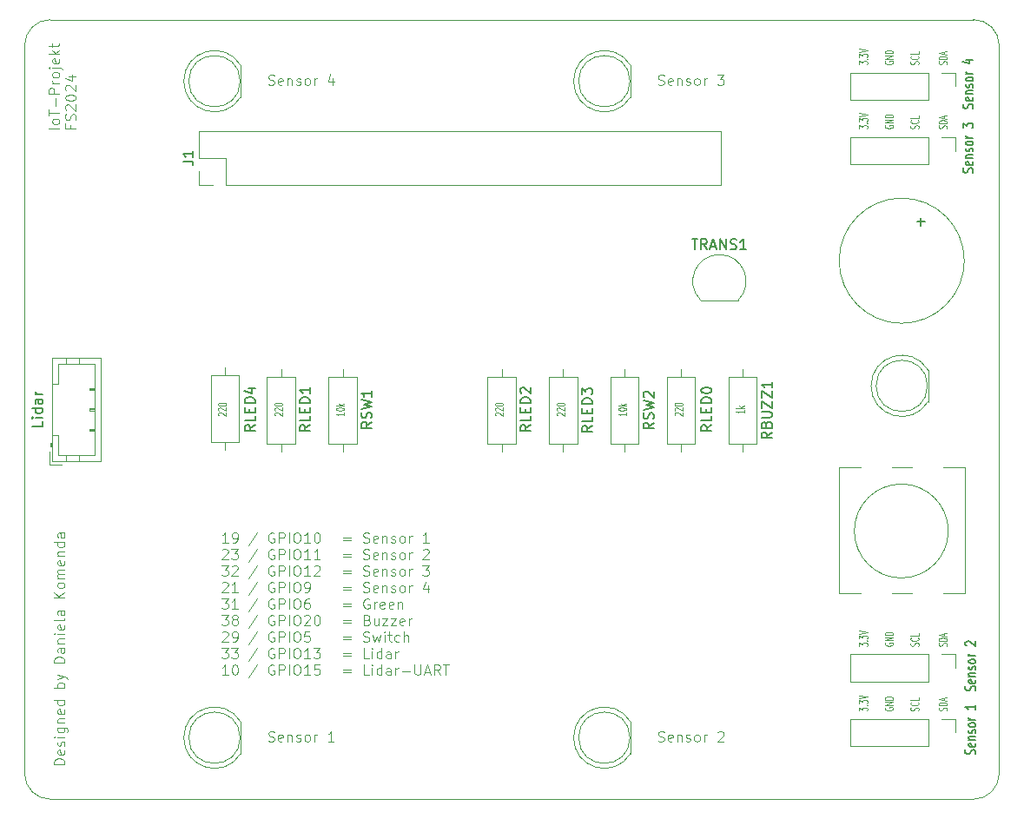
<source format=gbr>
%TF.GenerationSoftware,KiCad,Pcbnew,8.0.1*%
%TF.CreationDate,2024-04-28T12:21:07+02:00*%
%TF.ProjectId,IoT-Project,496f542d-5072-46f6-9a65-63742e6b6963,rev?*%
%TF.SameCoordinates,Original*%
%TF.FileFunction,Legend,Top*%
%TF.FilePolarity,Positive*%
%FSLAX46Y46*%
G04 Gerber Fmt 4.6, Leading zero omitted, Abs format (unit mm)*
G04 Created by KiCad (PCBNEW 8.0.1) date 2024-04-28 12:21:07*
%MOMM*%
%LPD*%
G01*
G04 APERTURE LIST*
%ADD10C,0.100000*%
%ADD11C,0.150000*%
%ADD12C,0.120000*%
%TA.AperFunction,Profile*%
%ADD13C,0.050000*%
%TD*%
G04 APERTURE END LIST*
D10*
X123608800Y-97088972D02*
X123646895Y-97017544D01*
X123646895Y-97017544D02*
X123646895Y-96898496D01*
X123646895Y-96898496D02*
X123608800Y-96850877D01*
X123608800Y-96850877D02*
X123570704Y-96827068D01*
X123570704Y-96827068D02*
X123494514Y-96803258D01*
X123494514Y-96803258D02*
X123418323Y-96803258D01*
X123418323Y-96803258D02*
X123342133Y-96827068D01*
X123342133Y-96827068D02*
X123304038Y-96850877D01*
X123304038Y-96850877D02*
X123265942Y-96898496D01*
X123265942Y-96898496D02*
X123227847Y-96993734D01*
X123227847Y-96993734D02*
X123189752Y-97041353D01*
X123189752Y-97041353D02*
X123151657Y-97065163D01*
X123151657Y-97065163D02*
X123075466Y-97088972D01*
X123075466Y-97088972D02*
X122999276Y-97088972D01*
X122999276Y-97088972D02*
X122923085Y-97065163D01*
X122923085Y-97065163D02*
X122884990Y-97041353D01*
X122884990Y-97041353D02*
X122846895Y-96993734D01*
X122846895Y-96993734D02*
X122846895Y-96874687D01*
X122846895Y-96874687D02*
X122884990Y-96803258D01*
X123570704Y-96303259D02*
X123608800Y-96327068D01*
X123608800Y-96327068D02*
X123646895Y-96398497D01*
X123646895Y-96398497D02*
X123646895Y-96446116D01*
X123646895Y-96446116D02*
X123608800Y-96517544D01*
X123608800Y-96517544D02*
X123532609Y-96565163D01*
X123532609Y-96565163D02*
X123456419Y-96588973D01*
X123456419Y-96588973D02*
X123304038Y-96612782D01*
X123304038Y-96612782D02*
X123189752Y-96612782D01*
X123189752Y-96612782D02*
X123037371Y-96588973D01*
X123037371Y-96588973D02*
X122961180Y-96565163D01*
X122961180Y-96565163D02*
X122884990Y-96517544D01*
X122884990Y-96517544D02*
X122846895Y-96446116D01*
X122846895Y-96446116D02*
X122846895Y-96398497D01*
X122846895Y-96398497D02*
X122884990Y-96327068D01*
X122884990Y-96327068D02*
X122923085Y-96303259D01*
X123646895Y-95850878D02*
X123646895Y-96088973D01*
X123646895Y-96088973D02*
X122846895Y-96088973D01*
X123608800Y-147538972D02*
X123646895Y-147467544D01*
X123646895Y-147467544D02*
X123646895Y-147348496D01*
X123646895Y-147348496D02*
X123608800Y-147300877D01*
X123608800Y-147300877D02*
X123570704Y-147277068D01*
X123570704Y-147277068D02*
X123494514Y-147253258D01*
X123494514Y-147253258D02*
X123418323Y-147253258D01*
X123418323Y-147253258D02*
X123342133Y-147277068D01*
X123342133Y-147277068D02*
X123304038Y-147300877D01*
X123304038Y-147300877D02*
X123265942Y-147348496D01*
X123265942Y-147348496D02*
X123227847Y-147443734D01*
X123227847Y-147443734D02*
X123189752Y-147491353D01*
X123189752Y-147491353D02*
X123151657Y-147515163D01*
X123151657Y-147515163D02*
X123075466Y-147538972D01*
X123075466Y-147538972D02*
X122999276Y-147538972D01*
X122999276Y-147538972D02*
X122923085Y-147515163D01*
X122923085Y-147515163D02*
X122884990Y-147491353D01*
X122884990Y-147491353D02*
X122846895Y-147443734D01*
X122846895Y-147443734D02*
X122846895Y-147324687D01*
X122846895Y-147324687D02*
X122884990Y-147253258D01*
X123570704Y-146753259D02*
X123608800Y-146777068D01*
X123608800Y-146777068D02*
X123646895Y-146848497D01*
X123646895Y-146848497D02*
X123646895Y-146896116D01*
X123646895Y-146896116D02*
X123608800Y-146967544D01*
X123608800Y-146967544D02*
X123532609Y-147015163D01*
X123532609Y-147015163D02*
X123456419Y-147038973D01*
X123456419Y-147038973D02*
X123304038Y-147062782D01*
X123304038Y-147062782D02*
X123189752Y-147062782D01*
X123189752Y-147062782D02*
X123037371Y-147038973D01*
X123037371Y-147038973D02*
X122961180Y-147015163D01*
X122961180Y-147015163D02*
X122884990Y-146967544D01*
X122884990Y-146967544D02*
X122846895Y-146896116D01*
X122846895Y-146896116D02*
X122846895Y-146848497D01*
X122846895Y-146848497D02*
X122884990Y-146777068D01*
X122884990Y-146777068D02*
X122923085Y-146753259D01*
X123646895Y-146300878D02*
X123646895Y-146538973D01*
X123646895Y-146538973D02*
X122846895Y-146538973D01*
X95146895Y-124803258D02*
X95146895Y-125088972D01*
X95146895Y-124946115D02*
X94346895Y-124946115D01*
X94346895Y-124946115D02*
X94461180Y-124993734D01*
X94461180Y-124993734D02*
X94537371Y-125041353D01*
X94537371Y-125041353D02*
X94575466Y-125088972D01*
X94346895Y-124493735D02*
X94346895Y-124446116D01*
X94346895Y-124446116D02*
X94384990Y-124398497D01*
X94384990Y-124398497D02*
X94423085Y-124374687D01*
X94423085Y-124374687D02*
X94499276Y-124350878D01*
X94499276Y-124350878D02*
X94651657Y-124327068D01*
X94651657Y-124327068D02*
X94842133Y-124327068D01*
X94842133Y-124327068D02*
X94994514Y-124350878D01*
X94994514Y-124350878D02*
X95070704Y-124374687D01*
X95070704Y-124374687D02*
X95108800Y-124398497D01*
X95108800Y-124398497D02*
X95146895Y-124446116D01*
X95146895Y-124446116D02*
X95146895Y-124493735D01*
X95146895Y-124493735D02*
X95108800Y-124541354D01*
X95108800Y-124541354D02*
X95070704Y-124565163D01*
X95070704Y-124565163D02*
X94994514Y-124588973D01*
X94994514Y-124588973D02*
X94842133Y-124612782D01*
X94842133Y-124612782D02*
X94651657Y-124612782D01*
X94651657Y-124612782D02*
X94499276Y-124588973D01*
X94499276Y-124588973D02*
X94423085Y-124565163D01*
X94423085Y-124565163D02*
X94384990Y-124541354D01*
X94384990Y-124541354D02*
X94346895Y-124493735D01*
X95146895Y-124112783D02*
X94346895Y-124112783D01*
X94842133Y-124065164D02*
X95146895Y-123922307D01*
X94613561Y-123922307D02*
X94918323Y-124112783D01*
X123608800Y-153838972D02*
X123646895Y-153767544D01*
X123646895Y-153767544D02*
X123646895Y-153648496D01*
X123646895Y-153648496D02*
X123608800Y-153600877D01*
X123608800Y-153600877D02*
X123570704Y-153577068D01*
X123570704Y-153577068D02*
X123494514Y-153553258D01*
X123494514Y-153553258D02*
X123418323Y-153553258D01*
X123418323Y-153553258D02*
X123342133Y-153577068D01*
X123342133Y-153577068D02*
X123304038Y-153600877D01*
X123304038Y-153600877D02*
X123265942Y-153648496D01*
X123265942Y-153648496D02*
X123227847Y-153743734D01*
X123227847Y-153743734D02*
X123189752Y-153791353D01*
X123189752Y-153791353D02*
X123151657Y-153815163D01*
X123151657Y-153815163D02*
X123075466Y-153838972D01*
X123075466Y-153838972D02*
X122999276Y-153838972D01*
X122999276Y-153838972D02*
X122923085Y-153815163D01*
X122923085Y-153815163D02*
X122884990Y-153791353D01*
X122884990Y-153791353D02*
X122846895Y-153743734D01*
X122846895Y-153743734D02*
X122846895Y-153624687D01*
X122846895Y-153624687D02*
X122884990Y-153553258D01*
X123570704Y-153053259D02*
X123608800Y-153077068D01*
X123608800Y-153077068D02*
X123646895Y-153148497D01*
X123646895Y-153148497D02*
X123646895Y-153196116D01*
X123646895Y-153196116D02*
X123608800Y-153267544D01*
X123608800Y-153267544D02*
X123532609Y-153315163D01*
X123532609Y-153315163D02*
X123456419Y-153338973D01*
X123456419Y-153338973D02*
X123304038Y-153362782D01*
X123304038Y-153362782D02*
X123189752Y-153362782D01*
X123189752Y-153362782D02*
X123037371Y-153338973D01*
X123037371Y-153338973D02*
X122961180Y-153315163D01*
X122961180Y-153315163D02*
X122884990Y-153267544D01*
X122884990Y-153267544D02*
X122846895Y-153196116D01*
X122846895Y-153196116D02*
X122846895Y-153148497D01*
X122846895Y-153148497D02*
X122884990Y-153077068D01*
X122884990Y-153077068D02*
X122923085Y-153053259D01*
X123646895Y-152600878D02*
X123646895Y-152838973D01*
X123646895Y-152838973D02*
X122846895Y-152838973D01*
X117846895Y-97112782D02*
X117846895Y-96803258D01*
X117846895Y-96803258D02*
X118151657Y-96969925D01*
X118151657Y-96969925D02*
X118151657Y-96898496D01*
X118151657Y-96898496D02*
X118189752Y-96850877D01*
X118189752Y-96850877D02*
X118227847Y-96827068D01*
X118227847Y-96827068D02*
X118304038Y-96803258D01*
X118304038Y-96803258D02*
X118494514Y-96803258D01*
X118494514Y-96803258D02*
X118570704Y-96827068D01*
X118570704Y-96827068D02*
X118608800Y-96850877D01*
X118608800Y-96850877D02*
X118646895Y-96898496D01*
X118646895Y-96898496D02*
X118646895Y-97041353D01*
X118646895Y-97041353D02*
X118608800Y-97088972D01*
X118608800Y-97088972D02*
X118570704Y-97112782D01*
X118570704Y-96588973D02*
X118608800Y-96565163D01*
X118608800Y-96565163D02*
X118646895Y-96588973D01*
X118646895Y-96588973D02*
X118608800Y-96612782D01*
X118608800Y-96612782D02*
X118570704Y-96588973D01*
X118570704Y-96588973D02*
X118646895Y-96588973D01*
X117846895Y-96398497D02*
X117846895Y-96088973D01*
X117846895Y-96088973D02*
X118151657Y-96255640D01*
X118151657Y-96255640D02*
X118151657Y-96184211D01*
X118151657Y-96184211D02*
X118189752Y-96136592D01*
X118189752Y-96136592D02*
X118227847Y-96112783D01*
X118227847Y-96112783D02*
X118304038Y-96088973D01*
X118304038Y-96088973D02*
X118494514Y-96088973D01*
X118494514Y-96088973D02*
X118570704Y-96112783D01*
X118570704Y-96112783D02*
X118608800Y-96136592D01*
X118608800Y-96136592D02*
X118646895Y-96184211D01*
X118646895Y-96184211D02*
X118646895Y-96327068D01*
X118646895Y-96327068D02*
X118608800Y-96374687D01*
X118608800Y-96374687D02*
X118570704Y-96398497D01*
X117846895Y-95946116D02*
X118646895Y-95779450D01*
X118646895Y-95779450D02*
X117846895Y-95612783D01*
X106646895Y-124553258D02*
X106646895Y-124838972D01*
X106646895Y-124696115D02*
X105846895Y-124696115D01*
X105846895Y-124696115D02*
X105961180Y-124743734D01*
X105961180Y-124743734D02*
X106037371Y-124791353D01*
X106037371Y-124791353D02*
X106075466Y-124838972D01*
X106646895Y-124338973D02*
X105846895Y-124338973D01*
X106342133Y-124291354D02*
X106646895Y-124148497D01*
X106113561Y-124148497D02*
X106418323Y-124338973D01*
X126358800Y-97088972D02*
X126396895Y-97017544D01*
X126396895Y-97017544D02*
X126396895Y-96898496D01*
X126396895Y-96898496D02*
X126358800Y-96850877D01*
X126358800Y-96850877D02*
X126320704Y-96827068D01*
X126320704Y-96827068D02*
X126244514Y-96803258D01*
X126244514Y-96803258D02*
X126168323Y-96803258D01*
X126168323Y-96803258D02*
X126092133Y-96827068D01*
X126092133Y-96827068D02*
X126054038Y-96850877D01*
X126054038Y-96850877D02*
X126015942Y-96898496D01*
X126015942Y-96898496D02*
X125977847Y-96993734D01*
X125977847Y-96993734D02*
X125939752Y-97041353D01*
X125939752Y-97041353D02*
X125901657Y-97065163D01*
X125901657Y-97065163D02*
X125825466Y-97088972D01*
X125825466Y-97088972D02*
X125749276Y-97088972D01*
X125749276Y-97088972D02*
X125673085Y-97065163D01*
X125673085Y-97065163D02*
X125634990Y-97041353D01*
X125634990Y-97041353D02*
X125596895Y-96993734D01*
X125596895Y-96993734D02*
X125596895Y-96874687D01*
X125596895Y-96874687D02*
X125634990Y-96803258D01*
X126396895Y-96588973D02*
X125596895Y-96588973D01*
X125596895Y-96588973D02*
X125596895Y-96469925D01*
X125596895Y-96469925D02*
X125634990Y-96398497D01*
X125634990Y-96398497D02*
X125711180Y-96350878D01*
X125711180Y-96350878D02*
X125787371Y-96327068D01*
X125787371Y-96327068D02*
X125939752Y-96303259D01*
X125939752Y-96303259D02*
X126054038Y-96303259D01*
X126054038Y-96303259D02*
X126206419Y-96327068D01*
X126206419Y-96327068D02*
X126282609Y-96350878D01*
X126282609Y-96350878D02*
X126358800Y-96398497D01*
X126358800Y-96398497D02*
X126396895Y-96469925D01*
X126396895Y-96469925D02*
X126396895Y-96588973D01*
X126168323Y-96112782D02*
X126168323Y-95874687D01*
X126396895Y-96160401D02*
X125596895Y-95993735D01*
X125596895Y-95993735D02*
X126396895Y-95827068D01*
X117846895Y-90862782D02*
X117846895Y-90553258D01*
X117846895Y-90553258D02*
X118151657Y-90719925D01*
X118151657Y-90719925D02*
X118151657Y-90648496D01*
X118151657Y-90648496D02*
X118189752Y-90600877D01*
X118189752Y-90600877D02*
X118227847Y-90577068D01*
X118227847Y-90577068D02*
X118304038Y-90553258D01*
X118304038Y-90553258D02*
X118494514Y-90553258D01*
X118494514Y-90553258D02*
X118570704Y-90577068D01*
X118570704Y-90577068D02*
X118608800Y-90600877D01*
X118608800Y-90600877D02*
X118646895Y-90648496D01*
X118646895Y-90648496D02*
X118646895Y-90791353D01*
X118646895Y-90791353D02*
X118608800Y-90838972D01*
X118608800Y-90838972D02*
X118570704Y-90862782D01*
X118570704Y-90338973D02*
X118608800Y-90315163D01*
X118608800Y-90315163D02*
X118646895Y-90338973D01*
X118646895Y-90338973D02*
X118608800Y-90362782D01*
X118608800Y-90362782D02*
X118570704Y-90338973D01*
X118570704Y-90338973D02*
X118646895Y-90338973D01*
X117846895Y-90148497D02*
X117846895Y-89838973D01*
X117846895Y-89838973D02*
X118151657Y-90005640D01*
X118151657Y-90005640D02*
X118151657Y-89934211D01*
X118151657Y-89934211D02*
X118189752Y-89886592D01*
X118189752Y-89886592D02*
X118227847Y-89862783D01*
X118227847Y-89862783D02*
X118304038Y-89838973D01*
X118304038Y-89838973D02*
X118494514Y-89838973D01*
X118494514Y-89838973D02*
X118570704Y-89862783D01*
X118570704Y-89862783D02*
X118608800Y-89886592D01*
X118608800Y-89886592D02*
X118646895Y-89934211D01*
X118646895Y-89934211D02*
X118646895Y-90077068D01*
X118646895Y-90077068D02*
X118608800Y-90124687D01*
X118608800Y-90124687D02*
X118570704Y-90148497D01*
X117846895Y-89696116D02*
X118646895Y-89529450D01*
X118646895Y-89529450D02*
X117846895Y-89362783D01*
X39862475Y-97096115D02*
X38862475Y-97096115D01*
X39862475Y-96477068D02*
X39814856Y-96572306D01*
X39814856Y-96572306D02*
X39767236Y-96619925D01*
X39767236Y-96619925D02*
X39671998Y-96667544D01*
X39671998Y-96667544D02*
X39386284Y-96667544D01*
X39386284Y-96667544D02*
X39291046Y-96619925D01*
X39291046Y-96619925D02*
X39243427Y-96572306D01*
X39243427Y-96572306D02*
X39195808Y-96477068D01*
X39195808Y-96477068D02*
X39195808Y-96334211D01*
X39195808Y-96334211D02*
X39243427Y-96238973D01*
X39243427Y-96238973D02*
X39291046Y-96191354D01*
X39291046Y-96191354D02*
X39386284Y-96143735D01*
X39386284Y-96143735D02*
X39671998Y-96143735D01*
X39671998Y-96143735D02*
X39767236Y-96191354D01*
X39767236Y-96191354D02*
X39814856Y-96238973D01*
X39814856Y-96238973D02*
X39862475Y-96334211D01*
X39862475Y-96334211D02*
X39862475Y-96477068D01*
X38862475Y-95858020D02*
X38862475Y-95286592D01*
X39862475Y-95572306D02*
X38862475Y-95572306D01*
X39481522Y-94953258D02*
X39481522Y-94191354D01*
X39862475Y-93715163D02*
X38862475Y-93715163D01*
X38862475Y-93715163D02*
X38862475Y-93334211D01*
X38862475Y-93334211D02*
X38910094Y-93238973D01*
X38910094Y-93238973D02*
X38957713Y-93191354D01*
X38957713Y-93191354D02*
X39052951Y-93143735D01*
X39052951Y-93143735D02*
X39195808Y-93143735D01*
X39195808Y-93143735D02*
X39291046Y-93191354D01*
X39291046Y-93191354D02*
X39338665Y-93238973D01*
X39338665Y-93238973D02*
X39386284Y-93334211D01*
X39386284Y-93334211D02*
X39386284Y-93715163D01*
X39862475Y-92715163D02*
X39195808Y-92715163D01*
X39386284Y-92715163D02*
X39291046Y-92667544D01*
X39291046Y-92667544D02*
X39243427Y-92619925D01*
X39243427Y-92619925D02*
X39195808Y-92524687D01*
X39195808Y-92524687D02*
X39195808Y-92429449D01*
X39862475Y-91953258D02*
X39814856Y-92048496D01*
X39814856Y-92048496D02*
X39767236Y-92096115D01*
X39767236Y-92096115D02*
X39671998Y-92143734D01*
X39671998Y-92143734D02*
X39386284Y-92143734D01*
X39386284Y-92143734D02*
X39291046Y-92096115D01*
X39291046Y-92096115D02*
X39243427Y-92048496D01*
X39243427Y-92048496D02*
X39195808Y-91953258D01*
X39195808Y-91953258D02*
X39195808Y-91810401D01*
X39195808Y-91810401D02*
X39243427Y-91715163D01*
X39243427Y-91715163D02*
X39291046Y-91667544D01*
X39291046Y-91667544D02*
X39386284Y-91619925D01*
X39386284Y-91619925D02*
X39671998Y-91619925D01*
X39671998Y-91619925D02*
X39767236Y-91667544D01*
X39767236Y-91667544D02*
X39814856Y-91715163D01*
X39814856Y-91715163D02*
X39862475Y-91810401D01*
X39862475Y-91810401D02*
X39862475Y-91953258D01*
X39195808Y-91191353D02*
X40052951Y-91191353D01*
X40052951Y-91191353D02*
X40148189Y-91238972D01*
X40148189Y-91238972D02*
X40195808Y-91334210D01*
X40195808Y-91334210D02*
X40195808Y-91381829D01*
X38862475Y-91191353D02*
X38910094Y-91238972D01*
X38910094Y-91238972D02*
X38957713Y-91191353D01*
X38957713Y-91191353D02*
X38910094Y-91143734D01*
X38910094Y-91143734D02*
X38862475Y-91191353D01*
X38862475Y-91191353D02*
X38957713Y-91191353D01*
X39814856Y-90334211D02*
X39862475Y-90429449D01*
X39862475Y-90429449D02*
X39862475Y-90619925D01*
X39862475Y-90619925D02*
X39814856Y-90715163D01*
X39814856Y-90715163D02*
X39719617Y-90762782D01*
X39719617Y-90762782D02*
X39338665Y-90762782D01*
X39338665Y-90762782D02*
X39243427Y-90715163D01*
X39243427Y-90715163D02*
X39195808Y-90619925D01*
X39195808Y-90619925D02*
X39195808Y-90429449D01*
X39195808Y-90429449D02*
X39243427Y-90334211D01*
X39243427Y-90334211D02*
X39338665Y-90286592D01*
X39338665Y-90286592D02*
X39433903Y-90286592D01*
X39433903Y-90286592D02*
X39529141Y-90762782D01*
X39862475Y-89858020D02*
X38862475Y-89858020D01*
X39481522Y-89762782D02*
X39862475Y-89477068D01*
X39195808Y-89477068D02*
X39576760Y-89858020D01*
X39195808Y-89191353D02*
X39195808Y-88810401D01*
X38862475Y-89048496D02*
X39719617Y-89048496D01*
X39719617Y-89048496D02*
X39814856Y-89000877D01*
X39814856Y-89000877D02*
X39862475Y-88905639D01*
X39862475Y-88905639D02*
X39862475Y-88810401D01*
X40948609Y-96762782D02*
X40948609Y-97096115D01*
X41472419Y-97096115D02*
X40472419Y-97096115D01*
X40472419Y-97096115D02*
X40472419Y-96619925D01*
X41424800Y-96286591D02*
X41472419Y-96143734D01*
X41472419Y-96143734D02*
X41472419Y-95905639D01*
X41472419Y-95905639D02*
X41424800Y-95810401D01*
X41424800Y-95810401D02*
X41377180Y-95762782D01*
X41377180Y-95762782D02*
X41281942Y-95715163D01*
X41281942Y-95715163D02*
X41186704Y-95715163D01*
X41186704Y-95715163D02*
X41091466Y-95762782D01*
X41091466Y-95762782D02*
X41043847Y-95810401D01*
X41043847Y-95810401D02*
X40996228Y-95905639D01*
X40996228Y-95905639D02*
X40948609Y-96096115D01*
X40948609Y-96096115D02*
X40900990Y-96191353D01*
X40900990Y-96191353D02*
X40853371Y-96238972D01*
X40853371Y-96238972D02*
X40758133Y-96286591D01*
X40758133Y-96286591D02*
X40662895Y-96286591D01*
X40662895Y-96286591D02*
X40567657Y-96238972D01*
X40567657Y-96238972D02*
X40520038Y-96191353D01*
X40520038Y-96191353D02*
X40472419Y-96096115D01*
X40472419Y-96096115D02*
X40472419Y-95858020D01*
X40472419Y-95858020D02*
X40520038Y-95715163D01*
X40567657Y-95334210D02*
X40520038Y-95286591D01*
X40520038Y-95286591D02*
X40472419Y-95191353D01*
X40472419Y-95191353D02*
X40472419Y-94953258D01*
X40472419Y-94953258D02*
X40520038Y-94858020D01*
X40520038Y-94858020D02*
X40567657Y-94810401D01*
X40567657Y-94810401D02*
X40662895Y-94762782D01*
X40662895Y-94762782D02*
X40758133Y-94762782D01*
X40758133Y-94762782D02*
X40900990Y-94810401D01*
X40900990Y-94810401D02*
X41472419Y-95381829D01*
X41472419Y-95381829D02*
X41472419Y-94762782D01*
X40472419Y-94143734D02*
X40472419Y-94048496D01*
X40472419Y-94048496D02*
X40520038Y-93953258D01*
X40520038Y-93953258D02*
X40567657Y-93905639D01*
X40567657Y-93905639D02*
X40662895Y-93858020D01*
X40662895Y-93858020D02*
X40853371Y-93810401D01*
X40853371Y-93810401D02*
X41091466Y-93810401D01*
X41091466Y-93810401D02*
X41281942Y-93858020D01*
X41281942Y-93858020D02*
X41377180Y-93905639D01*
X41377180Y-93905639D02*
X41424800Y-93953258D01*
X41424800Y-93953258D02*
X41472419Y-94048496D01*
X41472419Y-94048496D02*
X41472419Y-94143734D01*
X41472419Y-94143734D02*
X41424800Y-94238972D01*
X41424800Y-94238972D02*
X41377180Y-94286591D01*
X41377180Y-94286591D02*
X41281942Y-94334210D01*
X41281942Y-94334210D02*
X41091466Y-94381829D01*
X41091466Y-94381829D02*
X40853371Y-94381829D01*
X40853371Y-94381829D02*
X40662895Y-94334210D01*
X40662895Y-94334210D02*
X40567657Y-94286591D01*
X40567657Y-94286591D02*
X40520038Y-94238972D01*
X40520038Y-94238972D02*
X40472419Y-94143734D01*
X40567657Y-93429448D02*
X40520038Y-93381829D01*
X40520038Y-93381829D02*
X40472419Y-93286591D01*
X40472419Y-93286591D02*
X40472419Y-93048496D01*
X40472419Y-93048496D02*
X40520038Y-92953258D01*
X40520038Y-92953258D02*
X40567657Y-92905639D01*
X40567657Y-92905639D02*
X40662895Y-92858020D01*
X40662895Y-92858020D02*
X40758133Y-92858020D01*
X40758133Y-92858020D02*
X40900990Y-92905639D01*
X40900990Y-92905639D02*
X41472419Y-93477067D01*
X41472419Y-93477067D02*
X41472419Y-92858020D01*
X40805752Y-92000877D02*
X41472419Y-92000877D01*
X40424800Y-92238972D02*
X41139085Y-92477067D01*
X41139085Y-92477067D02*
X41139085Y-91858020D01*
X120384990Y-153553258D02*
X120346895Y-153600877D01*
X120346895Y-153600877D02*
X120346895Y-153672306D01*
X120346895Y-153672306D02*
X120384990Y-153743734D01*
X120384990Y-153743734D02*
X120461180Y-153791353D01*
X120461180Y-153791353D02*
X120537371Y-153815163D01*
X120537371Y-153815163D02*
X120689752Y-153838972D01*
X120689752Y-153838972D02*
X120804038Y-153838972D01*
X120804038Y-153838972D02*
X120956419Y-153815163D01*
X120956419Y-153815163D02*
X121032609Y-153791353D01*
X121032609Y-153791353D02*
X121108800Y-153743734D01*
X121108800Y-153743734D02*
X121146895Y-153672306D01*
X121146895Y-153672306D02*
X121146895Y-153624687D01*
X121146895Y-153624687D02*
X121108800Y-153553258D01*
X121108800Y-153553258D02*
X121070704Y-153529449D01*
X121070704Y-153529449D02*
X120804038Y-153529449D01*
X120804038Y-153529449D02*
X120804038Y-153624687D01*
X121146895Y-153315163D02*
X120346895Y-153315163D01*
X120346895Y-153315163D02*
X121146895Y-153029449D01*
X121146895Y-153029449D02*
X120346895Y-153029449D01*
X121146895Y-152791353D02*
X120346895Y-152791353D01*
X120346895Y-152791353D02*
X120346895Y-152672305D01*
X120346895Y-152672305D02*
X120384990Y-152600877D01*
X120384990Y-152600877D02*
X120461180Y-152553258D01*
X120461180Y-152553258D02*
X120537371Y-152529448D01*
X120537371Y-152529448D02*
X120689752Y-152505639D01*
X120689752Y-152505639D02*
X120804038Y-152505639D01*
X120804038Y-152505639D02*
X120956419Y-152529448D01*
X120956419Y-152529448D02*
X121032609Y-152553258D01*
X121032609Y-152553258D02*
X121108800Y-152600877D01*
X121108800Y-152600877D02*
X121146895Y-152672305D01*
X121146895Y-152672305D02*
X121146895Y-152791353D01*
X60256265Y-156824800D02*
X60399122Y-156872419D01*
X60399122Y-156872419D02*
X60637217Y-156872419D01*
X60637217Y-156872419D02*
X60732455Y-156824800D01*
X60732455Y-156824800D02*
X60780074Y-156777180D01*
X60780074Y-156777180D02*
X60827693Y-156681942D01*
X60827693Y-156681942D02*
X60827693Y-156586704D01*
X60827693Y-156586704D02*
X60780074Y-156491466D01*
X60780074Y-156491466D02*
X60732455Y-156443847D01*
X60732455Y-156443847D02*
X60637217Y-156396228D01*
X60637217Y-156396228D02*
X60446741Y-156348609D01*
X60446741Y-156348609D02*
X60351503Y-156300990D01*
X60351503Y-156300990D02*
X60303884Y-156253371D01*
X60303884Y-156253371D02*
X60256265Y-156158133D01*
X60256265Y-156158133D02*
X60256265Y-156062895D01*
X60256265Y-156062895D02*
X60303884Y-155967657D01*
X60303884Y-155967657D02*
X60351503Y-155920038D01*
X60351503Y-155920038D02*
X60446741Y-155872419D01*
X60446741Y-155872419D02*
X60684836Y-155872419D01*
X60684836Y-155872419D02*
X60827693Y-155920038D01*
X61637217Y-156824800D02*
X61541979Y-156872419D01*
X61541979Y-156872419D02*
X61351503Y-156872419D01*
X61351503Y-156872419D02*
X61256265Y-156824800D01*
X61256265Y-156824800D02*
X61208646Y-156729561D01*
X61208646Y-156729561D02*
X61208646Y-156348609D01*
X61208646Y-156348609D02*
X61256265Y-156253371D01*
X61256265Y-156253371D02*
X61351503Y-156205752D01*
X61351503Y-156205752D02*
X61541979Y-156205752D01*
X61541979Y-156205752D02*
X61637217Y-156253371D01*
X61637217Y-156253371D02*
X61684836Y-156348609D01*
X61684836Y-156348609D02*
X61684836Y-156443847D01*
X61684836Y-156443847D02*
X61208646Y-156539085D01*
X62113408Y-156205752D02*
X62113408Y-156872419D01*
X62113408Y-156300990D02*
X62161027Y-156253371D01*
X62161027Y-156253371D02*
X62256265Y-156205752D01*
X62256265Y-156205752D02*
X62399122Y-156205752D01*
X62399122Y-156205752D02*
X62494360Y-156253371D01*
X62494360Y-156253371D02*
X62541979Y-156348609D01*
X62541979Y-156348609D02*
X62541979Y-156872419D01*
X62970551Y-156824800D02*
X63065789Y-156872419D01*
X63065789Y-156872419D02*
X63256265Y-156872419D01*
X63256265Y-156872419D02*
X63351503Y-156824800D01*
X63351503Y-156824800D02*
X63399122Y-156729561D01*
X63399122Y-156729561D02*
X63399122Y-156681942D01*
X63399122Y-156681942D02*
X63351503Y-156586704D01*
X63351503Y-156586704D02*
X63256265Y-156539085D01*
X63256265Y-156539085D02*
X63113408Y-156539085D01*
X63113408Y-156539085D02*
X63018170Y-156491466D01*
X63018170Y-156491466D02*
X62970551Y-156396228D01*
X62970551Y-156396228D02*
X62970551Y-156348609D01*
X62970551Y-156348609D02*
X63018170Y-156253371D01*
X63018170Y-156253371D02*
X63113408Y-156205752D01*
X63113408Y-156205752D02*
X63256265Y-156205752D01*
X63256265Y-156205752D02*
X63351503Y-156253371D01*
X63970551Y-156872419D02*
X63875313Y-156824800D01*
X63875313Y-156824800D02*
X63827694Y-156777180D01*
X63827694Y-156777180D02*
X63780075Y-156681942D01*
X63780075Y-156681942D02*
X63780075Y-156396228D01*
X63780075Y-156396228D02*
X63827694Y-156300990D01*
X63827694Y-156300990D02*
X63875313Y-156253371D01*
X63875313Y-156253371D02*
X63970551Y-156205752D01*
X63970551Y-156205752D02*
X64113408Y-156205752D01*
X64113408Y-156205752D02*
X64208646Y-156253371D01*
X64208646Y-156253371D02*
X64256265Y-156300990D01*
X64256265Y-156300990D02*
X64303884Y-156396228D01*
X64303884Y-156396228D02*
X64303884Y-156681942D01*
X64303884Y-156681942D02*
X64256265Y-156777180D01*
X64256265Y-156777180D02*
X64208646Y-156824800D01*
X64208646Y-156824800D02*
X64113408Y-156872419D01*
X64113408Y-156872419D02*
X63970551Y-156872419D01*
X64732456Y-156872419D02*
X64732456Y-156205752D01*
X64732456Y-156396228D02*
X64780075Y-156300990D01*
X64780075Y-156300990D02*
X64827694Y-156253371D01*
X64827694Y-156253371D02*
X64922932Y-156205752D01*
X64922932Y-156205752D02*
X65018170Y-156205752D01*
X66637218Y-156872419D02*
X66065790Y-156872419D01*
X66351504Y-156872419D02*
X66351504Y-155872419D01*
X66351504Y-155872419D02*
X66256266Y-156015276D01*
X66256266Y-156015276D02*
X66161028Y-156110514D01*
X66161028Y-156110514D02*
X66065790Y-156158133D01*
X99923085Y-125088972D02*
X99884990Y-125065163D01*
X99884990Y-125065163D02*
X99846895Y-125017544D01*
X99846895Y-125017544D02*
X99846895Y-124898496D01*
X99846895Y-124898496D02*
X99884990Y-124850877D01*
X99884990Y-124850877D02*
X99923085Y-124827068D01*
X99923085Y-124827068D02*
X99999276Y-124803258D01*
X99999276Y-124803258D02*
X100075466Y-124803258D01*
X100075466Y-124803258D02*
X100189752Y-124827068D01*
X100189752Y-124827068D02*
X100646895Y-125112782D01*
X100646895Y-125112782D02*
X100646895Y-124803258D01*
X99923085Y-124612782D02*
X99884990Y-124588973D01*
X99884990Y-124588973D02*
X99846895Y-124541354D01*
X99846895Y-124541354D02*
X99846895Y-124422306D01*
X99846895Y-124422306D02*
X99884990Y-124374687D01*
X99884990Y-124374687D02*
X99923085Y-124350878D01*
X99923085Y-124350878D02*
X99999276Y-124327068D01*
X99999276Y-124327068D02*
X100075466Y-124327068D01*
X100075466Y-124327068D02*
X100189752Y-124350878D01*
X100189752Y-124350878D02*
X100646895Y-124636592D01*
X100646895Y-124636592D02*
X100646895Y-124327068D01*
X99846895Y-124017545D02*
X99846895Y-123969926D01*
X99846895Y-123969926D02*
X99884990Y-123922307D01*
X99884990Y-123922307D02*
X99923085Y-123898497D01*
X99923085Y-123898497D02*
X99999276Y-123874688D01*
X99999276Y-123874688D02*
X100151657Y-123850878D01*
X100151657Y-123850878D02*
X100342133Y-123850878D01*
X100342133Y-123850878D02*
X100494514Y-123874688D01*
X100494514Y-123874688D02*
X100570704Y-123898497D01*
X100570704Y-123898497D02*
X100608800Y-123922307D01*
X100608800Y-123922307D02*
X100646895Y-123969926D01*
X100646895Y-123969926D02*
X100646895Y-124017545D01*
X100646895Y-124017545D02*
X100608800Y-124065164D01*
X100608800Y-124065164D02*
X100570704Y-124088973D01*
X100570704Y-124088973D02*
X100494514Y-124112783D01*
X100494514Y-124112783D02*
X100342133Y-124136592D01*
X100342133Y-124136592D02*
X100151657Y-124136592D01*
X100151657Y-124136592D02*
X99999276Y-124112783D01*
X99999276Y-124112783D02*
X99923085Y-124088973D01*
X99923085Y-124088973D02*
X99884990Y-124065164D01*
X99884990Y-124065164D02*
X99846895Y-124017545D01*
X82423085Y-125088972D02*
X82384990Y-125065163D01*
X82384990Y-125065163D02*
X82346895Y-125017544D01*
X82346895Y-125017544D02*
X82346895Y-124898496D01*
X82346895Y-124898496D02*
X82384990Y-124850877D01*
X82384990Y-124850877D02*
X82423085Y-124827068D01*
X82423085Y-124827068D02*
X82499276Y-124803258D01*
X82499276Y-124803258D02*
X82575466Y-124803258D01*
X82575466Y-124803258D02*
X82689752Y-124827068D01*
X82689752Y-124827068D02*
X83146895Y-125112782D01*
X83146895Y-125112782D02*
X83146895Y-124803258D01*
X82423085Y-124612782D02*
X82384990Y-124588973D01*
X82384990Y-124588973D02*
X82346895Y-124541354D01*
X82346895Y-124541354D02*
X82346895Y-124422306D01*
X82346895Y-124422306D02*
X82384990Y-124374687D01*
X82384990Y-124374687D02*
X82423085Y-124350878D01*
X82423085Y-124350878D02*
X82499276Y-124327068D01*
X82499276Y-124327068D02*
X82575466Y-124327068D01*
X82575466Y-124327068D02*
X82689752Y-124350878D01*
X82689752Y-124350878D02*
X83146895Y-124636592D01*
X83146895Y-124636592D02*
X83146895Y-124327068D01*
X82346895Y-124017545D02*
X82346895Y-123969926D01*
X82346895Y-123969926D02*
X82384990Y-123922307D01*
X82384990Y-123922307D02*
X82423085Y-123898497D01*
X82423085Y-123898497D02*
X82499276Y-123874688D01*
X82499276Y-123874688D02*
X82651657Y-123850878D01*
X82651657Y-123850878D02*
X82842133Y-123850878D01*
X82842133Y-123850878D02*
X82994514Y-123874688D01*
X82994514Y-123874688D02*
X83070704Y-123898497D01*
X83070704Y-123898497D02*
X83108800Y-123922307D01*
X83108800Y-123922307D02*
X83146895Y-123969926D01*
X83146895Y-123969926D02*
X83146895Y-124017545D01*
X83146895Y-124017545D02*
X83108800Y-124065164D01*
X83108800Y-124065164D02*
X83070704Y-124088973D01*
X83070704Y-124088973D02*
X82994514Y-124112783D01*
X82994514Y-124112783D02*
X82842133Y-124136592D01*
X82842133Y-124136592D02*
X82651657Y-124136592D01*
X82651657Y-124136592D02*
X82499276Y-124112783D01*
X82499276Y-124112783D02*
X82423085Y-124088973D01*
X82423085Y-124088973D02*
X82384990Y-124065164D01*
X82384990Y-124065164D02*
X82346895Y-124017545D01*
X126358800Y-153838972D02*
X126396895Y-153767544D01*
X126396895Y-153767544D02*
X126396895Y-153648496D01*
X126396895Y-153648496D02*
X126358800Y-153600877D01*
X126358800Y-153600877D02*
X126320704Y-153577068D01*
X126320704Y-153577068D02*
X126244514Y-153553258D01*
X126244514Y-153553258D02*
X126168323Y-153553258D01*
X126168323Y-153553258D02*
X126092133Y-153577068D01*
X126092133Y-153577068D02*
X126054038Y-153600877D01*
X126054038Y-153600877D02*
X126015942Y-153648496D01*
X126015942Y-153648496D02*
X125977847Y-153743734D01*
X125977847Y-153743734D02*
X125939752Y-153791353D01*
X125939752Y-153791353D02*
X125901657Y-153815163D01*
X125901657Y-153815163D02*
X125825466Y-153838972D01*
X125825466Y-153838972D02*
X125749276Y-153838972D01*
X125749276Y-153838972D02*
X125673085Y-153815163D01*
X125673085Y-153815163D02*
X125634990Y-153791353D01*
X125634990Y-153791353D02*
X125596895Y-153743734D01*
X125596895Y-153743734D02*
X125596895Y-153624687D01*
X125596895Y-153624687D02*
X125634990Y-153553258D01*
X126396895Y-153338973D02*
X125596895Y-153338973D01*
X125596895Y-153338973D02*
X125596895Y-153219925D01*
X125596895Y-153219925D02*
X125634990Y-153148497D01*
X125634990Y-153148497D02*
X125711180Y-153100878D01*
X125711180Y-153100878D02*
X125787371Y-153077068D01*
X125787371Y-153077068D02*
X125939752Y-153053259D01*
X125939752Y-153053259D02*
X126054038Y-153053259D01*
X126054038Y-153053259D02*
X126206419Y-153077068D01*
X126206419Y-153077068D02*
X126282609Y-153100878D01*
X126282609Y-153100878D02*
X126358800Y-153148497D01*
X126358800Y-153148497D02*
X126396895Y-153219925D01*
X126396895Y-153219925D02*
X126396895Y-153338973D01*
X126168323Y-152862782D02*
X126168323Y-152624687D01*
X126396895Y-152910401D02*
X125596895Y-152743735D01*
X125596895Y-152743735D02*
X126396895Y-152577068D01*
X98256265Y-92824800D02*
X98399122Y-92872419D01*
X98399122Y-92872419D02*
X98637217Y-92872419D01*
X98637217Y-92872419D02*
X98732455Y-92824800D01*
X98732455Y-92824800D02*
X98780074Y-92777180D01*
X98780074Y-92777180D02*
X98827693Y-92681942D01*
X98827693Y-92681942D02*
X98827693Y-92586704D01*
X98827693Y-92586704D02*
X98780074Y-92491466D01*
X98780074Y-92491466D02*
X98732455Y-92443847D01*
X98732455Y-92443847D02*
X98637217Y-92396228D01*
X98637217Y-92396228D02*
X98446741Y-92348609D01*
X98446741Y-92348609D02*
X98351503Y-92300990D01*
X98351503Y-92300990D02*
X98303884Y-92253371D01*
X98303884Y-92253371D02*
X98256265Y-92158133D01*
X98256265Y-92158133D02*
X98256265Y-92062895D01*
X98256265Y-92062895D02*
X98303884Y-91967657D01*
X98303884Y-91967657D02*
X98351503Y-91920038D01*
X98351503Y-91920038D02*
X98446741Y-91872419D01*
X98446741Y-91872419D02*
X98684836Y-91872419D01*
X98684836Y-91872419D02*
X98827693Y-91920038D01*
X99637217Y-92824800D02*
X99541979Y-92872419D01*
X99541979Y-92872419D02*
X99351503Y-92872419D01*
X99351503Y-92872419D02*
X99256265Y-92824800D01*
X99256265Y-92824800D02*
X99208646Y-92729561D01*
X99208646Y-92729561D02*
X99208646Y-92348609D01*
X99208646Y-92348609D02*
X99256265Y-92253371D01*
X99256265Y-92253371D02*
X99351503Y-92205752D01*
X99351503Y-92205752D02*
X99541979Y-92205752D01*
X99541979Y-92205752D02*
X99637217Y-92253371D01*
X99637217Y-92253371D02*
X99684836Y-92348609D01*
X99684836Y-92348609D02*
X99684836Y-92443847D01*
X99684836Y-92443847D02*
X99208646Y-92539085D01*
X100113408Y-92205752D02*
X100113408Y-92872419D01*
X100113408Y-92300990D02*
X100161027Y-92253371D01*
X100161027Y-92253371D02*
X100256265Y-92205752D01*
X100256265Y-92205752D02*
X100399122Y-92205752D01*
X100399122Y-92205752D02*
X100494360Y-92253371D01*
X100494360Y-92253371D02*
X100541979Y-92348609D01*
X100541979Y-92348609D02*
X100541979Y-92872419D01*
X100970551Y-92824800D02*
X101065789Y-92872419D01*
X101065789Y-92872419D02*
X101256265Y-92872419D01*
X101256265Y-92872419D02*
X101351503Y-92824800D01*
X101351503Y-92824800D02*
X101399122Y-92729561D01*
X101399122Y-92729561D02*
X101399122Y-92681942D01*
X101399122Y-92681942D02*
X101351503Y-92586704D01*
X101351503Y-92586704D02*
X101256265Y-92539085D01*
X101256265Y-92539085D02*
X101113408Y-92539085D01*
X101113408Y-92539085D02*
X101018170Y-92491466D01*
X101018170Y-92491466D02*
X100970551Y-92396228D01*
X100970551Y-92396228D02*
X100970551Y-92348609D01*
X100970551Y-92348609D02*
X101018170Y-92253371D01*
X101018170Y-92253371D02*
X101113408Y-92205752D01*
X101113408Y-92205752D02*
X101256265Y-92205752D01*
X101256265Y-92205752D02*
X101351503Y-92253371D01*
X101970551Y-92872419D02*
X101875313Y-92824800D01*
X101875313Y-92824800D02*
X101827694Y-92777180D01*
X101827694Y-92777180D02*
X101780075Y-92681942D01*
X101780075Y-92681942D02*
X101780075Y-92396228D01*
X101780075Y-92396228D02*
X101827694Y-92300990D01*
X101827694Y-92300990D02*
X101875313Y-92253371D01*
X101875313Y-92253371D02*
X101970551Y-92205752D01*
X101970551Y-92205752D02*
X102113408Y-92205752D01*
X102113408Y-92205752D02*
X102208646Y-92253371D01*
X102208646Y-92253371D02*
X102256265Y-92300990D01*
X102256265Y-92300990D02*
X102303884Y-92396228D01*
X102303884Y-92396228D02*
X102303884Y-92681942D01*
X102303884Y-92681942D02*
X102256265Y-92777180D01*
X102256265Y-92777180D02*
X102208646Y-92824800D01*
X102208646Y-92824800D02*
X102113408Y-92872419D01*
X102113408Y-92872419D02*
X101970551Y-92872419D01*
X102732456Y-92872419D02*
X102732456Y-92205752D01*
X102732456Y-92396228D02*
X102780075Y-92300990D01*
X102780075Y-92300990D02*
X102827694Y-92253371D01*
X102827694Y-92253371D02*
X102922932Y-92205752D01*
X102922932Y-92205752D02*
X103018170Y-92205752D01*
X104018171Y-91872419D02*
X104637218Y-91872419D01*
X104637218Y-91872419D02*
X104303885Y-92253371D01*
X104303885Y-92253371D02*
X104446742Y-92253371D01*
X104446742Y-92253371D02*
X104541980Y-92300990D01*
X104541980Y-92300990D02*
X104589599Y-92348609D01*
X104589599Y-92348609D02*
X104637218Y-92443847D01*
X104637218Y-92443847D02*
X104637218Y-92681942D01*
X104637218Y-92681942D02*
X104589599Y-92777180D01*
X104589599Y-92777180D02*
X104541980Y-92824800D01*
X104541980Y-92824800D02*
X104446742Y-92872419D01*
X104446742Y-92872419D02*
X104161028Y-92872419D01*
X104161028Y-92872419D02*
X104065790Y-92824800D01*
X104065790Y-92824800D02*
X104018171Y-92777180D01*
X126358800Y-90838972D02*
X126396895Y-90767544D01*
X126396895Y-90767544D02*
X126396895Y-90648496D01*
X126396895Y-90648496D02*
X126358800Y-90600877D01*
X126358800Y-90600877D02*
X126320704Y-90577068D01*
X126320704Y-90577068D02*
X126244514Y-90553258D01*
X126244514Y-90553258D02*
X126168323Y-90553258D01*
X126168323Y-90553258D02*
X126092133Y-90577068D01*
X126092133Y-90577068D02*
X126054038Y-90600877D01*
X126054038Y-90600877D02*
X126015942Y-90648496D01*
X126015942Y-90648496D02*
X125977847Y-90743734D01*
X125977847Y-90743734D02*
X125939752Y-90791353D01*
X125939752Y-90791353D02*
X125901657Y-90815163D01*
X125901657Y-90815163D02*
X125825466Y-90838972D01*
X125825466Y-90838972D02*
X125749276Y-90838972D01*
X125749276Y-90838972D02*
X125673085Y-90815163D01*
X125673085Y-90815163D02*
X125634990Y-90791353D01*
X125634990Y-90791353D02*
X125596895Y-90743734D01*
X125596895Y-90743734D02*
X125596895Y-90624687D01*
X125596895Y-90624687D02*
X125634990Y-90553258D01*
X126396895Y-90338973D02*
X125596895Y-90338973D01*
X125596895Y-90338973D02*
X125596895Y-90219925D01*
X125596895Y-90219925D02*
X125634990Y-90148497D01*
X125634990Y-90148497D02*
X125711180Y-90100878D01*
X125711180Y-90100878D02*
X125787371Y-90077068D01*
X125787371Y-90077068D02*
X125939752Y-90053259D01*
X125939752Y-90053259D02*
X126054038Y-90053259D01*
X126054038Y-90053259D02*
X126206419Y-90077068D01*
X126206419Y-90077068D02*
X126282609Y-90100878D01*
X126282609Y-90100878D02*
X126358800Y-90148497D01*
X126358800Y-90148497D02*
X126396895Y-90219925D01*
X126396895Y-90219925D02*
X126396895Y-90338973D01*
X126168323Y-89862782D02*
X126168323Y-89624687D01*
X126396895Y-89910401D02*
X125596895Y-89743735D01*
X125596895Y-89743735D02*
X126396895Y-89577068D01*
X40372419Y-159096115D02*
X39372419Y-159096115D01*
X39372419Y-159096115D02*
X39372419Y-158858020D01*
X39372419Y-158858020D02*
X39420038Y-158715163D01*
X39420038Y-158715163D02*
X39515276Y-158619925D01*
X39515276Y-158619925D02*
X39610514Y-158572306D01*
X39610514Y-158572306D02*
X39800990Y-158524687D01*
X39800990Y-158524687D02*
X39943847Y-158524687D01*
X39943847Y-158524687D02*
X40134323Y-158572306D01*
X40134323Y-158572306D02*
X40229561Y-158619925D01*
X40229561Y-158619925D02*
X40324800Y-158715163D01*
X40324800Y-158715163D02*
X40372419Y-158858020D01*
X40372419Y-158858020D02*
X40372419Y-159096115D01*
X40324800Y-157715163D02*
X40372419Y-157810401D01*
X40372419Y-157810401D02*
X40372419Y-158000877D01*
X40372419Y-158000877D02*
X40324800Y-158096115D01*
X40324800Y-158096115D02*
X40229561Y-158143734D01*
X40229561Y-158143734D02*
X39848609Y-158143734D01*
X39848609Y-158143734D02*
X39753371Y-158096115D01*
X39753371Y-158096115D02*
X39705752Y-158000877D01*
X39705752Y-158000877D02*
X39705752Y-157810401D01*
X39705752Y-157810401D02*
X39753371Y-157715163D01*
X39753371Y-157715163D02*
X39848609Y-157667544D01*
X39848609Y-157667544D02*
X39943847Y-157667544D01*
X39943847Y-157667544D02*
X40039085Y-158143734D01*
X40324800Y-157286591D02*
X40372419Y-157191353D01*
X40372419Y-157191353D02*
X40372419Y-157000877D01*
X40372419Y-157000877D02*
X40324800Y-156905639D01*
X40324800Y-156905639D02*
X40229561Y-156858020D01*
X40229561Y-156858020D02*
X40181942Y-156858020D01*
X40181942Y-156858020D02*
X40086704Y-156905639D01*
X40086704Y-156905639D02*
X40039085Y-157000877D01*
X40039085Y-157000877D02*
X40039085Y-157143734D01*
X40039085Y-157143734D02*
X39991466Y-157238972D01*
X39991466Y-157238972D02*
X39896228Y-157286591D01*
X39896228Y-157286591D02*
X39848609Y-157286591D01*
X39848609Y-157286591D02*
X39753371Y-157238972D01*
X39753371Y-157238972D02*
X39705752Y-157143734D01*
X39705752Y-157143734D02*
X39705752Y-157000877D01*
X39705752Y-157000877D02*
X39753371Y-156905639D01*
X40372419Y-156429448D02*
X39705752Y-156429448D01*
X39372419Y-156429448D02*
X39420038Y-156477067D01*
X39420038Y-156477067D02*
X39467657Y-156429448D01*
X39467657Y-156429448D02*
X39420038Y-156381829D01*
X39420038Y-156381829D02*
X39372419Y-156429448D01*
X39372419Y-156429448D02*
X39467657Y-156429448D01*
X39705752Y-155524687D02*
X40515276Y-155524687D01*
X40515276Y-155524687D02*
X40610514Y-155572306D01*
X40610514Y-155572306D02*
X40658133Y-155619925D01*
X40658133Y-155619925D02*
X40705752Y-155715163D01*
X40705752Y-155715163D02*
X40705752Y-155858020D01*
X40705752Y-155858020D02*
X40658133Y-155953258D01*
X40324800Y-155524687D02*
X40372419Y-155619925D01*
X40372419Y-155619925D02*
X40372419Y-155810401D01*
X40372419Y-155810401D02*
X40324800Y-155905639D01*
X40324800Y-155905639D02*
X40277180Y-155953258D01*
X40277180Y-155953258D02*
X40181942Y-156000877D01*
X40181942Y-156000877D02*
X39896228Y-156000877D01*
X39896228Y-156000877D02*
X39800990Y-155953258D01*
X39800990Y-155953258D02*
X39753371Y-155905639D01*
X39753371Y-155905639D02*
X39705752Y-155810401D01*
X39705752Y-155810401D02*
X39705752Y-155619925D01*
X39705752Y-155619925D02*
X39753371Y-155524687D01*
X39705752Y-155048496D02*
X40372419Y-155048496D01*
X39800990Y-155048496D02*
X39753371Y-155000877D01*
X39753371Y-155000877D02*
X39705752Y-154905639D01*
X39705752Y-154905639D02*
X39705752Y-154762782D01*
X39705752Y-154762782D02*
X39753371Y-154667544D01*
X39753371Y-154667544D02*
X39848609Y-154619925D01*
X39848609Y-154619925D02*
X40372419Y-154619925D01*
X40324800Y-153762782D02*
X40372419Y-153858020D01*
X40372419Y-153858020D02*
X40372419Y-154048496D01*
X40372419Y-154048496D02*
X40324800Y-154143734D01*
X40324800Y-154143734D02*
X40229561Y-154191353D01*
X40229561Y-154191353D02*
X39848609Y-154191353D01*
X39848609Y-154191353D02*
X39753371Y-154143734D01*
X39753371Y-154143734D02*
X39705752Y-154048496D01*
X39705752Y-154048496D02*
X39705752Y-153858020D01*
X39705752Y-153858020D02*
X39753371Y-153762782D01*
X39753371Y-153762782D02*
X39848609Y-153715163D01*
X39848609Y-153715163D02*
X39943847Y-153715163D01*
X39943847Y-153715163D02*
X40039085Y-154191353D01*
X40372419Y-152858020D02*
X39372419Y-152858020D01*
X40324800Y-152858020D02*
X40372419Y-152953258D01*
X40372419Y-152953258D02*
X40372419Y-153143734D01*
X40372419Y-153143734D02*
X40324800Y-153238972D01*
X40324800Y-153238972D02*
X40277180Y-153286591D01*
X40277180Y-153286591D02*
X40181942Y-153334210D01*
X40181942Y-153334210D02*
X39896228Y-153334210D01*
X39896228Y-153334210D02*
X39800990Y-153286591D01*
X39800990Y-153286591D02*
X39753371Y-153238972D01*
X39753371Y-153238972D02*
X39705752Y-153143734D01*
X39705752Y-153143734D02*
X39705752Y-152953258D01*
X39705752Y-152953258D02*
X39753371Y-152858020D01*
X40372419Y-151619924D02*
X39372419Y-151619924D01*
X39753371Y-151619924D02*
X39705752Y-151524686D01*
X39705752Y-151524686D02*
X39705752Y-151334210D01*
X39705752Y-151334210D02*
X39753371Y-151238972D01*
X39753371Y-151238972D02*
X39800990Y-151191353D01*
X39800990Y-151191353D02*
X39896228Y-151143734D01*
X39896228Y-151143734D02*
X40181942Y-151143734D01*
X40181942Y-151143734D02*
X40277180Y-151191353D01*
X40277180Y-151191353D02*
X40324800Y-151238972D01*
X40324800Y-151238972D02*
X40372419Y-151334210D01*
X40372419Y-151334210D02*
X40372419Y-151524686D01*
X40372419Y-151524686D02*
X40324800Y-151619924D01*
X39705752Y-150810400D02*
X40372419Y-150572305D01*
X39705752Y-150334210D02*
X40372419Y-150572305D01*
X40372419Y-150572305D02*
X40610514Y-150667543D01*
X40610514Y-150667543D02*
X40658133Y-150715162D01*
X40658133Y-150715162D02*
X40705752Y-150810400D01*
X40372419Y-149191352D02*
X39372419Y-149191352D01*
X39372419Y-149191352D02*
X39372419Y-148953257D01*
X39372419Y-148953257D02*
X39420038Y-148810400D01*
X39420038Y-148810400D02*
X39515276Y-148715162D01*
X39515276Y-148715162D02*
X39610514Y-148667543D01*
X39610514Y-148667543D02*
X39800990Y-148619924D01*
X39800990Y-148619924D02*
X39943847Y-148619924D01*
X39943847Y-148619924D02*
X40134323Y-148667543D01*
X40134323Y-148667543D02*
X40229561Y-148715162D01*
X40229561Y-148715162D02*
X40324800Y-148810400D01*
X40324800Y-148810400D02*
X40372419Y-148953257D01*
X40372419Y-148953257D02*
X40372419Y-149191352D01*
X40372419Y-147762781D02*
X39848609Y-147762781D01*
X39848609Y-147762781D02*
X39753371Y-147810400D01*
X39753371Y-147810400D02*
X39705752Y-147905638D01*
X39705752Y-147905638D02*
X39705752Y-148096114D01*
X39705752Y-148096114D02*
X39753371Y-148191352D01*
X40324800Y-147762781D02*
X40372419Y-147858019D01*
X40372419Y-147858019D02*
X40372419Y-148096114D01*
X40372419Y-148096114D02*
X40324800Y-148191352D01*
X40324800Y-148191352D02*
X40229561Y-148238971D01*
X40229561Y-148238971D02*
X40134323Y-148238971D01*
X40134323Y-148238971D02*
X40039085Y-148191352D01*
X40039085Y-148191352D02*
X39991466Y-148096114D01*
X39991466Y-148096114D02*
X39991466Y-147858019D01*
X39991466Y-147858019D02*
X39943847Y-147762781D01*
X39705752Y-147286590D02*
X40372419Y-147286590D01*
X39800990Y-147286590D02*
X39753371Y-147238971D01*
X39753371Y-147238971D02*
X39705752Y-147143733D01*
X39705752Y-147143733D02*
X39705752Y-147000876D01*
X39705752Y-147000876D02*
X39753371Y-146905638D01*
X39753371Y-146905638D02*
X39848609Y-146858019D01*
X39848609Y-146858019D02*
X40372419Y-146858019D01*
X40372419Y-146381828D02*
X39705752Y-146381828D01*
X39372419Y-146381828D02*
X39420038Y-146429447D01*
X39420038Y-146429447D02*
X39467657Y-146381828D01*
X39467657Y-146381828D02*
X39420038Y-146334209D01*
X39420038Y-146334209D02*
X39372419Y-146381828D01*
X39372419Y-146381828D02*
X39467657Y-146381828D01*
X40324800Y-145524686D02*
X40372419Y-145619924D01*
X40372419Y-145619924D02*
X40372419Y-145810400D01*
X40372419Y-145810400D02*
X40324800Y-145905638D01*
X40324800Y-145905638D02*
X40229561Y-145953257D01*
X40229561Y-145953257D02*
X39848609Y-145953257D01*
X39848609Y-145953257D02*
X39753371Y-145905638D01*
X39753371Y-145905638D02*
X39705752Y-145810400D01*
X39705752Y-145810400D02*
X39705752Y-145619924D01*
X39705752Y-145619924D02*
X39753371Y-145524686D01*
X39753371Y-145524686D02*
X39848609Y-145477067D01*
X39848609Y-145477067D02*
X39943847Y-145477067D01*
X39943847Y-145477067D02*
X40039085Y-145953257D01*
X40372419Y-144905638D02*
X40324800Y-145000876D01*
X40324800Y-145000876D02*
X40229561Y-145048495D01*
X40229561Y-145048495D02*
X39372419Y-145048495D01*
X40372419Y-144096114D02*
X39848609Y-144096114D01*
X39848609Y-144096114D02*
X39753371Y-144143733D01*
X39753371Y-144143733D02*
X39705752Y-144238971D01*
X39705752Y-144238971D02*
X39705752Y-144429447D01*
X39705752Y-144429447D02*
X39753371Y-144524685D01*
X40324800Y-144096114D02*
X40372419Y-144191352D01*
X40372419Y-144191352D02*
X40372419Y-144429447D01*
X40372419Y-144429447D02*
X40324800Y-144524685D01*
X40324800Y-144524685D02*
X40229561Y-144572304D01*
X40229561Y-144572304D02*
X40134323Y-144572304D01*
X40134323Y-144572304D02*
X40039085Y-144524685D01*
X40039085Y-144524685D02*
X39991466Y-144429447D01*
X39991466Y-144429447D02*
X39991466Y-144191352D01*
X39991466Y-144191352D02*
X39943847Y-144096114D01*
X40372419Y-142858018D02*
X39372419Y-142858018D01*
X40372419Y-142286590D02*
X39800990Y-142715161D01*
X39372419Y-142286590D02*
X39943847Y-142858018D01*
X40372419Y-141715161D02*
X40324800Y-141810399D01*
X40324800Y-141810399D02*
X40277180Y-141858018D01*
X40277180Y-141858018D02*
X40181942Y-141905637D01*
X40181942Y-141905637D02*
X39896228Y-141905637D01*
X39896228Y-141905637D02*
X39800990Y-141858018D01*
X39800990Y-141858018D02*
X39753371Y-141810399D01*
X39753371Y-141810399D02*
X39705752Y-141715161D01*
X39705752Y-141715161D02*
X39705752Y-141572304D01*
X39705752Y-141572304D02*
X39753371Y-141477066D01*
X39753371Y-141477066D02*
X39800990Y-141429447D01*
X39800990Y-141429447D02*
X39896228Y-141381828D01*
X39896228Y-141381828D02*
X40181942Y-141381828D01*
X40181942Y-141381828D02*
X40277180Y-141429447D01*
X40277180Y-141429447D02*
X40324800Y-141477066D01*
X40324800Y-141477066D02*
X40372419Y-141572304D01*
X40372419Y-141572304D02*
X40372419Y-141715161D01*
X40372419Y-140953256D02*
X39705752Y-140953256D01*
X39800990Y-140953256D02*
X39753371Y-140905637D01*
X39753371Y-140905637D02*
X39705752Y-140810399D01*
X39705752Y-140810399D02*
X39705752Y-140667542D01*
X39705752Y-140667542D02*
X39753371Y-140572304D01*
X39753371Y-140572304D02*
X39848609Y-140524685D01*
X39848609Y-140524685D02*
X40372419Y-140524685D01*
X39848609Y-140524685D02*
X39753371Y-140477066D01*
X39753371Y-140477066D02*
X39705752Y-140381828D01*
X39705752Y-140381828D02*
X39705752Y-140238971D01*
X39705752Y-140238971D02*
X39753371Y-140143732D01*
X39753371Y-140143732D02*
X39848609Y-140096113D01*
X39848609Y-140096113D02*
X40372419Y-140096113D01*
X40324800Y-139238971D02*
X40372419Y-139334209D01*
X40372419Y-139334209D02*
X40372419Y-139524685D01*
X40372419Y-139524685D02*
X40324800Y-139619923D01*
X40324800Y-139619923D02*
X40229561Y-139667542D01*
X40229561Y-139667542D02*
X39848609Y-139667542D01*
X39848609Y-139667542D02*
X39753371Y-139619923D01*
X39753371Y-139619923D02*
X39705752Y-139524685D01*
X39705752Y-139524685D02*
X39705752Y-139334209D01*
X39705752Y-139334209D02*
X39753371Y-139238971D01*
X39753371Y-139238971D02*
X39848609Y-139191352D01*
X39848609Y-139191352D02*
X39943847Y-139191352D01*
X39943847Y-139191352D02*
X40039085Y-139667542D01*
X39705752Y-138762780D02*
X40372419Y-138762780D01*
X39800990Y-138762780D02*
X39753371Y-138715161D01*
X39753371Y-138715161D02*
X39705752Y-138619923D01*
X39705752Y-138619923D02*
X39705752Y-138477066D01*
X39705752Y-138477066D02*
X39753371Y-138381828D01*
X39753371Y-138381828D02*
X39848609Y-138334209D01*
X39848609Y-138334209D02*
X40372419Y-138334209D01*
X40372419Y-137429447D02*
X39372419Y-137429447D01*
X40324800Y-137429447D02*
X40372419Y-137524685D01*
X40372419Y-137524685D02*
X40372419Y-137715161D01*
X40372419Y-137715161D02*
X40324800Y-137810399D01*
X40324800Y-137810399D02*
X40277180Y-137858018D01*
X40277180Y-137858018D02*
X40181942Y-137905637D01*
X40181942Y-137905637D02*
X39896228Y-137905637D01*
X39896228Y-137905637D02*
X39800990Y-137858018D01*
X39800990Y-137858018D02*
X39753371Y-137810399D01*
X39753371Y-137810399D02*
X39705752Y-137715161D01*
X39705752Y-137715161D02*
X39705752Y-137524685D01*
X39705752Y-137524685D02*
X39753371Y-137429447D01*
X40372419Y-136524685D02*
X39848609Y-136524685D01*
X39848609Y-136524685D02*
X39753371Y-136572304D01*
X39753371Y-136572304D02*
X39705752Y-136667542D01*
X39705752Y-136667542D02*
X39705752Y-136858018D01*
X39705752Y-136858018D02*
X39753371Y-136953256D01*
X40324800Y-136524685D02*
X40372419Y-136619923D01*
X40372419Y-136619923D02*
X40372419Y-136858018D01*
X40372419Y-136858018D02*
X40324800Y-136953256D01*
X40324800Y-136953256D02*
X40229561Y-137000875D01*
X40229561Y-137000875D02*
X40134323Y-137000875D01*
X40134323Y-137000875D02*
X40039085Y-136953256D01*
X40039085Y-136953256D02*
X39991466Y-136858018D01*
X39991466Y-136858018D02*
X39991466Y-136619923D01*
X39991466Y-136619923D02*
X39943847Y-136524685D01*
X117846895Y-153862782D02*
X117846895Y-153553258D01*
X117846895Y-153553258D02*
X118151657Y-153719925D01*
X118151657Y-153719925D02*
X118151657Y-153648496D01*
X118151657Y-153648496D02*
X118189752Y-153600877D01*
X118189752Y-153600877D02*
X118227847Y-153577068D01*
X118227847Y-153577068D02*
X118304038Y-153553258D01*
X118304038Y-153553258D02*
X118494514Y-153553258D01*
X118494514Y-153553258D02*
X118570704Y-153577068D01*
X118570704Y-153577068D02*
X118608800Y-153600877D01*
X118608800Y-153600877D02*
X118646895Y-153648496D01*
X118646895Y-153648496D02*
X118646895Y-153791353D01*
X118646895Y-153791353D02*
X118608800Y-153838972D01*
X118608800Y-153838972D02*
X118570704Y-153862782D01*
X118570704Y-153338973D02*
X118608800Y-153315163D01*
X118608800Y-153315163D02*
X118646895Y-153338973D01*
X118646895Y-153338973D02*
X118608800Y-153362782D01*
X118608800Y-153362782D02*
X118570704Y-153338973D01*
X118570704Y-153338973D02*
X118646895Y-153338973D01*
X117846895Y-153148497D02*
X117846895Y-152838973D01*
X117846895Y-152838973D02*
X118151657Y-153005640D01*
X118151657Y-153005640D02*
X118151657Y-152934211D01*
X118151657Y-152934211D02*
X118189752Y-152886592D01*
X118189752Y-152886592D02*
X118227847Y-152862783D01*
X118227847Y-152862783D02*
X118304038Y-152838973D01*
X118304038Y-152838973D02*
X118494514Y-152838973D01*
X118494514Y-152838973D02*
X118570704Y-152862783D01*
X118570704Y-152862783D02*
X118608800Y-152886592D01*
X118608800Y-152886592D02*
X118646895Y-152934211D01*
X118646895Y-152934211D02*
X118646895Y-153077068D01*
X118646895Y-153077068D02*
X118608800Y-153124687D01*
X118608800Y-153124687D02*
X118570704Y-153148497D01*
X117846895Y-152696116D02*
X118646895Y-152529450D01*
X118646895Y-152529450D02*
X117846895Y-152362783D01*
X55423085Y-125088972D02*
X55384990Y-125065163D01*
X55384990Y-125065163D02*
X55346895Y-125017544D01*
X55346895Y-125017544D02*
X55346895Y-124898496D01*
X55346895Y-124898496D02*
X55384990Y-124850877D01*
X55384990Y-124850877D02*
X55423085Y-124827068D01*
X55423085Y-124827068D02*
X55499276Y-124803258D01*
X55499276Y-124803258D02*
X55575466Y-124803258D01*
X55575466Y-124803258D02*
X55689752Y-124827068D01*
X55689752Y-124827068D02*
X56146895Y-125112782D01*
X56146895Y-125112782D02*
X56146895Y-124803258D01*
X55423085Y-124612782D02*
X55384990Y-124588973D01*
X55384990Y-124588973D02*
X55346895Y-124541354D01*
X55346895Y-124541354D02*
X55346895Y-124422306D01*
X55346895Y-124422306D02*
X55384990Y-124374687D01*
X55384990Y-124374687D02*
X55423085Y-124350878D01*
X55423085Y-124350878D02*
X55499276Y-124327068D01*
X55499276Y-124327068D02*
X55575466Y-124327068D01*
X55575466Y-124327068D02*
X55689752Y-124350878D01*
X55689752Y-124350878D02*
X56146895Y-124636592D01*
X56146895Y-124636592D02*
X56146895Y-124327068D01*
X55346895Y-124017545D02*
X55346895Y-123969926D01*
X55346895Y-123969926D02*
X55384990Y-123922307D01*
X55384990Y-123922307D02*
X55423085Y-123898497D01*
X55423085Y-123898497D02*
X55499276Y-123874688D01*
X55499276Y-123874688D02*
X55651657Y-123850878D01*
X55651657Y-123850878D02*
X55842133Y-123850878D01*
X55842133Y-123850878D02*
X55994514Y-123874688D01*
X55994514Y-123874688D02*
X56070704Y-123898497D01*
X56070704Y-123898497D02*
X56108800Y-123922307D01*
X56108800Y-123922307D02*
X56146895Y-123969926D01*
X56146895Y-123969926D02*
X56146895Y-124017545D01*
X56146895Y-124017545D02*
X56108800Y-124065164D01*
X56108800Y-124065164D02*
X56070704Y-124088973D01*
X56070704Y-124088973D02*
X55994514Y-124112783D01*
X55994514Y-124112783D02*
X55842133Y-124136592D01*
X55842133Y-124136592D02*
X55651657Y-124136592D01*
X55651657Y-124136592D02*
X55499276Y-124112783D01*
X55499276Y-124112783D02*
X55423085Y-124088973D01*
X55423085Y-124088973D02*
X55384990Y-124065164D01*
X55384990Y-124065164D02*
X55346895Y-124017545D01*
X67646895Y-124803258D02*
X67646895Y-125088972D01*
X67646895Y-124946115D02*
X66846895Y-124946115D01*
X66846895Y-124946115D02*
X66961180Y-124993734D01*
X66961180Y-124993734D02*
X67037371Y-125041353D01*
X67037371Y-125041353D02*
X67075466Y-125088972D01*
X66846895Y-124493735D02*
X66846895Y-124446116D01*
X66846895Y-124446116D02*
X66884990Y-124398497D01*
X66884990Y-124398497D02*
X66923085Y-124374687D01*
X66923085Y-124374687D02*
X66999276Y-124350878D01*
X66999276Y-124350878D02*
X67151657Y-124327068D01*
X67151657Y-124327068D02*
X67342133Y-124327068D01*
X67342133Y-124327068D02*
X67494514Y-124350878D01*
X67494514Y-124350878D02*
X67570704Y-124374687D01*
X67570704Y-124374687D02*
X67608800Y-124398497D01*
X67608800Y-124398497D02*
X67646895Y-124446116D01*
X67646895Y-124446116D02*
X67646895Y-124493735D01*
X67646895Y-124493735D02*
X67608800Y-124541354D01*
X67608800Y-124541354D02*
X67570704Y-124565163D01*
X67570704Y-124565163D02*
X67494514Y-124588973D01*
X67494514Y-124588973D02*
X67342133Y-124612782D01*
X67342133Y-124612782D02*
X67151657Y-124612782D01*
X67151657Y-124612782D02*
X66999276Y-124588973D01*
X66999276Y-124588973D02*
X66923085Y-124565163D01*
X66923085Y-124565163D02*
X66884990Y-124541354D01*
X66884990Y-124541354D02*
X66846895Y-124493735D01*
X67646895Y-124112783D02*
X66846895Y-124112783D01*
X67342133Y-124065164D02*
X67646895Y-123922307D01*
X67113561Y-123922307D02*
X67418323Y-124112783D01*
X120384990Y-96803258D02*
X120346895Y-96850877D01*
X120346895Y-96850877D02*
X120346895Y-96922306D01*
X120346895Y-96922306D02*
X120384990Y-96993734D01*
X120384990Y-96993734D02*
X120461180Y-97041353D01*
X120461180Y-97041353D02*
X120537371Y-97065163D01*
X120537371Y-97065163D02*
X120689752Y-97088972D01*
X120689752Y-97088972D02*
X120804038Y-97088972D01*
X120804038Y-97088972D02*
X120956419Y-97065163D01*
X120956419Y-97065163D02*
X121032609Y-97041353D01*
X121032609Y-97041353D02*
X121108800Y-96993734D01*
X121108800Y-96993734D02*
X121146895Y-96922306D01*
X121146895Y-96922306D02*
X121146895Y-96874687D01*
X121146895Y-96874687D02*
X121108800Y-96803258D01*
X121108800Y-96803258D02*
X121070704Y-96779449D01*
X121070704Y-96779449D02*
X120804038Y-96779449D01*
X120804038Y-96779449D02*
X120804038Y-96874687D01*
X121146895Y-96565163D02*
X120346895Y-96565163D01*
X120346895Y-96565163D02*
X121146895Y-96279449D01*
X121146895Y-96279449D02*
X120346895Y-96279449D01*
X121146895Y-96041353D02*
X120346895Y-96041353D01*
X120346895Y-96041353D02*
X120346895Y-95922305D01*
X120346895Y-95922305D02*
X120384990Y-95850877D01*
X120384990Y-95850877D02*
X120461180Y-95803258D01*
X120461180Y-95803258D02*
X120537371Y-95779448D01*
X120537371Y-95779448D02*
X120689752Y-95755639D01*
X120689752Y-95755639D02*
X120804038Y-95755639D01*
X120804038Y-95755639D02*
X120956419Y-95779448D01*
X120956419Y-95779448D02*
X121032609Y-95803258D01*
X121032609Y-95803258D02*
X121108800Y-95850877D01*
X121108800Y-95850877D02*
X121146895Y-95922305D01*
X121146895Y-95922305D02*
X121146895Y-96041353D01*
X126358800Y-147538972D02*
X126396895Y-147467544D01*
X126396895Y-147467544D02*
X126396895Y-147348496D01*
X126396895Y-147348496D02*
X126358800Y-147300877D01*
X126358800Y-147300877D02*
X126320704Y-147277068D01*
X126320704Y-147277068D02*
X126244514Y-147253258D01*
X126244514Y-147253258D02*
X126168323Y-147253258D01*
X126168323Y-147253258D02*
X126092133Y-147277068D01*
X126092133Y-147277068D02*
X126054038Y-147300877D01*
X126054038Y-147300877D02*
X126015942Y-147348496D01*
X126015942Y-147348496D02*
X125977847Y-147443734D01*
X125977847Y-147443734D02*
X125939752Y-147491353D01*
X125939752Y-147491353D02*
X125901657Y-147515163D01*
X125901657Y-147515163D02*
X125825466Y-147538972D01*
X125825466Y-147538972D02*
X125749276Y-147538972D01*
X125749276Y-147538972D02*
X125673085Y-147515163D01*
X125673085Y-147515163D02*
X125634990Y-147491353D01*
X125634990Y-147491353D02*
X125596895Y-147443734D01*
X125596895Y-147443734D02*
X125596895Y-147324687D01*
X125596895Y-147324687D02*
X125634990Y-147253258D01*
X126396895Y-147038973D02*
X125596895Y-147038973D01*
X125596895Y-147038973D02*
X125596895Y-146919925D01*
X125596895Y-146919925D02*
X125634990Y-146848497D01*
X125634990Y-146848497D02*
X125711180Y-146800878D01*
X125711180Y-146800878D02*
X125787371Y-146777068D01*
X125787371Y-146777068D02*
X125939752Y-146753259D01*
X125939752Y-146753259D02*
X126054038Y-146753259D01*
X126054038Y-146753259D02*
X126206419Y-146777068D01*
X126206419Y-146777068D02*
X126282609Y-146800878D01*
X126282609Y-146800878D02*
X126358800Y-146848497D01*
X126358800Y-146848497D02*
X126396895Y-146919925D01*
X126396895Y-146919925D02*
X126396895Y-147038973D01*
X126168323Y-146562782D02*
X126168323Y-146324687D01*
X126396895Y-146610401D02*
X125596895Y-146443735D01*
X125596895Y-146443735D02*
X126396895Y-146277068D01*
X56327693Y-137492867D02*
X55756265Y-137492867D01*
X56041979Y-137492867D02*
X56041979Y-136492867D01*
X56041979Y-136492867D02*
X55946741Y-136635724D01*
X55946741Y-136635724D02*
X55851503Y-136730962D01*
X55851503Y-136730962D02*
X55756265Y-136778581D01*
X56803884Y-137492867D02*
X56994360Y-137492867D01*
X56994360Y-137492867D02*
X57089598Y-137445248D01*
X57089598Y-137445248D02*
X57137217Y-137397628D01*
X57137217Y-137397628D02*
X57232455Y-137254771D01*
X57232455Y-137254771D02*
X57280074Y-137064295D01*
X57280074Y-137064295D02*
X57280074Y-136683343D01*
X57280074Y-136683343D02*
X57232455Y-136588105D01*
X57232455Y-136588105D02*
X57184836Y-136540486D01*
X57184836Y-136540486D02*
X57089598Y-136492867D01*
X57089598Y-136492867D02*
X56899122Y-136492867D01*
X56899122Y-136492867D02*
X56803884Y-136540486D01*
X56803884Y-136540486D02*
X56756265Y-136588105D01*
X56756265Y-136588105D02*
X56708646Y-136683343D01*
X56708646Y-136683343D02*
X56708646Y-136921438D01*
X56708646Y-136921438D02*
X56756265Y-137016676D01*
X56756265Y-137016676D02*
X56803884Y-137064295D01*
X56803884Y-137064295D02*
X56899122Y-137111914D01*
X56899122Y-137111914D02*
X57089598Y-137111914D01*
X57089598Y-137111914D02*
X57184836Y-137064295D01*
X57184836Y-137064295D02*
X57232455Y-137016676D01*
X57232455Y-137016676D02*
X57280074Y-136921438D01*
X59184836Y-136445248D02*
X58327694Y-137730962D01*
X60803884Y-136540486D02*
X60708646Y-136492867D01*
X60708646Y-136492867D02*
X60565789Y-136492867D01*
X60565789Y-136492867D02*
X60422932Y-136540486D01*
X60422932Y-136540486D02*
X60327694Y-136635724D01*
X60327694Y-136635724D02*
X60280075Y-136730962D01*
X60280075Y-136730962D02*
X60232456Y-136921438D01*
X60232456Y-136921438D02*
X60232456Y-137064295D01*
X60232456Y-137064295D02*
X60280075Y-137254771D01*
X60280075Y-137254771D02*
X60327694Y-137350009D01*
X60327694Y-137350009D02*
X60422932Y-137445248D01*
X60422932Y-137445248D02*
X60565789Y-137492867D01*
X60565789Y-137492867D02*
X60661027Y-137492867D01*
X60661027Y-137492867D02*
X60803884Y-137445248D01*
X60803884Y-137445248D02*
X60851503Y-137397628D01*
X60851503Y-137397628D02*
X60851503Y-137064295D01*
X60851503Y-137064295D02*
X60661027Y-137064295D01*
X61280075Y-137492867D02*
X61280075Y-136492867D01*
X61280075Y-136492867D02*
X61661027Y-136492867D01*
X61661027Y-136492867D02*
X61756265Y-136540486D01*
X61756265Y-136540486D02*
X61803884Y-136588105D01*
X61803884Y-136588105D02*
X61851503Y-136683343D01*
X61851503Y-136683343D02*
X61851503Y-136826200D01*
X61851503Y-136826200D02*
X61803884Y-136921438D01*
X61803884Y-136921438D02*
X61756265Y-136969057D01*
X61756265Y-136969057D02*
X61661027Y-137016676D01*
X61661027Y-137016676D02*
X61280075Y-137016676D01*
X62280075Y-137492867D02*
X62280075Y-136492867D01*
X62946741Y-136492867D02*
X63137217Y-136492867D01*
X63137217Y-136492867D02*
X63232455Y-136540486D01*
X63232455Y-136540486D02*
X63327693Y-136635724D01*
X63327693Y-136635724D02*
X63375312Y-136826200D01*
X63375312Y-136826200D02*
X63375312Y-137159533D01*
X63375312Y-137159533D02*
X63327693Y-137350009D01*
X63327693Y-137350009D02*
X63232455Y-137445248D01*
X63232455Y-137445248D02*
X63137217Y-137492867D01*
X63137217Y-137492867D02*
X62946741Y-137492867D01*
X62946741Y-137492867D02*
X62851503Y-137445248D01*
X62851503Y-137445248D02*
X62756265Y-137350009D01*
X62756265Y-137350009D02*
X62708646Y-137159533D01*
X62708646Y-137159533D02*
X62708646Y-136826200D01*
X62708646Y-136826200D02*
X62756265Y-136635724D01*
X62756265Y-136635724D02*
X62851503Y-136540486D01*
X62851503Y-136540486D02*
X62946741Y-136492867D01*
X64327693Y-137492867D02*
X63756265Y-137492867D01*
X64041979Y-137492867D02*
X64041979Y-136492867D01*
X64041979Y-136492867D02*
X63946741Y-136635724D01*
X63946741Y-136635724D02*
X63851503Y-136730962D01*
X63851503Y-136730962D02*
X63756265Y-136778581D01*
X64946741Y-136492867D02*
X65041979Y-136492867D01*
X65041979Y-136492867D02*
X65137217Y-136540486D01*
X65137217Y-136540486D02*
X65184836Y-136588105D01*
X65184836Y-136588105D02*
X65232455Y-136683343D01*
X65232455Y-136683343D02*
X65280074Y-136873819D01*
X65280074Y-136873819D02*
X65280074Y-137111914D01*
X65280074Y-137111914D02*
X65232455Y-137302390D01*
X65232455Y-137302390D02*
X65184836Y-137397628D01*
X65184836Y-137397628D02*
X65137217Y-137445248D01*
X65137217Y-137445248D02*
X65041979Y-137492867D01*
X65041979Y-137492867D02*
X64946741Y-137492867D01*
X64946741Y-137492867D02*
X64851503Y-137445248D01*
X64851503Y-137445248D02*
X64803884Y-137397628D01*
X64803884Y-137397628D02*
X64756265Y-137302390D01*
X64756265Y-137302390D02*
X64708646Y-137111914D01*
X64708646Y-137111914D02*
X64708646Y-136873819D01*
X64708646Y-136873819D02*
X64756265Y-136683343D01*
X64756265Y-136683343D02*
X64803884Y-136588105D01*
X64803884Y-136588105D02*
X64851503Y-136540486D01*
X64851503Y-136540486D02*
X64946741Y-136492867D01*
X67565788Y-136969057D02*
X68327693Y-136969057D01*
X68327693Y-137254771D02*
X67565788Y-137254771D01*
X69518169Y-137445248D02*
X69661026Y-137492867D01*
X69661026Y-137492867D02*
X69899121Y-137492867D01*
X69899121Y-137492867D02*
X69994359Y-137445248D01*
X69994359Y-137445248D02*
X70041978Y-137397628D01*
X70041978Y-137397628D02*
X70089597Y-137302390D01*
X70089597Y-137302390D02*
X70089597Y-137207152D01*
X70089597Y-137207152D02*
X70041978Y-137111914D01*
X70041978Y-137111914D02*
X69994359Y-137064295D01*
X69994359Y-137064295D02*
X69899121Y-137016676D01*
X69899121Y-137016676D02*
X69708645Y-136969057D01*
X69708645Y-136969057D02*
X69613407Y-136921438D01*
X69613407Y-136921438D02*
X69565788Y-136873819D01*
X69565788Y-136873819D02*
X69518169Y-136778581D01*
X69518169Y-136778581D02*
X69518169Y-136683343D01*
X69518169Y-136683343D02*
X69565788Y-136588105D01*
X69565788Y-136588105D02*
X69613407Y-136540486D01*
X69613407Y-136540486D02*
X69708645Y-136492867D01*
X69708645Y-136492867D02*
X69946740Y-136492867D01*
X69946740Y-136492867D02*
X70089597Y-136540486D01*
X70899121Y-137445248D02*
X70803883Y-137492867D01*
X70803883Y-137492867D02*
X70613407Y-137492867D01*
X70613407Y-137492867D02*
X70518169Y-137445248D01*
X70518169Y-137445248D02*
X70470550Y-137350009D01*
X70470550Y-137350009D02*
X70470550Y-136969057D01*
X70470550Y-136969057D02*
X70518169Y-136873819D01*
X70518169Y-136873819D02*
X70613407Y-136826200D01*
X70613407Y-136826200D02*
X70803883Y-136826200D01*
X70803883Y-136826200D02*
X70899121Y-136873819D01*
X70899121Y-136873819D02*
X70946740Y-136969057D01*
X70946740Y-136969057D02*
X70946740Y-137064295D01*
X70946740Y-137064295D02*
X70470550Y-137159533D01*
X71375312Y-136826200D02*
X71375312Y-137492867D01*
X71375312Y-136921438D02*
X71422931Y-136873819D01*
X71422931Y-136873819D02*
X71518169Y-136826200D01*
X71518169Y-136826200D02*
X71661026Y-136826200D01*
X71661026Y-136826200D02*
X71756264Y-136873819D01*
X71756264Y-136873819D02*
X71803883Y-136969057D01*
X71803883Y-136969057D02*
X71803883Y-137492867D01*
X72232455Y-137445248D02*
X72327693Y-137492867D01*
X72327693Y-137492867D02*
X72518169Y-137492867D01*
X72518169Y-137492867D02*
X72613407Y-137445248D01*
X72613407Y-137445248D02*
X72661026Y-137350009D01*
X72661026Y-137350009D02*
X72661026Y-137302390D01*
X72661026Y-137302390D02*
X72613407Y-137207152D01*
X72613407Y-137207152D02*
X72518169Y-137159533D01*
X72518169Y-137159533D02*
X72375312Y-137159533D01*
X72375312Y-137159533D02*
X72280074Y-137111914D01*
X72280074Y-137111914D02*
X72232455Y-137016676D01*
X72232455Y-137016676D02*
X72232455Y-136969057D01*
X72232455Y-136969057D02*
X72280074Y-136873819D01*
X72280074Y-136873819D02*
X72375312Y-136826200D01*
X72375312Y-136826200D02*
X72518169Y-136826200D01*
X72518169Y-136826200D02*
X72613407Y-136873819D01*
X73232455Y-137492867D02*
X73137217Y-137445248D01*
X73137217Y-137445248D02*
X73089598Y-137397628D01*
X73089598Y-137397628D02*
X73041979Y-137302390D01*
X73041979Y-137302390D02*
X73041979Y-137016676D01*
X73041979Y-137016676D02*
X73089598Y-136921438D01*
X73089598Y-136921438D02*
X73137217Y-136873819D01*
X73137217Y-136873819D02*
X73232455Y-136826200D01*
X73232455Y-136826200D02*
X73375312Y-136826200D01*
X73375312Y-136826200D02*
X73470550Y-136873819D01*
X73470550Y-136873819D02*
X73518169Y-136921438D01*
X73518169Y-136921438D02*
X73565788Y-137016676D01*
X73565788Y-137016676D02*
X73565788Y-137302390D01*
X73565788Y-137302390D02*
X73518169Y-137397628D01*
X73518169Y-137397628D02*
X73470550Y-137445248D01*
X73470550Y-137445248D02*
X73375312Y-137492867D01*
X73375312Y-137492867D02*
X73232455Y-137492867D01*
X73994360Y-137492867D02*
X73994360Y-136826200D01*
X73994360Y-137016676D02*
X74041979Y-136921438D01*
X74041979Y-136921438D02*
X74089598Y-136873819D01*
X74089598Y-136873819D02*
X74184836Y-136826200D01*
X74184836Y-136826200D02*
X74280074Y-136826200D01*
X75899122Y-137492867D02*
X75327694Y-137492867D01*
X75613408Y-137492867D02*
X75613408Y-136492867D01*
X75613408Y-136492867D02*
X75518170Y-136635724D01*
X75518170Y-136635724D02*
X75422932Y-136730962D01*
X75422932Y-136730962D02*
X75327694Y-136778581D01*
X55756265Y-138198049D02*
X55803884Y-138150430D01*
X55803884Y-138150430D02*
X55899122Y-138102811D01*
X55899122Y-138102811D02*
X56137217Y-138102811D01*
X56137217Y-138102811D02*
X56232455Y-138150430D01*
X56232455Y-138150430D02*
X56280074Y-138198049D01*
X56280074Y-138198049D02*
X56327693Y-138293287D01*
X56327693Y-138293287D02*
X56327693Y-138388525D01*
X56327693Y-138388525D02*
X56280074Y-138531382D01*
X56280074Y-138531382D02*
X55708646Y-139102811D01*
X55708646Y-139102811D02*
X56327693Y-139102811D01*
X56661027Y-138102811D02*
X57280074Y-138102811D01*
X57280074Y-138102811D02*
X56946741Y-138483763D01*
X56946741Y-138483763D02*
X57089598Y-138483763D01*
X57089598Y-138483763D02*
X57184836Y-138531382D01*
X57184836Y-138531382D02*
X57232455Y-138579001D01*
X57232455Y-138579001D02*
X57280074Y-138674239D01*
X57280074Y-138674239D02*
X57280074Y-138912334D01*
X57280074Y-138912334D02*
X57232455Y-139007572D01*
X57232455Y-139007572D02*
X57184836Y-139055192D01*
X57184836Y-139055192D02*
X57089598Y-139102811D01*
X57089598Y-139102811D02*
X56803884Y-139102811D01*
X56803884Y-139102811D02*
X56708646Y-139055192D01*
X56708646Y-139055192D02*
X56661027Y-139007572D01*
X59184836Y-138055192D02*
X58327694Y-139340906D01*
X60803884Y-138150430D02*
X60708646Y-138102811D01*
X60708646Y-138102811D02*
X60565789Y-138102811D01*
X60565789Y-138102811D02*
X60422932Y-138150430D01*
X60422932Y-138150430D02*
X60327694Y-138245668D01*
X60327694Y-138245668D02*
X60280075Y-138340906D01*
X60280075Y-138340906D02*
X60232456Y-138531382D01*
X60232456Y-138531382D02*
X60232456Y-138674239D01*
X60232456Y-138674239D02*
X60280075Y-138864715D01*
X60280075Y-138864715D02*
X60327694Y-138959953D01*
X60327694Y-138959953D02*
X60422932Y-139055192D01*
X60422932Y-139055192D02*
X60565789Y-139102811D01*
X60565789Y-139102811D02*
X60661027Y-139102811D01*
X60661027Y-139102811D02*
X60803884Y-139055192D01*
X60803884Y-139055192D02*
X60851503Y-139007572D01*
X60851503Y-139007572D02*
X60851503Y-138674239D01*
X60851503Y-138674239D02*
X60661027Y-138674239D01*
X61280075Y-139102811D02*
X61280075Y-138102811D01*
X61280075Y-138102811D02*
X61661027Y-138102811D01*
X61661027Y-138102811D02*
X61756265Y-138150430D01*
X61756265Y-138150430D02*
X61803884Y-138198049D01*
X61803884Y-138198049D02*
X61851503Y-138293287D01*
X61851503Y-138293287D02*
X61851503Y-138436144D01*
X61851503Y-138436144D02*
X61803884Y-138531382D01*
X61803884Y-138531382D02*
X61756265Y-138579001D01*
X61756265Y-138579001D02*
X61661027Y-138626620D01*
X61661027Y-138626620D02*
X61280075Y-138626620D01*
X62280075Y-139102811D02*
X62280075Y-138102811D01*
X62946741Y-138102811D02*
X63137217Y-138102811D01*
X63137217Y-138102811D02*
X63232455Y-138150430D01*
X63232455Y-138150430D02*
X63327693Y-138245668D01*
X63327693Y-138245668D02*
X63375312Y-138436144D01*
X63375312Y-138436144D02*
X63375312Y-138769477D01*
X63375312Y-138769477D02*
X63327693Y-138959953D01*
X63327693Y-138959953D02*
X63232455Y-139055192D01*
X63232455Y-139055192D02*
X63137217Y-139102811D01*
X63137217Y-139102811D02*
X62946741Y-139102811D01*
X62946741Y-139102811D02*
X62851503Y-139055192D01*
X62851503Y-139055192D02*
X62756265Y-138959953D01*
X62756265Y-138959953D02*
X62708646Y-138769477D01*
X62708646Y-138769477D02*
X62708646Y-138436144D01*
X62708646Y-138436144D02*
X62756265Y-138245668D01*
X62756265Y-138245668D02*
X62851503Y-138150430D01*
X62851503Y-138150430D02*
X62946741Y-138102811D01*
X64327693Y-139102811D02*
X63756265Y-139102811D01*
X64041979Y-139102811D02*
X64041979Y-138102811D01*
X64041979Y-138102811D02*
X63946741Y-138245668D01*
X63946741Y-138245668D02*
X63851503Y-138340906D01*
X63851503Y-138340906D02*
X63756265Y-138388525D01*
X65280074Y-139102811D02*
X64708646Y-139102811D01*
X64994360Y-139102811D02*
X64994360Y-138102811D01*
X64994360Y-138102811D02*
X64899122Y-138245668D01*
X64899122Y-138245668D02*
X64803884Y-138340906D01*
X64803884Y-138340906D02*
X64708646Y-138388525D01*
X67565788Y-138579001D02*
X68327693Y-138579001D01*
X68327693Y-138864715D02*
X67565788Y-138864715D01*
X69518169Y-139055192D02*
X69661026Y-139102811D01*
X69661026Y-139102811D02*
X69899121Y-139102811D01*
X69899121Y-139102811D02*
X69994359Y-139055192D01*
X69994359Y-139055192D02*
X70041978Y-139007572D01*
X70041978Y-139007572D02*
X70089597Y-138912334D01*
X70089597Y-138912334D02*
X70089597Y-138817096D01*
X70089597Y-138817096D02*
X70041978Y-138721858D01*
X70041978Y-138721858D02*
X69994359Y-138674239D01*
X69994359Y-138674239D02*
X69899121Y-138626620D01*
X69899121Y-138626620D02*
X69708645Y-138579001D01*
X69708645Y-138579001D02*
X69613407Y-138531382D01*
X69613407Y-138531382D02*
X69565788Y-138483763D01*
X69565788Y-138483763D02*
X69518169Y-138388525D01*
X69518169Y-138388525D02*
X69518169Y-138293287D01*
X69518169Y-138293287D02*
X69565788Y-138198049D01*
X69565788Y-138198049D02*
X69613407Y-138150430D01*
X69613407Y-138150430D02*
X69708645Y-138102811D01*
X69708645Y-138102811D02*
X69946740Y-138102811D01*
X69946740Y-138102811D02*
X70089597Y-138150430D01*
X70899121Y-139055192D02*
X70803883Y-139102811D01*
X70803883Y-139102811D02*
X70613407Y-139102811D01*
X70613407Y-139102811D02*
X70518169Y-139055192D01*
X70518169Y-139055192D02*
X70470550Y-138959953D01*
X70470550Y-138959953D02*
X70470550Y-138579001D01*
X70470550Y-138579001D02*
X70518169Y-138483763D01*
X70518169Y-138483763D02*
X70613407Y-138436144D01*
X70613407Y-138436144D02*
X70803883Y-138436144D01*
X70803883Y-138436144D02*
X70899121Y-138483763D01*
X70899121Y-138483763D02*
X70946740Y-138579001D01*
X70946740Y-138579001D02*
X70946740Y-138674239D01*
X70946740Y-138674239D02*
X70470550Y-138769477D01*
X71375312Y-138436144D02*
X71375312Y-139102811D01*
X71375312Y-138531382D02*
X71422931Y-138483763D01*
X71422931Y-138483763D02*
X71518169Y-138436144D01*
X71518169Y-138436144D02*
X71661026Y-138436144D01*
X71661026Y-138436144D02*
X71756264Y-138483763D01*
X71756264Y-138483763D02*
X71803883Y-138579001D01*
X71803883Y-138579001D02*
X71803883Y-139102811D01*
X72232455Y-139055192D02*
X72327693Y-139102811D01*
X72327693Y-139102811D02*
X72518169Y-139102811D01*
X72518169Y-139102811D02*
X72613407Y-139055192D01*
X72613407Y-139055192D02*
X72661026Y-138959953D01*
X72661026Y-138959953D02*
X72661026Y-138912334D01*
X72661026Y-138912334D02*
X72613407Y-138817096D01*
X72613407Y-138817096D02*
X72518169Y-138769477D01*
X72518169Y-138769477D02*
X72375312Y-138769477D01*
X72375312Y-138769477D02*
X72280074Y-138721858D01*
X72280074Y-138721858D02*
X72232455Y-138626620D01*
X72232455Y-138626620D02*
X72232455Y-138579001D01*
X72232455Y-138579001D02*
X72280074Y-138483763D01*
X72280074Y-138483763D02*
X72375312Y-138436144D01*
X72375312Y-138436144D02*
X72518169Y-138436144D01*
X72518169Y-138436144D02*
X72613407Y-138483763D01*
X73232455Y-139102811D02*
X73137217Y-139055192D01*
X73137217Y-139055192D02*
X73089598Y-139007572D01*
X73089598Y-139007572D02*
X73041979Y-138912334D01*
X73041979Y-138912334D02*
X73041979Y-138626620D01*
X73041979Y-138626620D02*
X73089598Y-138531382D01*
X73089598Y-138531382D02*
X73137217Y-138483763D01*
X73137217Y-138483763D02*
X73232455Y-138436144D01*
X73232455Y-138436144D02*
X73375312Y-138436144D01*
X73375312Y-138436144D02*
X73470550Y-138483763D01*
X73470550Y-138483763D02*
X73518169Y-138531382D01*
X73518169Y-138531382D02*
X73565788Y-138626620D01*
X73565788Y-138626620D02*
X73565788Y-138912334D01*
X73565788Y-138912334D02*
X73518169Y-139007572D01*
X73518169Y-139007572D02*
X73470550Y-139055192D01*
X73470550Y-139055192D02*
X73375312Y-139102811D01*
X73375312Y-139102811D02*
X73232455Y-139102811D01*
X73994360Y-139102811D02*
X73994360Y-138436144D01*
X73994360Y-138626620D02*
X74041979Y-138531382D01*
X74041979Y-138531382D02*
X74089598Y-138483763D01*
X74089598Y-138483763D02*
X74184836Y-138436144D01*
X74184836Y-138436144D02*
X74280074Y-138436144D01*
X75327694Y-138198049D02*
X75375313Y-138150430D01*
X75375313Y-138150430D02*
X75470551Y-138102811D01*
X75470551Y-138102811D02*
X75708646Y-138102811D01*
X75708646Y-138102811D02*
X75803884Y-138150430D01*
X75803884Y-138150430D02*
X75851503Y-138198049D01*
X75851503Y-138198049D02*
X75899122Y-138293287D01*
X75899122Y-138293287D02*
X75899122Y-138388525D01*
X75899122Y-138388525D02*
X75851503Y-138531382D01*
X75851503Y-138531382D02*
X75280075Y-139102811D01*
X75280075Y-139102811D02*
X75899122Y-139102811D01*
X55708646Y-139712755D02*
X56327693Y-139712755D01*
X56327693Y-139712755D02*
X55994360Y-140093707D01*
X55994360Y-140093707D02*
X56137217Y-140093707D01*
X56137217Y-140093707D02*
X56232455Y-140141326D01*
X56232455Y-140141326D02*
X56280074Y-140188945D01*
X56280074Y-140188945D02*
X56327693Y-140284183D01*
X56327693Y-140284183D02*
X56327693Y-140522278D01*
X56327693Y-140522278D02*
X56280074Y-140617516D01*
X56280074Y-140617516D02*
X56232455Y-140665136D01*
X56232455Y-140665136D02*
X56137217Y-140712755D01*
X56137217Y-140712755D02*
X55851503Y-140712755D01*
X55851503Y-140712755D02*
X55756265Y-140665136D01*
X55756265Y-140665136D02*
X55708646Y-140617516D01*
X56708646Y-139807993D02*
X56756265Y-139760374D01*
X56756265Y-139760374D02*
X56851503Y-139712755D01*
X56851503Y-139712755D02*
X57089598Y-139712755D01*
X57089598Y-139712755D02*
X57184836Y-139760374D01*
X57184836Y-139760374D02*
X57232455Y-139807993D01*
X57232455Y-139807993D02*
X57280074Y-139903231D01*
X57280074Y-139903231D02*
X57280074Y-139998469D01*
X57280074Y-139998469D02*
X57232455Y-140141326D01*
X57232455Y-140141326D02*
X56661027Y-140712755D01*
X56661027Y-140712755D02*
X57280074Y-140712755D01*
X59184836Y-139665136D02*
X58327694Y-140950850D01*
X60803884Y-139760374D02*
X60708646Y-139712755D01*
X60708646Y-139712755D02*
X60565789Y-139712755D01*
X60565789Y-139712755D02*
X60422932Y-139760374D01*
X60422932Y-139760374D02*
X60327694Y-139855612D01*
X60327694Y-139855612D02*
X60280075Y-139950850D01*
X60280075Y-139950850D02*
X60232456Y-140141326D01*
X60232456Y-140141326D02*
X60232456Y-140284183D01*
X60232456Y-140284183D02*
X60280075Y-140474659D01*
X60280075Y-140474659D02*
X60327694Y-140569897D01*
X60327694Y-140569897D02*
X60422932Y-140665136D01*
X60422932Y-140665136D02*
X60565789Y-140712755D01*
X60565789Y-140712755D02*
X60661027Y-140712755D01*
X60661027Y-140712755D02*
X60803884Y-140665136D01*
X60803884Y-140665136D02*
X60851503Y-140617516D01*
X60851503Y-140617516D02*
X60851503Y-140284183D01*
X60851503Y-140284183D02*
X60661027Y-140284183D01*
X61280075Y-140712755D02*
X61280075Y-139712755D01*
X61280075Y-139712755D02*
X61661027Y-139712755D01*
X61661027Y-139712755D02*
X61756265Y-139760374D01*
X61756265Y-139760374D02*
X61803884Y-139807993D01*
X61803884Y-139807993D02*
X61851503Y-139903231D01*
X61851503Y-139903231D02*
X61851503Y-140046088D01*
X61851503Y-140046088D02*
X61803884Y-140141326D01*
X61803884Y-140141326D02*
X61756265Y-140188945D01*
X61756265Y-140188945D02*
X61661027Y-140236564D01*
X61661027Y-140236564D02*
X61280075Y-140236564D01*
X62280075Y-140712755D02*
X62280075Y-139712755D01*
X62946741Y-139712755D02*
X63137217Y-139712755D01*
X63137217Y-139712755D02*
X63232455Y-139760374D01*
X63232455Y-139760374D02*
X63327693Y-139855612D01*
X63327693Y-139855612D02*
X63375312Y-140046088D01*
X63375312Y-140046088D02*
X63375312Y-140379421D01*
X63375312Y-140379421D02*
X63327693Y-140569897D01*
X63327693Y-140569897D02*
X63232455Y-140665136D01*
X63232455Y-140665136D02*
X63137217Y-140712755D01*
X63137217Y-140712755D02*
X62946741Y-140712755D01*
X62946741Y-140712755D02*
X62851503Y-140665136D01*
X62851503Y-140665136D02*
X62756265Y-140569897D01*
X62756265Y-140569897D02*
X62708646Y-140379421D01*
X62708646Y-140379421D02*
X62708646Y-140046088D01*
X62708646Y-140046088D02*
X62756265Y-139855612D01*
X62756265Y-139855612D02*
X62851503Y-139760374D01*
X62851503Y-139760374D02*
X62946741Y-139712755D01*
X64327693Y-140712755D02*
X63756265Y-140712755D01*
X64041979Y-140712755D02*
X64041979Y-139712755D01*
X64041979Y-139712755D02*
X63946741Y-139855612D01*
X63946741Y-139855612D02*
X63851503Y-139950850D01*
X63851503Y-139950850D02*
X63756265Y-139998469D01*
X64708646Y-139807993D02*
X64756265Y-139760374D01*
X64756265Y-139760374D02*
X64851503Y-139712755D01*
X64851503Y-139712755D02*
X65089598Y-139712755D01*
X65089598Y-139712755D02*
X65184836Y-139760374D01*
X65184836Y-139760374D02*
X65232455Y-139807993D01*
X65232455Y-139807993D02*
X65280074Y-139903231D01*
X65280074Y-139903231D02*
X65280074Y-139998469D01*
X65280074Y-139998469D02*
X65232455Y-140141326D01*
X65232455Y-140141326D02*
X64661027Y-140712755D01*
X64661027Y-140712755D02*
X65280074Y-140712755D01*
X67565788Y-140188945D02*
X68327693Y-140188945D01*
X68327693Y-140474659D02*
X67565788Y-140474659D01*
X69518169Y-140665136D02*
X69661026Y-140712755D01*
X69661026Y-140712755D02*
X69899121Y-140712755D01*
X69899121Y-140712755D02*
X69994359Y-140665136D01*
X69994359Y-140665136D02*
X70041978Y-140617516D01*
X70041978Y-140617516D02*
X70089597Y-140522278D01*
X70089597Y-140522278D02*
X70089597Y-140427040D01*
X70089597Y-140427040D02*
X70041978Y-140331802D01*
X70041978Y-140331802D02*
X69994359Y-140284183D01*
X69994359Y-140284183D02*
X69899121Y-140236564D01*
X69899121Y-140236564D02*
X69708645Y-140188945D01*
X69708645Y-140188945D02*
X69613407Y-140141326D01*
X69613407Y-140141326D02*
X69565788Y-140093707D01*
X69565788Y-140093707D02*
X69518169Y-139998469D01*
X69518169Y-139998469D02*
X69518169Y-139903231D01*
X69518169Y-139903231D02*
X69565788Y-139807993D01*
X69565788Y-139807993D02*
X69613407Y-139760374D01*
X69613407Y-139760374D02*
X69708645Y-139712755D01*
X69708645Y-139712755D02*
X69946740Y-139712755D01*
X69946740Y-139712755D02*
X70089597Y-139760374D01*
X70899121Y-140665136D02*
X70803883Y-140712755D01*
X70803883Y-140712755D02*
X70613407Y-140712755D01*
X70613407Y-140712755D02*
X70518169Y-140665136D01*
X70518169Y-140665136D02*
X70470550Y-140569897D01*
X70470550Y-140569897D02*
X70470550Y-140188945D01*
X70470550Y-140188945D02*
X70518169Y-140093707D01*
X70518169Y-140093707D02*
X70613407Y-140046088D01*
X70613407Y-140046088D02*
X70803883Y-140046088D01*
X70803883Y-140046088D02*
X70899121Y-140093707D01*
X70899121Y-140093707D02*
X70946740Y-140188945D01*
X70946740Y-140188945D02*
X70946740Y-140284183D01*
X70946740Y-140284183D02*
X70470550Y-140379421D01*
X71375312Y-140046088D02*
X71375312Y-140712755D01*
X71375312Y-140141326D02*
X71422931Y-140093707D01*
X71422931Y-140093707D02*
X71518169Y-140046088D01*
X71518169Y-140046088D02*
X71661026Y-140046088D01*
X71661026Y-140046088D02*
X71756264Y-140093707D01*
X71756264Y-140093707D02*
X71803883Y-140188945D01*
X71803883Y-140188945D02*
X71803883Y-140712755D01*
X72232455Y-140665136D02*
X72327693Y-140712755D01*
X72327693Y-140712755D02*
X72518169Y-140712755D01*
X72518169Y-140712755D02*
X72613407Y-140665136D01*
X72613407Y-140665136D02*
X72661026Y-140569897D01*
X72661026Y-140569897D02*
X72661026Y-140522278D01*
X72661026Y-140522278D02*
X72613407Y-140427040D01*
X72613407Y-140427040D02*
X72518169Y-140379421D01*
X72518169Y-140379421D02*
X72375312Y-140379421D01*
X72375312Y-140379421D02*
X72280074Y-140331802D01*
X72280074Y-140331802D02*
X72232455Y-140236564D01*
X72232455Y-140236564D02*
X72232455Y-140188945D01*
X72232455Y-140188945D02*
X72280074Y-140093707D01*
X72280074Y-140093707D02*
X72375312Y-140046088D01*
X72375312Y-140046088D02*
X72518169Y-140046088D01*
X72518169Y-140046088D02*
X72613407Y-140093707D01*
X73232455Y-140712755D02*
X73137217Y-140665136D01*
X73137217Y-140665136D02*
X73089598Y-140617516D01*
X73089598Y-140617516D02*
X73041979Y-140522278D01*
X73041979Y-140522278D02*
X73041979Y-140236564D01*
X73041979Y-140236564D02*
X73089598Y-140141326D01*
X73089598Y-140141326D02*
X73137217Y-140093707D01*
X73137217Y-140093707D02*
X73232455Y-140046088D01*
X73232455Y-140046088D02*
X73375312Y-140046088D01*
X73375312Y-140046088D02*
X73470550Y-140093707D01*
X73470550Y-140093707D02*
X73518169Y-140141326D01*
X73518169Y-140141326D02*
X73565788Y-140236564D01*
X73565788Y-140236564D02*
X73565788Y-140522278D01*
X73565788Y-140522278D02*
X73518169Y-140617516D01*
X73518169Y-140617516D02*
X73470550Y-140665136D01*
X73470550Y-140665136D02*
X73375312Y-140712755D01*
X73375312Y-140712755D02*
X73232455Y-140712755D01*
X73994360Y-140712755D02*
X73994360Y-140046088D01*
X73994360Y-140236564D02*
X74041979Y-140141326D01*
X74041979Y-140141326D02*
X74089598Y-140093707D01*
X74089598Y-140093707D02*
X74184836Y-140046088D01*
X74184836Y-140046088D02*
X74280074Y-140046088D01*
X75280075Y-139712755D02*
X75899122Y-139712755D01*
X75899122Y-139712755D02*
X75565789Y-140093707D01*
X75565789Y-140093707D02*
X75708646Y-140093707D01*
X75708646Y-140093707D02*
X75803884Y-140141326D01*
X75803884Y-140141326D02*
X75851503Y-140188945D01*
X75851503Y-140188945D02*
X75899122Y-140284183D01*
X75899122Y-140284183D02*
X75899122Y-140522278D01*
X75899122Y-140522278D02*
X75851503Y-140617516D01*
X75851503Y-140617516D02*
X75803884Y-140665136D01*
X75803884Y-140665136D02*
X75708646Y-140712755D01*
X75708646Y-140712755D02*
X75422932Y-140712755D01*
X75422932Y-140712755D02*
X75327694Y-140665136D01*
X75327694Y-140665136D02*
X75280075Y-140617516D01*
X55756265Y-141417937D02*
X55803884Y-141370318D01*
X55803884Y-141370318D02*
X55899122Y-141322699D01*
X55899122Y-141322699D02*
X56137217Y-141322699D01*
X56137217Y-141322699D02*
X56232455Y-141370318D01*
X56232455Y-141370318D02*
X56280074Y-141417937D01*
X56280074Y-141417937D02*
X56327693Y-141513175D01*
X56327693Y-141513175D02*
X56327693Y-141608413D01*
X56327693Y-141608413D02*
X56280074Y-141751270D01*
X56280074Y-141751270D02*
X55708646Y-142322699D01*
X55708646Y-142322699D02*
X56327693Y-142322699D01*
X57280074Y-142322699D02*
X56708646Y-142322699D01*
X56994360Y-142322699D02*
X56994360Y-141322699D01*
X56994360Y-141322699D02*
X56899122Y-141465556D01*
X56899122Y-141465556D02*
X56803884Y-141560794D01*
X56803884Y-141560794D02*
X56708646Y-141608413D01*
X59184836Y-141275080D02*
X58327694Y-142560794D01*
X60803884Y-141370318D02*
X60708646Y-141322699D01*
X60708646Y-141322699D02*
X60565789Y-141322699D01*
X60565789Y-141322699D02*
X60422932Y-141370318D01*
X60422932Y-141370318D02*
X60327694Y-141465556D01*
X60327694Y-141465556D02*
X60280075Y-141560794D01*
X60280075Y-141560794D02*
X60232456Y-141751270D01*
X60232456Y-141751270D02*
X60232456Y-141894127D01*
X60232456Y-141894127D02*
X60280075Y-142084603D01*
X60280075Y-142084603D02*
X60327694Y-142179841D01*
X60327694Y-142179841D02*
X60422932Y-142275080D01*
X60422932Y-142275080D02*
X60565789Y-142322699D01*
X60565789Y-142322699D02*
X60661027Y-142322699D01*
X60661027Y-142322699D02*
X60803884Y-142275080D01*
X60803884Y-142275080D02*
X60851503Y-142227460D01*
X60851503Y-142227460D02*
X60851503Y-141894127D01*
X60851503Y-141894127D02*
X60661027Y-141894127D01*
X61280075Y-142322699D02*
X61280075Y-141322699D01*
X61280075Y-141322699D02*
X61661027Y-141322699D01*
X61661027Y-141322699D02*
X61756265Y-141370318D01*
X61756265Y-141370318D02*
X61803884Y-141417937D01*
X61803884Y-141417937D02*
X61851503Y-141513175D01*
X61851503Y-141513175D02*
X61851503Y-141656032D01*
X61851503Y-141656032D02*
X61803884Y-141751270D01*
X61803884Y-141751270D02*
X61756265Y-141798889D01*
X61756265Y-141798889D02*
X61661027Y-141846508D01*
X61661027Y-141846508D02*
X61280075Y-141846508D01*
X62280075Y-142322699D02*
X62280075Y-141322699D01*
X62946741Y-141322699D02*
X63137217Y-141322699D01*
X63137217Y-141322699D02*
X63232455Y-141370318D01*
X63232455Y-141370318D02*
X63327693Y-141465556D01*
X63327693Y-141465556D02*
X63375312Y-141656032D01*
X63375312Y-141656032D02*
X63375312Y-141989365D01*
X63375312Y-141989365D02*
X63327693Y-142179841D01*
X63327693Y-142179841D02*
X63232455Y-142275080D01*
X63232455Y-142275080D02*
X63137217Y-142322699D01*
X63137217Y-142322699D02*
X62946741Y-142322699D01*
X62946741Y-142322699D02*
X62851503Y-142275080D01*
X62851503Y-142275080D02*
X62756265Y-142179841D01*
X62756265Y-142179841D02*
X62708646Y-141989365D01*
X62708646Y-141989365D02*
X62708646Y-141656032D01*
X62708646Y-141656032D02*
X62756265Y-141465556D01*
X62756265Y-141465556D02*
X62851503Y-141370318D01*
X62851503Y-141370318D02*
X62946741Y-141322699D01*
X63851503Y-142322699D02*
X64041979Y-142322699D01*
X64041979Y-142322699D02*
X64137217Y-142275080D01*
X64137217Y-142275080D02*
X64184836Y-142227460D01*
X64184836Y-142227460D02*
X64280074Y-142084603D01*
X64280074Y-142084603D02*
X64327693Y-141894127D01*
X64327693Y-141894127D02*
X64327693Y-141513175D01*
X64327693Y-141513175D02*
X64280074Y-141417937D01*
X64280074Y-141417937D02*
X64232455Y-141370318D01*
X64232455Y-141370318D02*
X64137217Y-141322699D01*
X64137217Y-141322699D02*
X63946741Y-141322699D01*
X63946741Y-141322699D02*
X63851503Y-141370318D01*
X63851503Y-141370318D02*
X63803884Y-141417937D01*
X63803884Y-141417937D02*
X63756265Y-141513175D01*
X63756265Y-141513175D02*
X63756265Y-141751270D01*
X63756265Y-141751270D02*
X63803884Y-141846508D01*
X63803884Y-141846508D02*
X63851503Y-141894127D01*
X63851503Y-141894127D02*
X63946741Y-141941746D01*
X63946741Y-141941746D02*
X64137217Y-141941746D01*
X64137217Y-141941746D02*
X64232455Y-141894127D01*
X64232455Y-141894127D02*
X64280074Y-141846508D01*
X64280074Y-141846508D02*
X64327693Y-141751270D01*
X67565788Y-141798889D02*
X68327693Y-141798889D01*
X68327693Y-142084603D02*
X67565788Y-142084603D01*
X69518169Y-142275080D02*
X69661026Y-142322699D01*
X69661026Y-142322699D02*
X69899121Y-142322699D01*
X69899121Y-142322699D02*
X69994359Y-142275080D01*
X69994359Y-142275080D02*
X70041978Y-142227460D01*
X70041978Y-142227460D02*
X70089597Y-142132222D01*
X70089597Y-142132222D02*
X70089597Y-142036984D01*
X70089597Y-142036984D02*
X70041978Y-141941746D01*
X70041978Y-141941746D02*
X69994359Y-141894127D01*
X69994359Y-141894127D02*
X69899121Y-141846508D01*
X69899121Y-141846508D02*
X69708645Y-141798889D01*
X69708645Y-141798889D02*
X69613407Y-141751270D01*
X69613407Y-141751270D02*
X69565788Y-141703651D01*
X69565788Y-141703651D02*
X69518169Y-141608413D01*
X69518169Y-141608413D02*
X69518169Y-141513175D01*
X69518169Y-141513175D02*
X69565788Y-141417937D01*
X69565788Y-141417937D02*
X69613407Y-141370318D01*
X69613407Y-141370318D02*
X69708645Y-141322699D01*
X69708645Y-141322699D02*
X69946740Y-141322699D01*
X69946740Y-141322699D02*
X70089597Y-141370318D01*
X70899121Y-142275080D02*
X70803883Y-142322699D01*
X70803883Y-142322699D02*
X70613407Y-142322699D01*
X70613407Y-142322699D02*
X70518169Y-142275080D01*
X70518169Y-142275080D02*
X70470550Y-142179841D01*
X70470550Y-142179841D02*
X70470550Y-141798889D01*
X70470550Y-141798889D02*
X70518169Y-141703651D01*
X70518169Y-141703651D02*
X70613407Y-141656032D01*
X70613407Y-141656032D02*
X70803883Y-141656032D01*
X70803883Y-141656032D02*
X70899121Y-141703651D01*
X70899121Y-141703651D02*
X70946740Y-141798889D01*
X70946740Y-141798889D02*
X70946740Y-141894127D01*
X70946740Y-141894127D02*
X70470550Y-141989365D01*
X71375312Y-141656032D02*
X71375312Y-142322699D01*
X71375312Y-141751270D02*
X71422931Y-141703651D01*
X71422931Y-141703651D02*
X71518169Y-141656032D01*
X71518169Y-141656032D02*
X71661026Y-141656032D01*
X71661026Y-141656032D02*
X71756264Y-141703651D01*
X71756264Y-141703651D02*
X71803883Y-141798889D01*
X71803883Y-141798889D02*
X71803883Y-142322699D01*
X72232455Y-142275080D02*
X72327693Y-142322699D01*
X72327693Y-142322699D02*
X72518169Y-142322699D01*
X72518169Y-142322699D02*
X72613407Y-142275080D01*
X72613407Y-142275080D02*
X72661026Y-142179841D01*
X72661026Y-142179841D02*
X72661026Y-142132222D01*
X72661026Y-142132222D02*
X72613407Y-142036984D01*
X72613407Y-142036984D02*
X72518169Y-141989365D01*
X72518169Y-141989365D02*
X72375312Y-141989365D01*
X72375312Y-141989365D02*
X72280074Y-141941746D01*
X72280074Y-141941746D02*
X72232455Y-141846508D01*
X72232455Y-141846508D02*
X72232455Y-141798889D01*
X72232455Y-141798889D02*
X72280074Y-141703651D01*
X72280074Y-141703651D02*
X72375312Y-141656032D01*
X72375312Y-141656032D02*
X72518169Y-141656032D01*
X72518169Y-141656032D02*
X72613407Y-141703651D01*
X73232455Y-142322699D02*
X73137217Y-142275080D01*
X73137217Y-142275080D02*
X73089598Y-142227460D01*
X73089598Y-142227460D02*
X73041979Y-142132222D01*
X73041979Y-142132222D02*
X73041979Y-141846508D01*
X73041979Y-141846508D02*
X73089598Y-141751270D01*
X73089598Y-141751270D02*
X73137217Y-141703651D01*
X73137217Y-141703651D02*
X73232455Y-141656032D01*
X73232455Y-141656032D02*
X73375312Y-141656032D01*
X73375312Y-141656032D02*
X73470550Y-141703651D01*
X73470550Y-141703651D02*
X73518169Y-141751270D01*
X73518169Y-141751270D02*
X73565788Y-141846508D01*
X73565788Y-141846508D02*
X73565788Y-142132222D01*
X73565788Y-142132222D02*
X73518169Y-142227460D01*
X73518169Y-142227460D02*
X73470550Y-142275080D01*
X73470550Y-142275080D02*
X73375312Y-142322699D01*
X73375312Y-142322699D02*
X73232455Y-142322699D01*
X73994360Y-142322699D02*
X73994360Y-141656032D01*
X73994360Y-141846508D02*
X74041979Y-141751270D01*
X74041979Y-141751270D02*
X74089598Y-141703651D01*
X74089598Y-141703651D02*
X74184836Y-141656032D01*
X74184836Y-141656032D02*
X74280074Y-141656032D01*
X75803884Y-141656032D02*
X75803884Y-142322699D01*
X75565789Y-141275080D02*
X75327694Y-141989365D01*
X75327694Y-141989365D02*
X75946741Y-141989365D01*
X55708646Y-142932643D02*
X56327693Y-142932643D01*
X56327693Y-142932643D02*
X55994360Y-143313595D01*
X55994360Y-143313595D02*
X56137217Y-143313595D01*
X56137217Y-143313595D02*
X56232455Y-143361214D01*
X56232455Y-143361214D02*
X56280074Y-143408833D01*
X56280074Y-143408833D02*
X56327693Y-143504071D01*
X56327693Y-143504071D02*
X56327693Y-143742166D01*
X56327693Y-143742166D02*
X56280074Y-143837404D01*
X56280074Y-143837404D02*
X56232455Y-143885024D01*
X56232455Y-143885024D02*
X56137217Y-143932643D01*
X56137217Y-143932643D02*
X55851503Y-143932643D01*
X55851503Y-143932643D02*
X55756265Y-143885024D01*
X55756265Y-143885024D02*
X55708646Y-143837404D01*
X57280074Y-143932643D02*
X56708646Y-143932643D01*
X56994360Y-143932643D02*
X56994360Y-142932643D01*
X56994360Y-142932643D02*
X56899122Y-143075500D01*
X56899122Y-143075500D02*
X56803884Y-143170738D01*
X56803884Y-143170738D02*
X56708646Y-143218357D01*
X59184836Y-142885024D02*
X58327694Y-144170738D01*
X60803884Y-142980262D02*
X60708646Y-142932643D01*
X60708646Y-142932643D02*
X60565789Y-142932643D01*
X60565789Y-142932643D02*
X60422932Y-142980262D01*
X60422932Y-142980262D02*
X60327694Y-143075500D01*
X60327694Y-143075500D02*
X60280075Y-143170738D01*
X60280075Y-143170738D02*
X60232456Y-143361214D01*
X60232456Y-143361214D02*
X60232456Y-143504071D01*
X60232456Y-143504071D02*
X60280075Y-143694547D01*
X60280075Y-143694547D02*
X60327694Y-143789785D01*
X60327694Y-143789785D02*
X60422932Y-143885024D01*
X60422932Y-143885024D02*
X60565789Y-143932643D01*
X60565789Y-143932643D02*
X60661027Y-143932643D01*
X60661027Y-143932643D02*
X60803884Y-143885024D01*
X60803884Y-143885024D02*
X60851503Y-143837404D01*
X60851503Y-143837404D02*
X60851503Y-143504071D01*
X60851503Y-143504071D02*
X60661027Y-143504071D01*
X61280075Y-143932643D02*
X61280075Y-142932643D01*
X61280075Y-142932643D02*
X61661027Y-142932643D01*
X61661027Y-142932643D02*
X61756265Y-142980262D01*
X61756265Y-142980262D02*
X61803884Y-143027881D01*
X61803884Y-143027881D02*
X61851503Y-143123119D01*
X61851503Y-143123119D02*
X61851503Y-143265976D01*
X61851503Y-143265976D02*
X61803884Y-143361214D01*
X61803884Y-143361214D02*
X61756265Y-143408833D01*
X61756265Y-143408833D02*
X61661027Y-143456452D01*
X61661027Y-143456452D02*
X61280075Y-143456452D01*
X62280075Y-143932643D02*
X62280075Y-142932643D01*
X62946741Y-142932643D02*
X63137217Y-142932643D01*
X63137217Y-142932643D02*
X63232455Y-142980262D01*
X63232455Y-142980262D02*
X63327693Y-143075500D01*
X63327693Y-143075500D02*
X63375312Y-143265976D01*
X63375312Y-143265976D02*
X63375312Y-143599309D01*
X63375312Y-143599309D02*
X63327693Y-143789785D01*
X63327693Y-143789785D02*
X63232455Y-143885024D01*
X63232455Y-143885024D02*
X63137217Y-143932643D01*
X63137217Y-143932643D02*
X62946741Y-143932643D01*
X62946741Y-143932643D02*
X62851503Y-143885024D01*
X62851503Y-143885024D02*
X62756265Y-143789785D01*
X62756265Y-143789785D02*
X62708646Y-143599309D01*
X62708646Y-143599309D02*
X62708646Y-143265976D01*
X62708646Y-143265976D02*
X62756265Y-143075500D01*
X62756265Y-143075500D02*
X62851503Y-142980262D01*
X62851503Y-142980262D02*
X62946741Y-142932643D01*
X64232455Y-142932643D02*
X64041979Y-142932643D01*
X64041979Y-142932643D02*
X63946741Y-142980262D01*
X63946741Y-142980262D02*
X63899122Y-143027881D01*
X63899122Y-143027881D02*
X63803884Y-143170738D01*
X63803884Y-143170738D02*
X63756265Y-143361214D01*
X63756265Y-143361214D02*
X63756265Y-143742166D01*
X63756265Y-143742166D02*
X63803884Y-143837404D01*
X63803884Y-143837404D02*
X63851503Y-143885024D01*
X63851503Y-143885024D02*
X63946741Y-143932643D01*
X63946741Y-143932643D02*
X64137217Y-143932643D01*
X64137217Y-143932643D02*
X64232455Y-143885024D01*
X64232455Y-143885024D02*
X64280074Y-143837404D01*
X64280074Y-143837404D02*
X64327693Y-143742166D01*
X64327693Y-143742166D02*
X64327693Y-143504071D01*
X64327693Y-143504071D02*
X64280074Y-143408833D01*
X64280074Y-143408833D02*
X64232455Y-143361214D01*
X64232455Y-143361214D02*
X64137217Y-143313595D01*
X64137217Y-143313595D02*
X63946741Y-143313595D01*
X63946741Y-143313595D02*
X63851503Y-143361214D01*
X63851503Y-143361214D02*
X63803884Y-143408833D01*
X63803884Y-143408833D02*
X63756265Y-143504071D01*
X67565788Y-143408833D02*
X68327693Y-143408833D01*
X68327693Y-143694547D02*
X67565788Y-143694547D01*
X70089597Y-142980262D02*
X69994359Y-142932643D01*
X69994359Y-142932643D02*
X69851502Y-142932643D01*
X69851502Y-142932643D02*
X69708645Y-142980262D01*
X69708645Y-142980262D02*
X69613407Y-143075500D01*
X69613407Y-143075500D02*
X69565788Y-143170738D01*
X69565788Y-143170738D02*
X69518169Y-143361214D01*
X69518169Y-143361214D02*
X69518169Y-143504071D01*
X69518169Y-143504071D02*
X69565788Y-143694547D01*
X69565788Y-143694547D02*
X69613407Y-143789785D01*
X69613407Y-143789785D02*
X69708645Y-143885024D01*
X69708645Y-143885024D02*
X69851502Y-143932643D01*
X69851502Y-143932643D02*
X69946740Y-143932643D01*
X69946740Y-143932643D02*
X70089597Y-143885024D01*
X70089597Y-143885024D02*
X70137216Y-143837404D01*
X70137216Y-143837404D02*
X70137216Y-143504071D01*
X70137216Y-143504071D02*
X69946740Y-143504071D01*
X70565788Y-143932643D02*
X70565788Y-143265976D01*
X70565788Y-143456452D02*
X70613407Y-143361214D01*
X70613407Y-143361214D02*
X70661026Y-143313595D01*
X70661026Y-143313595D02*
X70756264Y-143265976D01*
X70756264Y-143265976D02*
X70851502Y-143265976D01*
X71565788Y-143885024D02*
X71470550Y-143932643D01*
X71470550Y-143932643D02*
X71280074Y-143932643D01*
X71280074Y-143932643D02*
X71184836Y-143885024D01*
X71184836Y-143885024D02*
X71137217Y-143789785D01*
X71137217Y-143789785D02*
X71137217Y-143408833D01*
X71137217Y-143408833D02*
X71184836Y-143313595D01*
X71184836Y-143313595D02*
X71280074Y-143265976D01*
X71280074Y-143265976D02*
X71470550Y-143265976D01*
X71470550Y-143265976D02*
X71565788Y-143313595D01*
X71565788Y-143313595D02*
X71613407Y-143408833D01*
X71613407Y-143408833D02*
X71613407Y-143504071D01*
X71613407Y-143504071D02*
X71137217Y-143599309D01*
X72422931Y-143885024D02*
X72327693Y-143932643D01*
X72327693Y-143932643D02*
X72137217Y-143932643D01*
X72137217Y-143932643D02*
X72041979Y-143885024D01*
X72041979Y-143885024D02*
X71994360Y-143789785D01*
X71994360Y-143789785D02*
X71994360Y-143408833D01*
X71994360Y-143408833D02*
X72041979Y-143313595D01*
X72041979Y-143313595D02*
X72137217Y-143265976D01*
X72137217Y-143265976D02*
X72327693Y-143265976D01*
X72327693Y-143265976D02*
X72422931Y-143313595D01*
X72422931Y-143313595D02*
X72470550Y-143408833D01*
X72470550Y-143408833D02*
X72470550Y-143504071D01*
X72470550Y-143504071D02*
X71994360Y-143599309D01*
X72899122Y-143265976D02*
X72899122Y-143932643D01*
X72899122Y-143361214D02*
X72946741Y-143313595D01*
X72946741Y-143313595D02*
X73041979Y-143265976D01*
X73041979Y-143265976D02*
X73184836Y-143265976D01*
X73184836Y-143265976D02*
X73280074Y-143313595D01*
X73280074Y-143313595D02*
X73327693Y-143408833D01*
X73327693Y-143408833D02*
X73327693Y-143932643D01*
X55708646Y-144542587D02*
X56327693Y-144542587D01*
X56327693Y-144542587D02*
X55994360Y-144923539D01*
X55994360Y-144923539D02*
X56137217Y-144923539D01*
X56137217Y-144923539D02*
X56232455Y-144971158D01*
X56232455Y-144971158D02*
X56280074Y-145018777D01*
X56280074Y-145018777D02*
X56327693Y-145114015D01*
X56327693Y-145114015D02*
X56327693Y-145352110D01*
X56327693Y-145352110D02*
X56280074Y-145447348D01*
X56280074Y-145447348D02*
X56232455Y-145494968D01*
X56232455Y-145494968D02*
X56137217Y-145542587D01*
X56137217Y-145542587D02*
X55851503Y-145542587D01*
X55851503Y-145542587D02*
X55756265Y-145494968D01*
X55756265Y-145494968D02*
X55708646Y-145447348D01*
X56899122Y-144971158D02*
X56803884Y-144923539D01*
X56803884Y-144923539D02*
X56756265Y-144875920D01*
X56756265Y-144875920D02*
X56708646Y-144780682D01*
X56708646Y-144780682D02*
X56708646Y-144733063D01*
X56708646Y-144733063D02*
X56756265Y-144637825D01*
X56756265Y-144637825D02*
X56803884Y-144590206D01*
X56803884Y-144590206D02*
X56899122Y-144542587D01*
X56899122Y-144542587D02*
X57089598Y-144542587D01*
X57089598Y-144542587D02*
X57184836Y-144590206D01*
X57184836Y-144590206D02*
X57232455Y-144637825D01*
X57232455Y-144637825D02*
X57280074Y-144733063D01*
X57280074Y-144733063D02*
X57280074Y-144780682D01*
X57280074Y-144780682D02*
X57232455Y-144875920D01*
X57232455Y-144875920D02*
X57184836Y-144923539D01*
X57184836Y-144923539D02*
X57089598Y-144971158D01*
X57089598Y-144971158D02*
X56899122Y-144971158D01*
X56899122Y-144971158D02*
X56803884Y-145018777D01*
X56803884Y-145018777D02*
X56756265Y-145066396D01*
X56756265Y-145066396D02*
X56708646Y-145161634D01*
X56708646Y-145161634D02*
X56708646Y-145352110D01*
X56708646Y-145352110D02*
X56756265Y-145447348D01*
X56756265Y-145447348D02*
X56803884Y-145494968D01*
X56803884Y-145494968D02*
X56899122Y-145542587D01*
X56899122Y-145542587D02*
X57089598Y-145542587D01*
X57089598Y-145542587D02*
X57184836Y-145494968D01*
X57184836Y-145494968D02*
X57232455Y-145447348D01*
X57232455Y-145447348D02*
X57280074Y-145352110D01*
X57280074Y-145352110D02*
X57280074Y-145161634D01*
X57280074Y-145161634D02*
X57232455Y-145066396D01*
X57232455Y-145066396D02*
X57184836Y-145018777D01*
X57184836Y-145018777D02*
X57089598Y-144971158D01*
X59184836Y-144494968D02*
X58327694Y-145780682D01*
X60803884Y-144590206D02*
X60708646Y-144542587D01*
X60708646Y-144542587D02*
X60565789Y-144542587D01*
X60565789Y-144542587D02*
X60422932Y-144590206D01*
X60422932Y-144590206D02*
X60327694Y-144685444D01*
X60327694Y-144685444D02*
X60280075Y-144780682D01*
X60280075Y-144780682D02*
X60232456Y-144971158D01*
X60232456Y-144971158D02*
X60232456Y-145114015D01*
X60232456Y-145114015D02*
X60280075Y-145304491D01*
X60280075Y-145304491D02*
X60327694Y-145399729D01*
X60327694Y-145399729D02*
X60422932Y-145494968D01*
X60422932Y-145494968D02*
X60565789Y-145542587D01*
X60565789Y-145542587D02*
X60661027Y-145542587D01*
X60661027Y-145542587D02*
X60803884Y-145494968D01*
X60803884Y-145494968D02*
X60851503Y-145447348D01*
X60851503Y-145447348D02*
X60851503Y-145114015D01*
X60851503Y-145114015D02*
X60661027Y-145114015D01*
X61280075Y-145542587D02*
X61280075Y-144542587D01*
X61280075Y-144542587D02*
X61661027Y-144542587D01*
X61661027Y-144542587D02*
X61756265Y-144590206D01*
X61756265Y-144590206D02*
X61803884Y-144637825D01*
X61803884Y-144637825D02*
X61851503Y-144733063D01*
X61851503Y-144733063D02*
X61851503Y-144875920D01*
X61851503Y-144875920D02*
X61803884Y-144971158D01*
X61803884Y-144971158D02*
X61756265Y-145018777D01*
X61756265Y-145018777D02*
X61661027Y-145066396D01*
X61661027Y-145066396D02*
X61280075Y-145066396D01*
X62280075Y-145542587D02*
X62280075Y-144542587D01*
X62946741Y-144542587D02*
X63137217Y-144542587D01*
X63137217Y-144542587D02*
X63232455Y-144590206D01*
X63232455Y-144590206D02*
X63327693Y-144685444D01*
X63327693Y-144685444D02*
X63375312Y-144875920D01*
X63375312Y-144875920D02*
X63375312Y-145209253D01*
X63375312Y-145209253D02*
X63327693Y-145399729D01*
X63327693Y-145399729D02*
X63232455Y-145494968D01*
X63232455Y-145494968D02*
X63137217Y-145542587D01*
X63137217Y-145542587D02*
X62946741Y-145542587D01*
X62946741Y-145542587D02*
X62851503Y-145494968D01*
X62851503Y-145494968D02*
X62756265Y-145399729D01*
X62756265Y-145399729D02*
X62708646Y-145209253D01*
X62708646Y-145209253D02*
X62708646Y-144875920D01*
X62708646Y-144875920D02*
X62756265Y-144685444D01*
X62756265Y-144685444D02*
X62851503Y-144590206D01*
X62851503Y-144590206D02*
X62946741Y-144542587D01*
X63756265Y-144637825D02*
X63803884Y-144590206D01*
X63803884Y-144590206D02*
X63899122Y-144542587D01*
X63899122Y-144542587D02*
X64137217Y-144542587D01*
X64137217Y-144542587D02*
X64232455Y-144590206D01*
X64232455Y-144590206D02*
X64280074Y-144637825D01*
X64280074Y-144637825D02*
X64327693Y-144733063D01*
X64327693Y-144733063D02*
X64327693Y-144828301D01*
X64327693Y-144828301D02*
X64280074Y-144971158D01*
X64280074Y-144971158D02*
X63708646Y-145542587D01*
X63708646Y-145542587D02*
X64327693Y-145542587D01*
X64946741Y-144542587D02*
X65041979Y-144542587D01*
X65041979Y-144542587D02*
X65137217Y-144590206D01*
X65137217Y-144590206D02*
X65184836Y-144637825D01*
X65184836Y-144637825D02*
X65232455Y-144733063D01*
X65232455Y-144733063D02*
X65280074Y-144923539D01*
X65280074Y-144923539D02*
X65280074Y-145161634D01*
X65280074Y-145161634D02*
X65232455Y-145352110D01*
X65232455Y-145352110D02*
X65184836Y-145447348D01*
X65184836Y-145447348D02*
X65137217Y-145494968D01*
X65137217Y-145494968D02*
X65041979Y-145542587D01*
X65041979Y-145542587D02*
X64946741Y-145542587D01*
X64946741Y-145542587D02*
X64851503Y-145494968D01*
X64851503Y-145494968D02*
X64803884Y-145447348D01*
X64803884Y-145447348D02*
X64756265Y-145352110D01*
X64756265Y-145352110D02*
X64708646Y-145161634D01*
X64708646Y-145161634D02*
X64708646Y-144923539D01*
X64708646Y-144923539D02*
X64756265Y-144733063D01*
X64756265Y-144733063D02*
X64803884Y-144637825D01*
X64803884Y-144637825D02*
X64851503Y-144590206D01*
X64851503Y-144590206D02*
X64946741Y-144542587D01*
X67565788Y-145018777D02*
X68327693Y-145018777D01*
X68327693Y-145304491D02*
X67565788Y-145304491D01*
X69899121Y-145018777D02*
X70041978Y-145066396D01*
X70041978Y-145066396D02*
X70089597Y-145114015D01*
X70089597Y-145114015D02*
X70137216Y-145209253D01*
X70137216Y-145209253D02*
X70137216Y-145352110D01*
X70137216Y-145352110D02*
X70089597Y-145447348D01*
X70089597Y-145447348D02*
X70041978Y-145494968D01*
X70041978Y-145494968D02*
X69946740Y-145542587D01*
X69946740Y-145542587D02*
X69565788Y-145542587D01*
X69565788Y-145542587D02*
X69565788Y-144542587D01*
X69565788Y-144542587D02*
X69899121Y-144542587D01*
X69899121Y-144542587D02*
X69994359Y-144590206D01*
X69994359Y-144590206D02*
X70041978Y-144637825D01*
X70041978Y-144637825D02*
X70089597Y-144733063D01*
X70089597Y-144733063D02*
X70089597Y-144828301D01*
X70089597Y-144828301D02*
X70041978Y-144923539D01*
X70041978Y-144923539D02*
X69994359Y-144971158D01*
X69994359Y-144971158D02*
X69899121Y-145018777D01*
X69899121Y-145018777D02*
X69565788Y-145018777D01*
X70994359Y-144875920D02*
X70994359Y-145542587D01*
X70565788Y-144875920D02*
X70565788Y-145399729D01*
X70565788Y-145399729D02*
X70613407Y-145494968D01*
X70613407Y-145494968D02*
X70708645Y-145542587D01*
X70708645Y-145542587D02*
X70851502Y-145542587D01*
X70851502Y-145542587D02*
X70946740Y-145494968D01*
X70946740Y-145494968D02*
X70994359Y-145447348D01*
X71375312Y-144875920D02*
X71899121Y-144875920D01*
X71899121Y-144875920D02*
X71375312Y-145542587D01*
X71375312Y-145542587D02*
X71899121Y-145542587D01*
X72184836Y-144875920D02*
X72708645Y-144875920D01*
X72708645Y-144875920D02*
X72184836Y-145542587D01*
X72184836Y-145542587D02*
X72708645Y-145542587D01*
X73470550Y-145494968D02*
X73375312Y-145542587D01*
X73375312Y-145542587D02*
X73184836Y-145542587D01*
X73184836Y-145542587D02*
X73089598Y-145494968D01*
X73089598Y-145494968D02*
X73041979Y-145399729D01*
X73041979Y-145399729D02*
X73041979Y-145018777D01*
X73041979Y-145018777D02*
X73089598Y-144923539D01*
X73089598Y-144923539D02*
X73184836Y-144875920D01*
X73184836Y-144875920D02*
X73375312Y-144875920D01*
X73375312Y-144875920D02*
X73470550Y-144923539D01*
X73470550Y-144923539D02*
X73518169Y-145018777D01*
X73518169Y-145018777D02*
X73518169Y-145114015D01*
X73518169Y-145114015D02*
X73041979Y-145209253D01*
X73946741Y-145542587D02*
X73946741Y-144875920D01*
X73946741Y-145066396D02*
X73994360Y-144971158D01*
X73994360Y-144971158D02*
X74041979Y-144923539D01*
X74041979Y-144923539D02*
X74137217Y-144875920D01*
X74137217Y-144875920D02*
X74232455Y-144875920D01*
X55756265Y-146247769D02*
X55803884Y-146200150D01*
X55803884Y-146200150D02*
X55899122Y-146152531D01*
X55899122Y-146152531D02*
X56137217Y-146152531D01*
X56137217Y-146152531D02*
X56232455Y-146200150D01*
X56232455Y-146200150D02*
X56280074Y-146247769D01*
X56280074Y-146247769D02*
X56327693Y-146343007D01*
X56327693Y-146343007D02*
X56327693Y-146438245D01*
X56327693Y-146438245D02*
X56280074Y-146581102D01*
X56280074Y-146581102D02*
X55708646Y-147152531D01*
X55708646Y-147152531D02*
X56327693Y-147152531D01*
X56803884Y-147152531D02*
X56994360Y-147152531D01*
X56994360Y-147152531D02*
X57089598Y-147104912D01*
X57089598Y-147104912D02*
X57137217Y-147057292D01*
X57137217Y-147057292D02*
X57232455Y-146914435D01*
X57232455Y-146914435D02*
X57280074Y-146723959D01*
X57280074Y-146723959D02*
X57280074Y-146343007D01*
X57280074Y-146343007D02*
X57232455Y-146247769D01*
X57232455Y-146247769D02*
X57184836Y-146200150D01*
X57184836Y-146200150D02*
X57089598Y-146152531D01*
X57089598Y-146152531D02*
X56899122Y-146152531D01*
X56899122Y-146152531D02*
X56803884Y-146200150D01*
X56803884Y-146200150D02*
X56756265Y-146247769D01*
X56756265Y-146247769D02*
X56708646Y-146343007D01*
X56708646Y-146343007D02*
X56708646Y-146581102D01*
X56708646Y-146581102D02*
X56756265Y-146676340D01*
X56756265Y-146676340D02*
X56803884Y-146723959D01*
X56803884Y-146723959D02*
X56899122Y-146771578D01*
X56899122Y-146771578D02*
X57089598Y-146771578D01*
X57089598Y-146771578D02*
X57184836Y-146723959D01*
X57184836Y-146723959D02*
X57232455Y-146676340D01*
X57232455Y-146676340D02*
X57280074Y-146581102D01*
X59184836Y-146104912D02*
X58327694Y-147390626D01*
X60803884Y-146200150D02*
X60708646Y-146152531D01*
X60708646Y-146152531D02*
X60565789Y-146152531D01*
X60565789Y-146152531D02*
X60422932Y-146200150D01*
X60422932Y-146200150D02*
X60327694Y-146295388D01*
X60327694Y-146295388D02*
X60280075Y-146390626D01*
X60280075Y-146390626D02*
X60232456Y-146581102D01*
X60232456Y-146581102D02*
X60232456Y-146723959D01*
X60232456Y-146723959D02*
X60280075Y-146914435D01*
X60280075Y-146914435D02*
X60327694Y-147009673D01*
X60327694Y-147009673D02*
X60422932Y-147104912D01*
X60422932Y-147104912D02*
X60565789Y-147152531D01*
X60565789Y-147152531D02*
X60661027Y-147152531D01*
X60661027Y-147152531D02*
X60803884Y-147104912D01*
X60803884Y-147104912D02*
X60851503Y-147057292D01*
X60851503Y-147057292D02*
X60851503Y-146723959D01*
X60851503Y-146723959D02*
X60661027Y-146723959D01*
X61280075Y-147152531D02*
X61280075Y-146152531D01*
X61280075Y-146152531D02*
X61661027Y-146152531D01*
X61661027Y-146152531D02*
X61756265Y-146200150D01*
X61756265Y-146200150D02*
X61803884Y-146247769D01*
X61803884Y-146247769D02*
X61851503Y-146343007D01*
X61851503Y-146343007D02*
X61851503Y-146485864D01*
X61851503Y-146485864D02*
X61803884Y-146581102D01*
X61803884Y-146581102D02*
X61756265Y-146628721D01*
X61756265Y-146628721D02*
X61661027Y-146676340D01*
X61661027Y-146676340D02*
X61280075Y-146676340D01*
X62280075Y-147152531D02*
X62280075Y-146152531D01*
X62946741Y-146152531D02*
X63137217Y-146152531D01*
X63137217Y-146152531D02*
X63232455Y-146200150D01*
X63232455Y-146200150D02*
X63327693Y-146295388D01*
X63327693Y-146295388D02*
X63375312Y-146485864D01*
X63375312Y-146485864D02*
X63375312Y-146819197D01*
X63375312Y-146819197D02*
X63327693Y-147009673D01*
X63327693Y-147009673D02*
X63232455Y-147104912D01*
X63232455Y-147104912D02*
X63137217Y-147152531D01*
X63137217Y-147152531D02*
X62946741Y-147152531D01*
X62946741Y-147152531D02*
X62851503Y-147104912D01*
X62851503Y-147104912D02*
X62756265Y-147009673D01*
X62756265Y-147009673D02*
X62708646Y-146819197D01*
X62708646Y-146819197D02*
X62708646Y-146485864D01*
X62708646Y-146485864D02*
X62756265Y-146295388D01*
X62756265Y-146295388D02*
X62851503Y-146200150D01*
X62851503Y-146200150D02*
X62946741Y-146152531D01*
X64280074Y-146152531D02*
X63803884Y-146152531D01*
X63803884Y-146152531D02*
X63756265Y-146628721D01*
X63756265Y-146628721D02*
X63803884Y-146581102D01*
X63803884Y-146581102D02*
X63899122Y-146533483D01*
X63899122Y-146533483D02*
X64137217Y-146533483D01*
X64137217Y-146533483D02*
X64232455Y-146581102D01*
X64232455Y-146581102D02*
X64280074Y-146628721D01*
X64280074Y-146628721D02*
X64327693Y-146723959D01*
X64327693Y-146723959D02*
X64327693Y-146962054D01*
X64327693Y-146962054D02*
X64280074Y-147057292D01*
X64280074Y-147057292D02*
X64232455Y-147104912D01*
X64232455Y-147104912D02*
X64137217Y-147152531D01*
X64137217Y-147152531D02*
X63899122Y-147152531D01*
X63899122Y-147152531D02*
X63803884Y-147104912D01*
X63803884Y-147104912D02*
X63756265Y-147057292D01*
X67565788Y-146628721D02*
X68327693Y-146628721D01*
X68327693Y-146914435D02*
X67565788Y-146914435D01*
X69518169Y-147104912D02*
X69661026Y-147152531D01*
X69661026Y-147152531D02*
X69899121Y-147152531D01*
X69899121Y-147152531D02*
X69994359Y-147104912D01*
X69994359Y-147104912D02*
X70041978Y-147057292D01*
X70041978Y-147057292D02*
X70089597Y-146962054D01*
X70089597Y-146962054D02*
X70089597Y-146866816D01*
X70089597Y-146866816D02*
X70041978Y-146771578D01*
X70041978Y-146771578D02*
X69994359Y-146723959D01*
X69994359Y-146723959D02*
X69899121Y-146676340D01*
X69899121Y-146676340D02*
X69708645Y-146628721D01*
X69708645Y-146628721D02*
X69613407Y-146581102D01*
X69613407Y-146581102D02*
X69565788Y-146533483D01*
X69565788Y-146533483D02*
X69518169Y-146438245D01*
X69518169Y-146438245D02*
X69518169Y-146343007D01*
X69518169Y-146343007D02*
X69565788Y-146247769D01*
X69565788Y-146247769D02*
X69613407Y-146200150D01*
X69613407Y-146200150D02*
X69708645Y-146152531D01*
X69708645Y-146152531D02*
X69946740Y-146152531D01*
X69946740Y-146152531D02*
X70089597Y-146200150D01*
X70422931Y-146485864D02*
X70613407Y-147152531D01*
X70613407Y-147152531D02*
X70803883Y-146676340D01*
X70803883Y-146676340D02*
X70994359Y-147152531D01*
X70994359Y-147152531D02*
X71184835Y-146485864D01*
X71565788Y-147152531D02*
X71565788Y-146485864D01*
X71565788Y-146152531D02*
X71518169Y-146200150D01*
X71518169Y-146200150D02*
X71565788Y-146247769D01*
X71565788Y-146247769D02*
X71613407Y-146200150D01*
X71613407Y-146200150D02*
X71565788Y-146152531D01*
X71565788Y-146152531D02*
X71565788Y-146247769D01*
X71899121Y-146485864D02*
X72280073Y-146485864D01*
X72041978Y-146152531D02*
X72041978Y-147009673D01*
X72041978Y-147009673D02*
X72089597Y-147104912D01*
X72089597Y-147104912D02*
X72184835Y-147152531D01*
X72184835Y-147152531D02*
X72280073Y-147152531D01*
X73041978Y-147104912D02*
X72946740Y-147152531D01*
X72946740Y-147152531D02*
X72756264Y-147152531D01*
X72756264Y-147152531D02*
X72661026Y-147104912D01*
X72661026Y-147104912D02*
X72613407Y-147057292D01*
X72613407Y-147057292D02*
X72565788Y-146962054D01*
X72565788Y-146962054D02*
X72565788Y-146676340D01*
X72565788Y-146676340D02*
X72613407Y-146581102D01*
X72613407Y-146581102D02*
X72661026Y-146533483D01*
X72661026Y-146533483D02*
X72756264Y-146485864D01*
X72756264Y-146485864D02*
X72946740Y-146485864D01*
X72946740Y-146485864D02*
X73041978Y-146533483D01*
X73470550Y-147152531D02*
X73470550Y-146152531D01*
X73899121Y-147152531D02*
X73899121Y-146628721D01*
X73899121Y-146628721D02*
X73851502Y-146533483D01*
X73851502Y-146533483D02*
X73756264Y-146485864D01*
X73756264Y-146485864D02*
X73613407Y-146485864D01*
X73613407Y-146485864D02*
X73518169Y-146533483D01*
X73518169Y-146533483D02*
X73470550Y-146581102D01*
X55708646Y-147762475D02*
X56327693Y-147762475D01*
X56327693Y-147762475D02*
X55994360Y-148143427D01*
X55994360Y-148143427D02*
X56137217Y-148143427D01*
X56137217Y-148143427D02*
X56232455Y-148191046D01*
X56232455Y-148191046D02*
X56280074Y-148238665D01*
X56280074Y-148238665D02*
X56327693Y-148333903D01*
X56327693Y-148333903D02*
X56327693Y-148571998D01*
X56327693Y-148571998D02*
X56280074Y-148667236D01*
X56280074Y-148667236D02*
X56232455Y-148714856D01*
X56232455Y-148714856D02*
X56137217Y-148762475D01*
X56137217Y-148762475D02*
X55851503Y-148762475D01*
X55851503Y-148762475D02*
X55756265Y-148714856D01*
X55756265Y-148714856D02*
X55708646Y-148667236D01*
X56661027Y-147762475D02*
X57280074Y-147762475D01*
X57280074Y-147762475D02*
X56946741Y-148143427D01*
X56946741Y-148143427D02*
X57089598Y-148143427D01*
X57089598Y-148143427D02*
X57184836Y-148191046D01*
X57184836Y-148191046D02*
X57232455Y-148238665D01*
X57232455Y-148238665D02*
X57280074Y-148333903D01*
X57280074Y-148333903D02*
X57280074Y-148571998D01*
X57280074Y-148571998D02*
X57232455Y-148667236D01*
X57232455Y-148667236D02*
X57184836Y-148714856D01*
X57184836Y-148714856D02*
X57089598Y-148762475D01*
X57089598Y-148762475D02*
X56803884Y-148762475D01*
X56803884Y-148762475D02*
X56708646Y-148714856D01*
X56708646Y-148714856D02*
X56661027Y-148667236D01*
X59184836Y-147714856D02*
X58327694Y-149000570D01*
X60803884Y-147810094D02*
X60708646Y-147762475D01*
X60708646Y-147762475D02*
X60565789Y-147762475D01*
X60565789Y-147762475D02*
X60422932Y-147810094D01*
X60422932Y-147810094D02*
X60327694Y-147905332D01*
X60327694Y-147905332D02*
X60280075Y-148000570D01*
X60280075Y-148000570D02*
X60232456Y-148191046D01*
X60232456Y-148191046D02*
X60232456Y-148333903D01*
X60232456Y-148333903D02*
X60280075Y-148524379D01*
X60280075Y-148524379D02*
X60327694Y-148619617D01*
X60327694Y-148619617D02*
X60422932Y-148714856D01*
X60422932Y-148714856D02*
X60565789Y-148762475D01*
X60565789Y-148762475D02*
X60661027Y-148762475D01*
X60661027Y-148762475D02*
X60803884Y-148714856D01*
X60803884Y-148714856D02*
X60851503Y-148667236D01*
X60851503Y-148667236D02*
X60851503Y-148333903D01*
X60851503Y-148333903D02*
X60661027Y-148333903D01*
X61280075Y-148762475D02*
X61280075Y-147762475D01*
X61280075Y-147762475D02*
X61661027Y-147762475D01*
X61661027Y-147762475D02*
X61756265Y-147810094D01*
X61756265Y-147810094D02*
X61803884Y-147857713D01*
X61803884Y-147857713D02*
X61851503Y-147952951D01*
X61851503Y-147952951D02*
X61851503Y-148095808D01*
X61851503Y-148095808D02*
X61803884Y-148191046D01*
X61803884Y-148191046D02*
X61756265Y-148238665D01*
X61756265Y-148238665D02*
X61661027Y-148286284D01*
X61661027Y-148286284D02*
X61280075Y-148286284D01*
X62280075Y-148762475D02*
X62280075Y-147762475D01*
X62946741Y-147762475D02*
X63137217Y-147762475D01*
X63137217Y-147762475D02*
X63232455Y-147810094D01*
X63232455Y-147810094D02*
X63327693Y-147905332D01*
X63327693Y-147905332D02*
X63375312Y-148095808D01*
X63375312Y-148095808D02*
X63375312Y-148429141D01*
X63375312Y-148429141D02*
X63327693Y-148619617D01*
X63327693Y-148619617D02*
X63232455Y-148714856D01*
X63232455Y-148714856D02*
X63137217Y-148762475D01*
X63137217Y-148762475D02*
X62946741Y-148762475D01*
X62946741Y-148762475D02*
X62851503Y-148714856D01*
X62851503Y-148714856D02*
X62756265Y-148619617D01*
X62756265Y-148619617D02*
X62708646Y-148429141D01*
X62708646Y-148429141D02*
X62708646Y-148095808D01*
X62708646Y-148095808D02*
X62756265Y-147905332D01*
X62756265Y-147905332D02*
X62851503Y-147810094D01*
X62851503Y-147810094D02*
X62946741Y-147762475D01*
X64327693Y-148762475D02*
X63756265Y-148762475D01*
X64041979Y-148762475D02*
X64041979Y-147762475D01*
X64041979Y-147762475D02*
X63946741Y-147905332D01*
X63946741Y-147905332D02*
X63851503Y-148000570D01*
X63851503Y-148000570D02*
X63756265Y-148048189D01*
X64661027Y-147762475D02*
X65280074Y-147762475D01*
X65280074Y-147762475D02*
X64946741Y-148143427D01*
X64946741Y-148143427D02*
X65089598Y-148143427D01*
X65089598Y-148143427D02*
X65184836Y-148191046D01*
X65184836Y-148191046D02*
X65232455Y-148238665D01*
X65232455Y-148238665D02*
X65280074Y-148333903D01*
X65280074Y-148333903D02*
X65280074Y-148571998D01*
X65280074Y-148571998D02*
X65232455Y-148667236D01*
X65232455Y-148667236D02*
X65184836Y-148714856D01*
X65184836Y-148714856D02*
X65089598Y-148762475D01*
X65089598Y-148762475D02*
X64803884Y-148762475D01*
X64803884Y-148762475D02*
X64708646Y-148714856D01*
X64708646Y-148714856D02*
X64661027Y-148667236D01*
X67565788Y-148238665D02*
X68327693Y-148238665D01*
X68327693Y-148524379D02*
X67565788Y-148524379D01*
X70041978Y-148762475D02*
X69565788Y-148762475D01*
X69565788Y-148762475D02*
X69565788Y-147762475D01*
X70375312Y-148762475D02*
X70375312Y-148095808D01*
X70375312Y-147762475D02*
X70327693Y-147810094D01*
X70327693Y-147810094D02*
X70375312Y-147857713D01*
X70375312Y-147857713D02*
X70422931Y-147810094D01*
X70422931Y-147810094D02*
X70375312Y-147762475D01*
X70375312Y-147762475D02*
X70375312Y-147857713D01*
X71280073Y-148762475D02*
X71280073Y-147762475D01*
X71280073Y-148714856D02*
X71184835Y-148762475D01*
X71184835Y-148762475D02*
X70994359Y-148762475D01*
X70994359Y-148762475D02*
X70899121Y-148714856D01*
X70899121Y-148714856D02*
X70851502Y-148667236D01*
X70851502Y-148667236D02*
X70803883Y-148571998D01*
X70803883Y-148571998D02*
X70803883Y-148286284D01*
X70803883Y-148286284D02*
X70851502Y-148191046D01*
X70851502Y-148191046D02*
X70899121Y-148143427D01*
X70899121Y-148143427D02*
X70994359Y-148095808D01*
X70994359Y-148095808D02*
X71184835Y-148095808D01*
X71184835Y-148095808D02*
X71280073Y-148143427D01*
X72184835Y-148762475D02*
X72184835Y-148238665D01*
X72184835Y-148238665D02*
X72137216Y-148143427D01*
X72137216Y-148143427D02*
X72041978Y-148095808D01*
X72041978Y-148095808D02*
X71851502Y-148095808D01*
X71851502Y-148095808D02*
X71756264Y-148143427D01*
X72184835Y-148714856D02*
X72089597Y-148762475D01*
X72089597Y-148762475D02*
X71851502Y-148762475D01*
X71851502Y-148762475D02*
X71756264Y-148714856D01*
X71756264Y-148714856D02*
X71708645Y-148619617D01*
X71708645Y-148619617D02*
X71708645Y-148524379D01*
X71708645Y-148524379D02*
X71756264Y-148429141D01*
X71756264Y-148429141D02*
X71851502Y-148381522D01*
X71851502Y-148381522D02*
X72089597Y-148381522D01*
X72089597Y-148381522D02*
X72184835Y-148333903D01*
X72661026Y-148762475D02*
X72661026Y-148095808D01*
X72661026Y-148286284D02*
X72708645Y-148191046D01*
X72708645Y-148191046D02*
X72756264Y-148143427D01*
X72756264Y-148143427D02*
X72851502Y-148095808D01*
X72851502Y-148095808D02*
X72946740Y-148095808D01*
X56327693Y-150372419D02*
X55756265Y-150372419D01*
X56041979Y-150372419D02*
X56041979Y-149372419D01*
X56041979Y-149372419D02*
X55946741Y-149515276D01*
X55946741Y-149515276D02*
X55851503Y-149610514D01*
X55851503Y-149610514D02*
X55756265Y-149658133D01*
X56946741Y-149372419D02*
X57041979Y-149372419D01*
X57041979Y-149372419D02*
X57137217Y-149420038D01*
X57137217Y-149420038D02*
X57184836Y-149467657D01*
X57184836Y-149467657D02*
X57232455Y-149562895D01*
X57232455Y-149562895D02*
X57280074Y-149753371D01*
X57280074Y-149753371D02*
X57280074Y-149991466D01*
X57280074Y-149991466D02*
X57232455Y-150181942D01*
X57232455Y-150181942D02*
X57184836Y-150277180D01*
X57184836Y-150277180D02*
X57137217Y-150324800D01*
X57137217Y-150324800D02*
X57041979Y-150372419D01*
X57041979Y-150372419D02*
X56946741Y-150372419D01*
X56946741Y-150372419D02*
X56851503Y-150324800D01*
X56851503Y-150324800D02*
X56803884Y-150277180D01*
X56803884Y-150277180D02*
X56756265Y-150181942D01*
X56756265Y-150181942D02*
X56708646Y-149991466D01*
X56708646Y-149991466D02*
X56708646Y-149753371D01*
X56708646Y-149753371D02*
X56756265Y-149562895D01*
X56756265Y-149562895D02*
X56803884Y-149467657D01*
X56803884Y-149467657D02*
X56851503Y-149420038D01*
X56851503Y-149420038D02*
X56946741Y-149372419D01*
X59184836Y-149324800D02*
X58327694Y-150610514D01*
X60803884Y-149420038D02*
X60708646Y-149372419D01*
X60708646Y-149372419D02*
X60565789Y-149372419D01*
X60565789Y-149372419D02*
X60422932Y-149420038D01*
X60422932Y-149420038D02*
X60327694Y-149515276D01*
X60327694Y-149515276D02*
X60280075Y-149610514D01*
X60280075Y-149610514D02*
X60232456Y-149800990D01*
X60232456Y-149800990D02*
X60232456Y-149943847D01*
X60232456Y-149943847D02*
X60280075Y-150134323D01*
X60280075Y-150134323D02*
X60327694Y-150229561D01*
X60327694Y-150229561D02*
X60422932Y-150324800D01*
X60422932Y-150324800D02*
X60565789Y-150372419D01*
X60565789Y-150372419D02*
X60661027Y-150372419D01*
X60661027Y-150372419D02*
X60803884Y-150324800D01*
X60803884Y-150324800D02*
X60851503Y-150277180D01*
X60851503Y-150277180D02*
X60851503Y-149943847D01*
X60851503Y-149943847D02*
X60661027Y-149943847D01*
X61280075Y-150372419D02*
X61280075Y-149372419D01*
X61280075Y-149372419D02*
X61661027Y-149372419D01*
X61661027Y-149372419D02*
X61756265Y-149420038D01*
X61756265Y-149420038D02*
X61803884Y-149467657D01*
X61803884Y-149467657D02*
X61851503Y-149562895D01*
X61851503Y-149562895D02*
X61851503Y-149705752D01*
X61851503Y-149705752D02*
X61803884Y-149800990D01*
X61803884Y-149800990D02*
X61756265Y-149848609D01*
X61756265Y-149848609D02*
X61661027Y-149896228D01*
X61661027Y-149896228D02*
X61280075Y-149896228D01*
X62280075Y-150372419D02*
X62280075Y-149372419D01*
X62946741Y-149372419D02*
X63137217Y-149372419D01*
X63137217Y-149372419D02*
X63232455Y-149420038D01*
X63232455Y-149420038D02*
X63327693Y-149515276D01*
X63327693Y-149515276D02*
X63375312Y-149705752D01*
X63375312Y-149705752D02*
X63375312Y-150039085D01*
X63375312Y-150039085D02*
X63327693Y-150229561D01*
X63327693Y-150229561D02*
X63232455Y-150324800D01*
X63232455Y-150324800D02*
X63137217Y-150372419D01*
X63137217Y-150372419D02*
X62946741Y-150372419D01*
X62946741Y-150372419D02*
X62851503Y-150324800D01*
X62851503Y-150324800D02*
X62756265Y-150229561D01*
X62756265Y-150229561D02*
X62708646Y-150039085D01*
X62708646Y-150039085D02*
X62708646Y-149705752D01*
X62708646Y-149705752D02*
X62756265Y-149515276D01*
X62756265Y-149515276D02*
X62851503Y-149420038D01*
X62851503Y-149420038D02*
X62946741Y-149372419D01*
X64327693Y-150372419D02*
X63756265Y-150372419D01*
X64041979Y-150372419D02*
X64041979Y-149372419D01*
X64041979Y-149372419D02*
X63946741Y-149515276D01*
X63946741Y-149515276D02*
X63851503Y-149610514D01*
X63851503Y-149610514D02*
X63756265Y-149658133D01*
X65232455Y-149372419D02*
X64756265Y-149372419D01*
X64756265Y-149372419D02*
X64708646Y-149848609D01*
X64708646Y-149848609D02*
X64756265Y-149800990D01*
X64756265Y-149800990D02*
X64851503Y-149753371D01*
X64851503Y-149753371D02*
X65089598Y-149753371D01*
X65089598Y-149753371D02*
X65184836Y-149800990D01*
X65184836Y-149800990D02*
X65232455Y-149848609D01*
X65232455Y-149848609D02*
X65280074Y-149943847D01*
X65280074Y-149943847D02*
X65280074Y-150181942D01*
X65280074Y-150181942D02*
X65232455Y-150277180D01*
X65232455Y-150277180D02*
X65184836Y-150324800D01*
X65184836Y-150324800D02*
X65089598Y-150372419D01*
X65089598Y-150372419D02*
X64851503Y-150372419D01*
X64851503Y-150372419D02*
X64756265Y-150324800D01*
X64756265Y-150324800D02*
X64708646Y-150277180D01*
X67565788Y-149848609D02*
X68327693Y-149848609D01*
X68327693Y-150134323D02*
X67565788Y-150134323D01*
X70041978Y-150372419D02*
X69565788Y-150372419D01*
X69565788Y-150372419D02*
X69565788Y-149372419D01*
X70375312Y-150372419D02*
X70375312Y-149705752D01*
X70375312Y-149372419D02*
X70327693Y-149420038D01*
X70327693Y-149420038D02*
X70375312Y-149467657D01*
X70375312Y-149467657D02*
X70422931Y-149420038D01*
X70422931Y-149420038D02*
X70375312Y-149372419D01*
X70375312Y-149372419D02*
X70375312Y-149467657D01*
X71280073Y-150372419D02*
X71280073Y-149372419D01*
X71280073Y-150324800D02*
X71184835Y-150372419D01*
X71184835Y-150372419D02*
X70994359Y-150372419D01*
X70994359Y-150372419D02*
X70899121Y-150324800D01*
X70899121Y-150324800D02*
X70851502Y-150277180D01*
X70851502Y-150277180D02*
X70803883Y-150181942D01*
X70803883Y-150181942D02*
X70803883Y-149896228D01*
X70803883Y-149896228D02*
X70851502Y-149800990D01*
X70851502Y-149800990D02*
X70899121Y-149753371D01*
X70899121Y-149753371D02*
X70994359Y-149705752D01*
X70994359Y-149705752D02*
X71184835Y-149705752D01*
X71184835Y-149705752D02*
X71280073Y-149753371D01*
X72184835Y-150372419D02*
X72184835Y-149848609D01*
X72184835Y-149848609D02*
X72137216Y-149753371D01*
X72137216Y-149753371D02*
X72041978Y-149705752D01*
X72041978Y-149705752D02*
X71851502Y-149705752D01*
X71851502Y-149705752D02*
X71756264Y-149753371D01*
X72184835Y-150324800D02*
X72089597Y-150372419D01*
X72089597Y-150372419D02*
X71851502Y-150372419D01*
X71851502Y-150372419D02*
X71756264Y-150324800D01*
X71756264Y-150324800D02*
X71708645Y-150229561D01*
X71708645Y-150229561D02*
X71708645Y-150134323D01*
X71708645Y-150134323D02*
X71756264Y-150039085D01*
X71756264Y-150039085D02*
X71851502Y-149991466D01*
X71851502Y-149991466D02*
X72089597Y-149991466D01*
X72089597Y-149991466D02*
X72184835Y-149943847D01*
X72661026Y-150372419D02*
X72661026Y-149705752D01*
X72661026Y-149896228D02*
X72708645Y-149800990D01*
X72708645Y-149800990D02*
X72756264Y-149753371D01*
X72756264Y-149753371D02*
X72851502Y-149705752D01*
X72851502Y-149705752D02*
X72946740Y-149705752D01*
X73280074Y-149991466D02*
X74041979Y-149991466D01*
X74518169Y-149372419D02*
X74518169Y-150181942D01*
X74518169Y-150181942D02*
X74565788Y-150277180D01*
X74565788Y-150277180D02*
X74613407Y-150324800D01*
X74613407Y-150324800D02*
X74708645Y-150372419D01*
X74708645Y-150372419D02*
X74899121Y-150372419D01*
X74899121Y-150372419D02*
X74994359Y-150324800D01*
X74994359Y-150324800D02*
X75041978Y-150277180D01*
X75041978Y-150277180D02*
X75089597Y-150181942D01*
X75089597Y-150181942D02*
X75089597Y-149372419D01*
X75518169Y-150086704D02*
X75994359Y-150086704D01*
X75422931Y-150372419D02*
X75756264Y-149372419D01*
X75756264Y-149372419D02*
X76089597Y-150372419D01*
X76994359Y-150372419D02*
X76661026Y-149896228D01*
X76422931Y-150372419D02*
X76422931Y-149372419D01*
X76422931Y-149372419D02*
X76803883Y-149372419D01*
X76803883Y-149372419D02*
X76899121Y-149420038D01*
X76899121Y-149420038D02*
X76946740Y-149467657D01*
X76946740Y-149467657D02*
X76994359Y-149562895D01*
X76994359Y-149562895D02*
X76994359Y-149705752D01*
X76994359Y-149705752D02*
X76946740Y-149800990D01*
X76946740Y-149800990D02*
X76899121Y-149848609D01*
X76899121Y-149848609D02*
X76803883Y-149896228D01*
X76803883Y-149896228D02*
X76422931Y-149896228D01*
X77280074Y-149372419D02*
X77851502Y-149372419D01*
X77565788Y-150372419D02*
X77565788Y-149372419D01*
X120384990Y-147253258D02*
X120346895Y-147300877D01*
X120346895Y-147300877D02*
X120346895Y-147372306D01*
X120346895Y-147372306D02*
X120384990Y-147443734D01*
X120384990Y-147443734D02*
X120461180Y-147491353D01*
X120461180Y-147491353D02*
X120537371Y-147515163D01*
X120537371Y-147515163D02*
X120689752Y-147538972D01*
X120689752Y-147538972D02*
X120804038Y-147538972D01*
X120804038Y-147538972D02*
X120956419Y-147515163D01*
X120956419Y-147515163D02*
X121032609Y-147491353D01*
X121032609Y-147491353D02*
X121108800Y-147443734D01*
X121108800Y-147443734D02*
X121146895Y-147372306D01*
X121146895Y-147372306D02*
X121146895Y-147324687D01*
X121146895Y-147324687D02*
X121108800Y-147253258D01*
X121108800Y-147253258D02*
X121070704Y-147229449D01*
X121070704Y-147229449D02*
X120804038Y-147229449D01*
X120804038Y-147229449D02*
X120804038Y-147324687D01*
X121146895Y-147015163D02*
X120346895Y-147015163D01*
X120346895Y-147015163D02*
X121146895Y-146729449D01*
X121146895Y-146729449D02*
X120346895Y-146729449D01*
X121146895Y-146491353D02*
X120346895Y-146491353D01*
X120346895Y-146491353D02*
X120346895Y-146372305D01*
X120346895Y-146372305D02*
X120384990Y-146300877D01*
X120384990Y-146300877D02*
X120461180Y-146253258D01*
X120461180Y-146253258D02*
X120537371Y-146229448D01*
X120537371Y-146229448D02*
X120689752Y-146205639D01*
X120689752Y-146205639D02*
X120804038Y-146205639D01*
X120804038Y-146205639D02*
X120956419Y-146229448D01*
X120956419Y-146229448D02*
X121032609Y-146253258D01*
X121032609Y-146253258D02*
X121108800Y-146300877D01*
X121108800Y-146300877D02*
X121146895Y-146372305D01*
X121146895Y-146372305D02*
X121146895Y-146491353D01*
X117846895Y-147562782D02*
X117846895Y-147253258D01*
X117846895Y-147253258D02*
X118151657Y-147419925D01*
X118151657Y-147419925D02*
X118151657Y-147348496D01*
X118151657Y-147348496D02*
X118189752Y-147300877D01*
X118189752Y-147300877D02*
X118227847Y-147277068D01*
X118227847Y-147277068D02*
X118304038Y-147253258D01*
X118304038Y-147253258D02*
X118494514Y-147253258D01*
X118494514Y-147253258D02*
X118570704Y-147277068D01*
X118570704Y-147277068D02*
X118608800Y-147300877D01*
X118608800Y-147300877D02*
X118646895Y-147348496D01*
X118646895Y-147348496D02*
X118646895Y-147491353D01*
X118646895Y-147491353D02*
X118608800Y-147538972D01*
X118608800Y-147538972D02*
X118570704Y-147562782D01*
X118570704Y-147038973D02*
X118608800Y-147015163D01*
X118608800Y-147015163D02*
X118646895Y-147038973D01*
X118646895Y-147038973D02*
X118608800Y-147062782D01*
X118608800Y-147062782D02*
X118570704Y-147038973D01*
X118570704Y-147038973D02*
X118646895Y-147038973D01*
X117846895Y-146848497D02*
X117846895Y-146538973D01*
X117846895Y-146538973D02*
X118151657Y-146705640D01*
X118151657Y-146705640D02*
X118151657Y-146634211D01*
X118151657Y-146634211D02*
X118189752Y-146586592D01*
X118189752Y-146586592D02*
X118227847Y-146562783D01*
X118227847Y-146562783D02*
X118304038Y-146538973D01*
X118304038Y-146538973D02*
X118494514Y-146538973D01*
X118494514Y-146538973D02*
X118570704Y-146562783D01*
X118570704Y-146562783D02*
X118608800Y-146586592D01*
X118608800Y-146586592D02*
X118646895Y-146634211D01*
X118646895Y-146634211D02*
X118646895Y-146777068D01*
X118646895Y-146777068D02*
X118608800Y-146824687D01*
X118608800Y-146824687D02*
X118570704Y-146848497D01*
X117846895Y-146396116D02*
X118646895Y-146229450D01*
X118646895Y-146229450D02*
X117846895Y-146062783D01*
X123608800Y-90838972D02*
X123646895Y-90767544D01*
X123646895Y-90767544D02*
X123646895Y-90648496D01*
X123646895Y-90648496D02*
X123608800Y-90600877D01*
X123608800Y-90600877D02*
X123570704Y-90577068D01*
X123570704Y-90577068D02*
X123494514Y-90553258D01*
X123494514Y-90553258D02*
X123418323Y-90553258D01*
X123418323Y-90553258D02*
X123342133Y-90577068D01*
X123342133Y-90577068D02*
X123304038Y-90600877D01*
X123304038Y-90600877D02*
X123265942Y-90648496D01*
X123265942Y-90648496D02*
X123227847Y-90743734D01*
X123227847Y-90743734D02*
X123189752Y-90791353D01*
X123189752Y-90791353D02*
X123151657Y-90815163D01*
X123151657Y-90815163D02*
X123075466Y-90838972D01*
X123075466Y-90838972D02*
X122999276Y-90838972D01*
X122999276Y-90838972D02*
X122923085Y-90815163D01*
X122923085Y-90815163D02*
X122884990Y-90791353D01*
X122884990Y-90791353D02*
X122846895Y-90743734D01*
X122846895Y-90743734D02*
X122846895Y-90624687D01*
X122846895Y-90624687D02*
X122884990Y-90553258D01*
X123570704Y-90053259D02*
X123608800Y-90077068D01*
X123608800Y-90077068D02*
X123646895Y-90148497D01*
X123646895Y-90148497D02*
X123646895Y-90196116D01*
X123646895Y-90196116D02*
X123608800Y-90267544D01*
X123608800Y-90267544D02*
X123532609Y-90315163D01*
X123532609Y-90315163D02*
X123456419Y-90338973D01*
X123456419Y-90338973D02*
X123304038Y-90362782D01*
X123304038Y-90362782D02*
X123189752Y-90362782D01*
X123189752Y-90362782D02*
X123037371Y-90338973D01*
X123037371Y-90338973D02*
X122961180Y-90315163D01*
X122961180Y-90315163D02*
X122884990Y-90267544D01*
X122884990Y-90267544D02*
X122846895Y-90196116D01*
X122846895Y-90196116D02*
X122846895Y-90148497D01*
X122846895Y-90148497D02*
X122884990Y-90077068D01*
X122884990Y-90077068D02*
X122923085Y-90053259D01*
X123646895Y-89600878D02*
X123646895Y-89838973D01*
X123646895Y-89838973D02*
X122846895Y-89838973D01*
X88423085Y-125088972D02*
X88384990Y-125065163D01*
X88384990Y-125065163D02*
X88346895Y-125017544D01*
X88346895Y-125017544D02*
X88346895Y-124898496D01*
X88346895Y-124898496D02*
X88384990Y-124850877D01*
X88384990Y-124850877D02*
X88423085Y-124827068D01*
X88423085Y-124827068D02*
X88499276Y-124803258D01*
X88499276Y-124803258D02*
X88575466Y-124803258D01*
X88575466Y-124803258D02*
X88689752Y-124827068D01*
X88689752Y-124827068D02*
X89146895Y-125112782D01*
X89146895Y-125112782D02*
X89146895Y-124803258D01*
X88423085Y-124612782D02*
X88384990Y-124588973D01*
X88384990Y-124588973D02*
X88346895Y-124541354D01*
X88346895Y-124541354D02*
X88346895Y-124422306D01*
X88346895Y-124422306D02*
X88384990Y-124374687D01*
X88384990Y-124374687D02*
X88423085Y-124350878D01*
X88423085Y-124350878D02*
X88499276Y-124327068D01*
X88499276Y-124327068D02*
X88575466Y-124327068D01*
X88575466Y-124327068D02*
X88689752Y-124350878D01*
X88689752Y-124350878D02*
X89146895Y-124636592D01*
X89146895Y-124636592D02*
X89146895Y-124327068D01*
X88346895Y-124017545D02*
X88346895Y-123969926D01*
X88346895Y-123969926D02*
X88384990Y-123922307D01*
X88384990Y-123922307D02*
X88423085Y-123898497D01*
X88423085Y-123898497D02*
X88499276Y-123874688D01*
X88499276Y-123874688D02*
X88651657Y-123850878D01*
X88651657Y-123850878D02*
X88842133Y-123850878D01*
X88842133Y-123850878D02*
X88994514Y-123874688D01*
X88994514Y-123874688D02*
X89070704Y-123898497D01*
X89070704Y-123898497D02*
X89108800Y-123922307D01*
X89108800Y-123922307D02*
X89146895Y-123969926D01*
X89146895Y-123969926D02*
X89146895Y-124017545D01*
X89146895Y-124017545D02*
X89108800Y-124065164D01*
X89108800Y-124065164D02*
X89070704Y-124088973D01*
X89070704Y-124088973D02*
X88994514Y-124112783D01*
X88994514Y-124112783D02*
X88842133Y-124136592D01*
X88842133Y-124136592D02*
X88651657Y-124136592D01*
X88651657Y-124136592D02*
X88499276Y-124112783D01*
X88499276Y-124112783D02*
X88423085Y-124088973D01*
X88423085Y-124088973D02*
X88384990Y-124065164D01*
X88384990Y-124065164D02*
X88346895Y-124017545D01*
X120384990Y-90553258D02*
X120346895Y-90600877D01*
X120346895Y-90600877D02*
X120346895Y-90672306D01*
X120346895Y-90672306D02*
X120384990Y-90743734D01*
X120384990Y-90743734D02*
X120461180Y-90791353D01*
X120461180Y-90791353D02*
X120537371Y-90815163D01*
X120537371Y-90815163D02*
X120689752Y-90838972D01*
X120689752Y-90838972D02*
X120804038Y-90838972D01*
X120804038Y-90838972D02*
X120956419Y-90815163D01*
X120956419Y-90815163D02*
X121032609Y-90791353D01*
X121032609Y-90791353D02*
X121108800Y-90743734D01*
X121108800Y-90743734D02*
X121146895Y-90672306D01*
X121146895Y-90672306D02*
X121146895Y-90624687D01*
X121146895Y-90624687D02*
X121108800Y-90553258D01*
X121108800Y-90553258D02*
X121070704Y-90529449D01*
X121070704Y-90529449D02*
X120804038Y-90529449D01*
X120804038Y-90529449D02*
X120804038Y-90624687D01*
X121146895Y-90315163D02*
X120346895Y-90315163D01*
X120346895Y-90315163D02*
X121146895Y-90029449D01*
X121146895Y-90029449D02*
X120346895Y-90029449D01*
X121146895Y-89791353D02*
X120346895Y-89791353D01*
X120346895Y-89791353D02*
X120346895Y-89672305D01*
X120346895Y-89672305D02*
X120384990Y-89600877D01*
X120384990Y-89600877D02*
X120461180Y-89553258D01*
X120461180Y-89553258D02*
X120537371Y-89529448D01*
X120537371Y-89529448D02*
X120689752Y-89505639D01*
X120689752Y-89505639D02*
X120804038Y-89505639D01*
X120804038Y-89505639D02*
X120956419Y-89529448D01*
X120956419Y-89529448D02*
X121032609Y-89553258D01*
X121032609Y-89553258D02*
X121108800Y-89600877D01*
X121108800Y-89600877D02*
X121146895Y-89672305D01*
X121146895Y-89672305D02*
X121146895Y-89791353D01*
X60256265Y-92824800D02*
X60399122Y-92872419D01*
X60399122Y-92872419D02*
X60637217Y-92872419D01*
X60637217Y-92872419D02*
X60732455Y-92824800D01*
X60732455Y-92824800D02*
X60780074Y-92777180D01*
X60780074Y-92777180D02*
X60827693Y-92681942D01*
X60827693Y-92681942D02*
X60827693Y-92586704D01*
X60827693Y-92586704D02*
X60780074Y-92491466D01*
X60780074Y-92491466D02*
X60732455Y-92443847D01*
X60732455Y-92443847D02*
X60637217Y-92396228D01*
X60637217Y-92396228D02*
X60446741Y-92348609D01*
X60446741Y-92348609D02*
X60351503Y-92300990D01*
X60351503Y-92300990D02*
X60303884Y-92253371D01*
X60303884Y-92253371D02*
X60256265Y-92158133D01*
X60256265Y-92158133D02*
X60256265Y-92062895D01*
X60256265Y-92062895D02*
X60303884Y-91967657D01*
X60303884Y-91967657D02*
X60351503Y-91920038D01*
X60351503Y-91920038D02*
X60446741Y-91872419D01*
X60446741Y-91872419D02*
X60684836Y-91872419D01*
X60684836Y-91872419D02*
X60827693Y-91920038D01*
X61637217Y-92824800D02*
X61541979Y-92872419D01*
X61541979Y-92872419D02*
X61351503Y-92872419D01*
X61351503Y-92872419D02*
X61256265Y-92824800D01*
X61256265Y-92824800D02*
X61208646Y-92729561D01*
X61208646Y-92729561D02*
X61208646Y-92348609D01*
X61208646Y-92348609D02*
X61256265Y-92253371D01*
X61256265Y-92253371D02*
X61351503Y-92205752D01*
X61351503Y-92205752D02*
X61541979Y-92205752D01*
X61541979Y-92205752D02*
X61637217Y-92253371D01*
X61637217Y-92253371D02*
X61684836Y-92348609D01*
X61684836Y-92348609D02*
X61684836Y-92443847D01*
X61684836Y-92443847D02*
X61208646Y-92539085D01*
X62113408Y-92205752D02*
X62113408Y-92872419D01*
X62113408Y-92300990D02*
X62161027Y-92253371D01*
X62161027Y-92253371D02*
X62256265Y-92205752D01*
X62256265Y-92205752D02*
X62399122Y-92205752D01*
X62399122Y-92205752D02*
X62494360Y-92253371D01*
X62494360Y-92253371D02*
X62541979Y-92348609D01*
X62541979Y-92348609D02*
X62541979Y-92872419D01*
X62970551Y-92824800D02*
X63065789Y-92872419D01*
X63065789Y-92872419D02*
X63256265Y-92872419D01*
X63256265Y-92872419D02*
X63351503Y-92824800D01*
X63351503Y-92824800D02*
X63399122Y-92729561D01*
X63399122Y-92729561D02*
X63399122Y-92681942D01*
X63399122Y-92681942D02*
X63351503Y-92586704D01*
X63351503Y-92586704D02*
X63256265Y-92539085D01*
X63256265Y-92539085D02*
X63113408Y-92539085D01*
X63113408Y-92539085D02*
X63018170Y-92491466D01*
X63018170Y-92491466D02*
X62970551Y-92396228D01*
X62970551Y-92396228D02*
X62970551Y-92348609D01*
X62970551Y-92348609D02*
X63018170Y-92253371D01*
X63018170Y-92253371D02*
X63113408Y-92205752D01*
X63113408Y-92205752D02*
X63256265Y-92205752D01*
X63256265Y-92205752D02*
X63351503Y-92253371D01*
X63970551Y-92872419D02*
X63875313Y-92824800D01*
X63875313Y-92824800D02*
X63827694Y-92777180D01*
X63827694Y-92777180D02*
X63780075Y-92681942D01*
X63780075Y-92681942D02*
X63780075Y-92396228D01*
X63780075Y-92396228D02*
X63827694Y-92300990D01*
X63827694Y-92300990D02*
X63875313Y-92253371D01*
X63875313Y-92253371D02*
X63970551Y-92205752D01*
X63970551Y-92205752D02*
X64113408Y-92205752D01*
X64113408Y-92205752D02*
X64208646Y-92253371D01*
X64208646Y-92253371D02*
X64256265Y-92300990D01*
X64256265Y-92300990D02*
X64303884Y-92396228D01*
X64303884Y-92396228D02*
X64303884Y-92681942D01*
X64303884Y-92681942D02*
X64256265Y-92777180D01*
X64256265Y-92777180D02*
X64208646Y-92824800D01*
X64208646Y-92824800D02*
X64113408Y-92872419D01*
X64113408Y-92872419D02*
X63970551Y-92872419D01*
X64732456Y-92872419D02*
X64732456Y-92205752D01*
X64732456Y-92396228D02*
X64780075Y-92300990D01*
X64780075Y-92300990D02*
X64827694Y-92253371D01*
X64827694Y-92253371D02*
X64922932Y-92205752D01*
X64922932Y-92205752D02*
X65018170Y-92205752D01*
X66541980Y-92205752D02*
X66541980Y-92872419D01*
X66303885Y-91824800D02*
X66065790Y-92539085D01*
X66065790Y-92539085D02*
X66684837Y-92539085D01*
X98256265Y-156824800D02*
X98399122Y-156872419D01*
X98399122Y-156872419D02*
X98637217Y-156872419D01*
X98637217Y-156872419D02*
X98732455Y-156824800D01*
X98732455Y-156824800D02*
X98780074Y-156777180D01*
X98780074Y-156777180D02*
X98827693Y-156681942D01*
X98827693Y-156681942D02*
X98827693Y-156586704D01*
X98827693Y-156586704D02*
X98780074Y-156491466D01*
X98780074Y-156491466D02*
X98732455Y-156443847D01*
X98732455Y-156443847D02*
X98637217Y-156396228D01*
X98637217Y-156396228D02*
X98446741Y-156348609D01*
X98446741Y-156348609D02*
X98351503Y-156300990D01*
X98351503Y-156300990D02*
X98303884Y-156253371D01*
X98303884Y-156253371D02*
X98256265Y-156158133D01*
X98256265Y-156158133D02*
X98256265Y-156062895D01*
X98256265Y-156062895D02*
X98303884Y-155967657D01*
X98303884Y-155967657D02*
X98351503Y-155920038D01*
X98351503Y-155920038D02*
X98446741Y-155872419D01*
X98446741Y-155872419D02*
X98684836Y-155872419D01*
X98684836Y-155872419D02*
X98827693Y-155920038D01*
X99637217Y-156824800D02*
X99541979Y-156872419D01*
X99541979Y-156872419D02*
X99351503Y-156872419D01*
X99351503Y-156872419D02*
X99256265Y-156824800D01*
X99256265Y-156824800D02*
X99208646Y-156729561D01*
X99208646Y-156729561D02*
X99208646Y-156348609D01*
X99208646Y-156348609D02*
X99256265Y-156253371D01*
X99256265Y-156253371D02*
X99351503Y-156205752D01*
X99351503Y-156205752D02*
X99541979Y-156205752D01*
X99541979Y-156205752D02*
X99637217Y-156253371D01*
X99637217Y-156253371D02*
X99684836Y-156348609D01*
X99684836Y-156348609D02*
X99684836Y-156443847D01*
X99684836Y-156443847D02*
X99208646Y-156539085D01*
X100113408Y-156205752D02*
X100113408Y-156872419D01*
X100113408Y-156300990D02*
X100161027Y-156253371D01*
X100161027Y-156253371D02*
X100256265Y-156205752D01*
X100256265Y-156205752D02*
X100399122Y-156205752D01*
X100399122Y-156205752D02*
X100494360Y-156253371D01*
X100494360Y-156253371D02*
X100541979Y-156348609D01*
X100541979Y-156348609D02*
X100541979Y-156872419D01*
X100970551Y-156824800D02*
X101065789Y-156872419D01*
X101065789Y-156872419D02*
X101256265Y-156872419D01*
X101256265Y-156872419D02*
X101351503Y-156824800D01*
X101351503Y-156824800D02*
X101399122Y-156729561D01*
X101399122Y-156729561D02*
X101399122Y-156681942D01*
X101399122Y-156681942D02*
X101351503Y-156586704D01*
X101351503Y-156586704D02*
X101256265Y-156539085D01*
X101256265Y-156539085D02*
X101113408Y-156539085D01*
X101113408Y-156539085D02*
X101018170Y-156491466D01*
X101018170Y-156491466D02*
X100970551Y-156396228D01*
X100970551Y-156396228D02*
X100970551Y-156348609D01*
X100970551Y-156348609D02*
X101018170Y-156253371D01*
X101018170Y-156253371D02*
X101113408Y-156205752D01*
X101113408Y-156205752D02*
X101256265Y-156205752D01*
X101256265Y-156205752D02*
X101351503Y-156253371D01*
X101970551Y-156872419D02*
X101875313Y-156824800D01*
X101875313Y-156824800D02*
X101827694Y-156777180D01*
X101827694Y-156777180D02*
X101780075Y-156681942D01*
X101780075Y-156681942D02*
X101780075Y-156396228D01*
X101780075Y-156396228D02*
X101827694Y-156300990D01*
X101827694Y-156300990D02*
X101875313Y-156253371D01*
X101875313Y-156253371D02*
X101970551Y-156205752D01*
X101970551Y-156205752D02*
X102113408Y-156205752D01*
X102113408Y-156205752D02*
X102208646Y-156253371D01*
X102208646Y-156253371D02*
X102256265Y-156300990D01*
X102256265Y-156300990D02*
X102303884Y-156396228D01*
X102303884Y-156396228D02*
X102303884Y-156681942D01*
X102303884Y-156681942D02*
X102256265Y-156777180D01*
X102256265Y-156777180D02*
X102208646Y-156824800D01*
X102208646Y-156824800D02*
X102113408Y-156872419D01*
X102113408Y-156872419D02*
X101970551Y-156872419D01*
X102732456Y-156872419D02*
X102732456Y-156205752D01*
X102732456Y-156396228D02*
X102780075Y-156300990D01*
X102780075Y-156300990D02*
X102827694Y-156253371D01*
X102827694Y-156253371D02*
X102922932Y-156205752D01*
X102922932Y-156205752D02*
X103018170Y-156205752D01*
X104065790Y-155967657D02*
X104113409Y-155920038D01*
X104113409Y-155920038D02*
X104208647Y-155872419D01*
X104208647Y-155872419D02*
X104446742Y-155872419D01*
X104446742Y-155872419D02*
X104541980Y-155920038D01*
X104541980Y-155920038D02*
X104589599Y-155967657D01*
X104589599Y-155967657D02*
X104637218Y-156062895D01*
X104637218Y-156062895D02*
X104637218Y-156158133D01*
X104637218Y-156158133D02*
X104589599Y-156300990D01*
X104589599Y-156300990D02*
X104018171Y-156872419D01*
X104018171Y-156872419D02*
X104637218Y-156872419D01*
X60923085Y-125088972D02*
X60884990Y-125065163D01*
X60884990Y-125065163D02*
X60846895Y-125017544D01*
X60846895Y-125017544D02*
X60846895Y-124898496D01*
X60846895Y-124898496D02*
X60884990Y-124850877D01*
X60884990Y-124850877D02*
X60923085Y-124827068D01*
X60923085Y-124827068D02*
X60999276Y-124803258D01*
X60999276Y-124803258D02*
X61075466Y-124803258D01*
X61075466Y-124803258D02*
X61189752Y-124827068D01*
X61189752Y-124827068D02*
X61646895Y-125112782D01*
X61646895Y-125112782D02*
X61646895Y-124803258D01*
X60923085Y-124612782D02*
X60884990Y-124588973D01*
X60884990Y-124588973D02*
X60846895Y-124541354D01*
X60846895Y-124541354D02*
X60846895Y-124422306D01*
X60846895Y-124422306D02*
X60884990Y-124374687D01*
X60884990Y-124374687D02*
X60923085Y-124350878D01*
X60923085Y-124350878D02*
X60999276Y-124327068D01*
X60999276Y-124327068D02*
X61075466Y-124327068D01*
X61075466Y-124327068D02*
X61189752Y-124350878D01*
X61189752Y-124350878D02*
X61646895Y-124636592D01*
X61646895Y-124636592D02*
X61646895Y-124327068D01*
X60846895Y-124017545D02*
X60846895Y-123969926D01*
X60846895Y-123969926D02*
X60884990Y-123922307D01*
X60884990Y-123922307D02*
X60923085Y-123898497D01*
X60923085Y-123898497D02*
X60999276Y-123874688D01*
X60999276Y-123874688D02*
X61151657Y-123850878D01*
X61151657Y-123850878D02*
X61342133Y-123850878D01*
X61342133Y-123850878D02*
X61494514Y-123874688D01*
X61494514Y-123874688D02*
X61570704Y-123898497D01*
X61570704Y-123898497D02*
X61608800Y-123922307D01*
X61608800Y-123922307D02*
X61646895Y-123969926D01*
X61646895Y-123969926D02*
X61646895Y-124017545D01*
X61646895Y-124017545D02*
X61608800Y-124065164D01*
X61608800Y-124065164D02*
X61570704Y-124088973D01*
X61570704Y-124088973D02*
X61494514Y-124112783D01*
X61494514Y-124112783D02*
X61342133Y-124136592D01*
X61342133Y-124136592D02*
X61151657Y-124136592D01*
X61151657Y-124136592D02*
X60999276Y-124112783D01*
X60999276Y-124112783D02*
X60923085Y-124088973D01*
X60923085Y-124088973D02*
X60884990Y-124065164D01*
X60884990Y-124065164D02*
X60846895Y-124017545D01*
D11*
X85824819Y-126023809D02*
X85348628Y-126357142D01*
X85824819Y-126595237D02*
X84824819Y-126595237D01*
X84824819Y-126595237D02*
X84824819Y-126214285D01*
X84824819Y-126214285D02*
X84872438Y-126119047D01*
X84872438Y-126119047D02*
X84920057Y-126071428D01*
X84920057Y-126071428D02*
X85015295Y-126023809D01*
X85015295Y-126023809D02*
X85158152Y-126023809D01*
X85158152Y-126023809D02*
X85253390Y-126071428D01*
X85253390Y-126071428D02*
X85301009Y-126119047D01*
X85301009Y-126119047D02*
X85348628Y-126214285D01*
X85348628Y-126214285D02*
X85348628Y-126595237D01*
X85824819Y-125119047D02*
X85824819Y-125595237D01*
X85824819Y-125595237D02*
X84824819Y-125595237D01*
X85301009Y-124785713D02*
X85301009Y-124452380D01*
X85824819Y-124309523D02*
X85824819Y-124785713D01*
X85824819Y-124785713D02*
X84824819Y-124785713D01*
X84824819Y-124785713D02*
X84824819Y-124309523D01*
X85824819Y-123880951D02*
X84824819Y-123880951D01*
X84824819Y-123880951D02*
X84824819Y-123642856D01*
X84824819Y-123642856D02*
X84872438Y-123499999D01*
X84872438Y-123499999D02*
X84967676Y-123404761D01*
X84967676Y-123404761D02*
X85062914Y-123357142D01*
X85062914Y-123357142D02*
X85253390Y-123309523D01*
X85253390Y-123309523D02*
X85396247Y-123309523D01*
X85396247Y-123309523D02*
X85586723Y-123357142D01*
X85586723Y-123357142D02*
X85681961Y-123404761D01*
X85681961Y-123404761D02*
X85777200Y-123499999D01*
X85777200Y-123499999D02*
X85824819Y-123642856D01*
X85824819Y-123642856D02*
X85824819Y-123880951D01*
X84920057Y-122928570D02*
X84872438Y-122880951D01*
X84872438Y-122880951D02*
X84824819Y-122785713D01*
X84824819Y-122785713D02*
X84824819Y-122547618D01*
X84824819Y-122547618D02*
X84872438Y-122452380D01*
X84872438Y-122452380D02*
X84920057Y-122404761D01*
X84920057Y-122404761D02*
X85015295Y-122357142D01*
X85015295Y-122357142D02*
X85110533Y-122357142D01*
X85110533Y-122357142D02*
X85253390Y-122404761D01*
X85253390Y-122404761D02*
X85824819Y-122976189D01*
X85824819Y-122976189D02*
X85824819Y-122357142D01*
X103454819Y-126023809D02*
X102978628Y-126357142D01*
X103454819Y-126595237D02*
X102454819Y-126595237D01*
X102454819Y-126595237D02*
X102454819Y-126214285D01*
X102454819Y-126214285D02*
X102502438Y-126119047D01*
X102502438Y-126119047D02*
X102550057Y-126071428D01*
X102550057Y-126071428D02*
X102645295Y-126023809D01*
X102645295Y-126023809D02*
X102788152Y-126023809D01*
X102788152Y-126023809D02*
X102883390Y-126071428D01*
X102883390Y-126071428D02*
X102931009Y-126119047D01*
X102931009Y-126119047D02*
X102978628Y-126214285D01*
X102978628Y-126214285D02*
X102978628Y-126595237D01*
X103454819Y-125119047D02*
X103454819Y-125595237D01*
X103454819Y-125595237D02*
X102454819Y-125595237D01*
X102931009Y-124785713D02*
X102931009Y-124452380D01*
X103454819Y-124309523D02*
X103454819Y-124785713D01*
X103454819Y-124785713D02*
X102454819Y-124785713D01*
X102454819Y-124785713D02*
X102454819Y-124309523D01*
X103454819Y-123880951D02*
X102454819Y-123880951D01*
X102454819Y-123880951D02*
X102454819Y-123642856D01*
X102454819Y-123642856D02*
X102502438Y-123499999D01*
X102502438Y-123499999D02*
X102597676Y-123404761D01*
X102597676Y-123404761D02*
X102692914Y-123357142D01*
X102692914Y-123357142D02*
X102883390Y-123309523D01*
X102883390Y-123309523D02*
X103026247Y-123309523D01*
X103026247Y-123309523D02*
X103216723Y-123357142D01*
X103216723Y-123357142D02*
X103311961Y-123404761D01*
X103311961Y-123404761D02*
X103407200Y-123499999D01*
X103407200Y-123499999D02*
X103454819Y-123642856D01*
X103454819Y-123642856D02*
X103454819Y-123880951D01*
X102454819Y-122690475D02*
X102454819Y-122595237D01*
X102454819Y-122595237D02*
X102502438Y-122499999D01*
X102502438Y-122499999D02*
X102550057Y-122452380D01*
X102550057Y-122452380D02*
X102645295Y-122404761D01*
X102645295Y-122404761D02*
X102835771Y-122357142D01*
X102835771Y-122357142D02*
X103073866Y-122357142D01*
X103073866Y-122357142D02*
X103264342Y-122404761D01*
X103264342Y-122404761D02*
X103359580Y-122452380D01*
X103359580Y-122452380D02*
X103407200Y-122499999D01*
X103407200Y-122499999D02*
X103454819Y-122595237D01*
X103454819Y-122595237D02*
X103454819Y-122690475D01*
X103454819Y-122690475D02*
X103407200Y-122785713D01*
X103407200Y-122785713D02*
X103359580Y-122833332D01*
X103359580Y-122833332D02*
X103264342Y-122880951D01*
X103264342Y-122880951D02*
X103073866Y-122928570D01*
X103073866Y-122928570D02*
X102835771Y-122928570D01*
X102835771Y-122928570D02*
X102645295Y-122880951D01*
X102645295Y-122880951D02*
X102550057Y-122833332D01*
X102550057Y-122833332D02*
X102502438Y-122785713D01*
X102502438Y-122785713D02*
X102454819Y-122690475D01*
X129157200Y-151892856D02*
X129204819Y-151785714D01*
X129204819Y-151785714D02*
X129204819Y-151607142D01*
X129204819Y-151607142D02*
X129157200Y-151535714D01*
X129157200Y-151535714D02*
X129109580Y-151499999D01*
X129109580Y-151499999D02*
X129014342Y-151464285D01*
X129014342Y-151464285D02*
X128919104Y-151464285D01*
X128919104Y-151464285D02*
X128823866Y-151499999D01*
X128823866Y-151499999D02*
X128776247Y-151535714D01*
X128776247Y-151535714D02*
X128728628Y-151607142D01*
X128728628Y-151607142D02*
X128681009Y-151749999D01*
X128681009Y-151749999D02*
X128633390Y-151821428D01*
X128633390Y-151821428D02*
X128585771Y-151857142D01*
X128585771Y-151857142D02*
X128490533Y-151892856D01*
X128490533Y-151892856D02*
X128395295Y-151892856D01*
X128395295Y-151892856D02*
X128300057Y-151857142D01*
X128300057Y-151857142D02*
X128252438Y-151821428D01*
X128252438Y-151821428D02*
X128204819Y-151749999D01*
X128204819Y-151749999D02*
X128204819Y-151571428D01*
X128204819Y-151571428D02*
X128252438Y-151464285D01*
X129157200Y-150857142D02*
X129204819Y-150928570D01*
X129204819Y-150928570D02*
X129204819Y-151071428D01*
X129204819Y-151071428D02*
X129157200Y-151142856D01*
X129157200Y-151142856D02*
X129061961Y-151178570D01*
X129061961Y-151178570D02*
X128681009Y-151178570D01*
X128681009Y-151178570D02*
X128585771Y-151142856D01*
X128585771Y-151142856D02*
X128538152Y-151071428D01*
X128538152Y-151071428D02*
X128538152Y-150928570D01*
X128538152Y-150928570D02*
X128585771Y-150857142D01*
X128585771Y-150857142D02*
X128681009Y-150821428D01*
X128681009Y-150821428D02*
X128776247Y-150821428D01*
X128776247Y-150821428D02*
X128871485Y-151178570D01*
X128538152Y-150499999D02*
X129204819Y-150499999D01*
X128633390Y-150499999D02*
X128585771Y-150464285D01*
X128585771Y-150464285D02*
X128538152Y-150392856D01*
X128538152Y-150392856D02*
X128538152Y-150285713D01*
X128538152Y-150285713D02*
X128585771Y-150214285D01*
X128585771Y-150214285D02*
X128681009Y-150178571D01*
X128681009Y-150178571D02*
X129204819Y-150178571D01*
X129157200Y-149857142D02*
X129204819Y-149785714D01*
X129204819Y-149785714D02*
X129204819Y-149642857D01*
X129204819Y-149642857D02*
X129157200Y-149571428D01*
X129157200Y-149571428D02*
X129061961Y-149535714D01*
X129061961Y-149535714D02*
X129014342Y-149535714D01*
X129014342Y-149535714D02*
X128919104Y-149571428D01*
X128919104Y-149571428D02*
X128871485Y-149642857D01*
X128871485Y-149642857D02*
X128871485Y-149750000D01*
X128871485Y-149750000D02*
X128823866Y-149821428D01*
X128823866Y-149821428D02*
X128728628Y-149857142D01*
X128728628Y-149857142D02*
X128681009Y-149857142D01*
X128681009Y-149857142D02*
X128585771Y-149821428D01*
X128585771Y-149821428D02*
X128538152Y-149750000D01*
X128538152Y-149750000D02*
X128538152Y-149642857D01*
X128538152Y-149642857D02*
X128585771Y-149571428D01*
X129204819Y-149107142D02*
X129157200Y-149178571D01*
X129157200Y-149178571D02*
X129109580Y-149214285D01*
X129109580Y-149214285D02*
X129014342Y-149249999D01*
X129014342Y-149249999D02*
X128728628Y-149249999D01*
X128728628Y-149249999D02*
X128633390Y-149214285D01*
X128633390Y-149214285D02*
X128585771Y-149178571D01*
X128585771Y-149178571D02*
X128538152Y-149107142D01*
X128538152Y-149107142D02*
X128538152Y-148999999D01*
X128538152Y-148999999D02*
X128585771Y-148928571D01*
X128585771Y-148928571D02*
X128633390Y-148892857D01*
X128633390Y-148892857D02*
X128728628Y-148857142D01*
X128728628Y-148857142D02*
X129014342Y-148857142D01*
X129014342Y-148857142D02*
X129109580Y-148892857D01*
X129109580Y-148892857D02*
X129157200Y-148928571D01*
X129157200Y-148928571D02*
X129204819Y-148999999D01*
X129204819Y-148999999D02*
X129204819Y-149107142D01*
X129204819Y-148535714D02*
X128538152Y-148535714D01*
X128728628Y-148535714D02*
X128633390Y-148500000D01*
X128633390Y-148500000D02*
X128585771Y-148464286D01*
X128585771Y-148464286D02*
X128538152Y-148392857D01*
X128538152Y-148392857D02*
X128538152Y-148321428D01*
X128300057Y-147535713D02*
X128252438Y-147499999D01*
X128252438Y-147499999D02*
X128204819Y-147428571D01*
X128204819Y-147428571D02*
X128204819Y-147249999D01*
X128204819Y-147249999D02*
X128252438Y-147178571D01*
X128252438Y-147178571D02*
X128300057Y-147142856D01*
X128300057Y-147142856D02*
X128395295Y-147107142D01*
X128395295Y-147107142D02*
X128490533Y-147107142D01*
X128490533Y-147107142D02*
X128633390Y-147142856D01*
X128633390Y-147142856D02*
X129204819Y-147571428D01*
X129204819Y-147571428D02*
X129204819Y-147107142D01*
X70324819Y-125714285D02*
X69848628Y-126047618D01*
X70324819Y-126285713D02*
X69324819Y-126285713D01*
X69324819Y-126285713D02*
X69324819Y-125904761D01*
X69324819Y-125904761D02*
X69372438Y-125809523D01*
X69372438Y-125809523D02*
X69420057Y-125761904D01*
X69420057Y-125761904D02*
X69515295Y-125714285D01*
X69515295Y-125714285D02*
X69658152Y-125714285D01*
X69658152Y-125714285D02*
X69753390Y-125761904D01*
X69753390Y-125761904D02*
X69801009Y-125809523D01*
X69801009Y-125809523D02*
X69848628Y-125904761D01*
X69848628Y-125904761D02*
X69848628Y-126285713D01*
X70277200Y-125333332D02*
X70324819Y-125190475D01*
X70324819Y-125190475D02*
X70324819Y-124952380D01*
X70324819Y-124952380D02*
X70277200Y-124857142D01*
X70277200Y-124857142D02*
X70229580Y-124809523D01*
X70229580Y-124809523D02*
X70134342Y-124761904D01*
X70134342Y-124761904D02*
X70039104Y-124761904D01*
X70039104Y-124761904D02*
X69943866Y-124809523D01*
X69943866Y-124809523D02*
X69896247Y-124857142D01*
X69896247Y-124857142D02*
X69848628Y-124952380D01*
X69848628Y-124952380D02*
X69801009Y-125142856D01*
X69801009Y-125142856D02*
X69753390Y-125238094D01*
X69753390Y-125238094D02*
X69705771Y-125285713D01*
X69705771Y-125285713D02*
X69610533Y-125333332D01*
X69610533Y-125333332D02*
X69515295Y-125333332D01*
X69515295Y-125333332D02*
X69420057Y-125285713D01*
X69420057Y-125285713D02*
X69372438Y-125238094D01*
X69372438Y-125238094D02*
X69324819Y-125142856D01*
X69324819Y-125142856D02*
X69324819Y-124904761D01*
X69324819Y-124904761D02*
X69372438Y-124761904D01*
X69324819Y-124428570D02*
X70324819Y-124190475D01*
X70324819Y-124190475D02*
X69610533Y-123999999D01*
X69610533Y-123999999D02*
X70324819Y-123809523D01*
X70324819Y-123809523D02*
X69324819Y-123571428D01*
X70324819Y-122666666D02*
X70324819Y-123238094D01*
X70324819Y-122952380D02*
X69324819Y-122952380D01*
X69324819Y-122952380D02*
X69467676Y-123047618D01*
X69467676Y-123047618D02*
X69562914Y-123142856D01*
X69562914Y-123142856D02*
X69610533Y-123238094D01*
X123873866Y-106580951D02*
X123873866Y-105819047D01*
X124254819Y-106199999D02*
X123492914Y-106199999D01*
X64324819Y-126023809D02*
X63848628Y-126357142D01*
X64324819Y-126595237D02*
X63324819Y-126595237D01*
X63324819Y-126595237D02*
X63324819Y-126214285D01*
X63324819Y-126214285D02*
X63372438Y-126119047D01*
X63372438Y-126119047D02*
X63420057Y-126071428D01*
X63420057Y-126071428D02*
X63515295Y-126023809D01*
X63515295Y-126023809D02*
X63658152Y-126023809D01*
X63658152Y-126023809D02*
X63753390Y-126071428D01*
X63753390Y-126071428D02*
X63801009Y-126119047D01*
X63801009Y-126119047D02*
X63848628Y-126214285D01*
X63848628Y-126214285D02*
X63848628Y-126595237D01*
X64324819Y-125119047D02*
X64324819Y-125595237D01*
X64324819Y-125595237D02*
X63324819Y-125595237D01*
X63801009Y-124785713D02*
X63801009Y-124452380D01*
X64324819Y-124309523D02*
X64324819Y-124785713D01*
X64324819Y-124785713D02*
X63324819Y-124785713D01*
X63324819Y-124785713D02*
X63324819Y-124309523D01*
X64324819Y-123880951D02*
X63324819Y-123880951D01*
X63324819Y-123880951D02*
X63324819Y-123642856D01*
X63324819Y-123642856D02*
X63372438Y-123499999D01*
X63372438Y-123499999D02*
X63467676Y-123404761D01*
X63467676Y-123404761D02*
X63562914Y-123357142D01*
X63562914Y-123357142D02*
X63753390Y-123309523D01*
X63753390Y-123309523D02*
X63896247Y-123309523D01*
X63896247Y-123309523D02*
X64086723Y-123357142D01*
X64086723Y-123357142D02*
X64181961Y-123404761D01*
X64181961Y-123404761D02*
X64277200Y-123499999D01*
X64277200Y-123499999D02*
X64324819Y-123642856D01*
X64324819Y-123642856D02*
X64324819Y-123880951D01*
X64324819Y-122357142D02*
X64324819Y-122928570D01*
X64324819Y-122642856D02*
X63324819Y-122642856D01*
X63324819Y-122642856D02*
X63467676Y-122738094D01*
X63467676Y-122738094D02*
X63562914Y-122833332D01*
X63562914Y-122833332D02*
X63610533Y-122928570D01*
X109324819Y-126722857D02*
X108848628Y-127056190D01*
X109324819Y-127294285D02*
X108324819Y-127294285D01*
X108324819Y-127294285D02*
X108324819Y-126913333D01*
X108324819Y-126913333D02*
X108372438Y-126818095D01*
X108372438Y-126818095D02*
X108420057Y-126770476D01*
X108420057Y-126770476D02*
X108515295Y-126722857D01*
X108515295Y-126722857D02*
X108658152Y-126722857D01*
X108658152Y-126722857D02*
X108753390Y-126770476D01*
X108753390Y-126770476D02*
X108801009Y-126818095D01*
X108801009Y-126818095D02*
X108848628Y-126913333D01*
X108848628Y-126913333D02*
X108848628Y-127294285D01*
X108801009Y-125960952D02*
X108848628Y-125818095D01*
X108848628Y-125818095D02*
X108896247Y-125770476D01*
X108896247Y-125770476D02*
X108991485Y-125722857D01*
X108991485Y-125722857D02*
X109134342Y-125722857D01*
X109134342Y-125722857D02*
X109229580Y-125770476D01*
X109229580Y-125770476D02*
X109277200Y-125818095D01*
X109277200Y-125818095D02*
X109324819Y-125913333D01*
X109324819Y-125913333D02*
X109324819Y-126294285D01*
X109324819Y-126294285D02*
X108324819Y-126294285D01*
X108324819Y-126294285D02*
X108324819Y-125960952D01*
X108324819Y-125960952D02*
X108372438Y-125865714D01*
X108372438Y-125865714D02*
X108420057Y-125818095D01*
X108420057Y-125818095D02*
X108515295Y-125770476D01*
X108515295Y-125770476D02*
X108610533Y-125770476D01*
X108610533Y-125770476D02*
X108705771Y-125818095D01*
X108705771Y-125818095D02*
X108753390Y-125865714D01*
X108753390Y-125865714D02*
X108801009Y-125960952D01*
X108801009Y-125960952D02*
X108801009Y-126294285D01*
X108324819Y-125294285D02*
X109134342Y-125294285D01*
X109134342Y-125294285D02*
X109229580Y-125246666D01*
X109229580Y-125246666D02*
X109277200Y-125199047D01*
X109277200Y-125199047D02*
X109324819Y-125103809D01*
X109324819Y-125103809D02*
X109324819Y-124913333D01*
X109324819Y-124913333D02*
X109277200Y-124818095D01*
X109277200Y-124818095D02*
X109229580Y-124770476D01*
X109229580Y-124770476D02*
X109134342Y-124722857D01*
X109134342Y-124722857D02*
X108324819Y-124722857D01*
X108324819Y-124341904D02*
X108324819Y-123675238D01*
X108324819Y-123675238D02*
X109324819Y-124341904D01*
X109324819Y-124341904D02*
X109324819Y-123675238D01*
X108324819Y-123389523D02*
X108324819Y-122722857D01*
X108324819Y-122722857D02*
X109324819Y-123389523D01*
X109324819Y-123389523D02*
X109324819Y-122722857D01*
X109324819Y-121818095D02*
X109324819Y-122389523D01*
X109324819Y-122103809D02*
X108324819Y-122103809D01*
X108324819Y-122103809D02*
X108467676Y-122199047D01*
X108467676Y-122199047D02*
X108562914Y-122294285D01*
X108562914Y-122294285D02*
X108610533Y-122389523D01*
X58954819Y-126023809D02*
X58478628Y-126357142D01*
X58954819Y-126595237D02*
X57954819Y-126595237D01*
X57954819Y-126595237D02*
X57954819Y-126214285D01*
X57954819Y-126214285D02*
X58002438Y-126119047D01*
X58002438Y-126119047D02*
X58050057Y-126071428D01*
X58050057Y-126071428D02*
X58145295Y-126023809D01*
X58145295Y-126023809D02*
X58288152Y-126023809D01*
X58288152Y-126023809D02*
X58383390Y-126071428D01*
X58383390Y-126071428D02*
X58431009Y-126119047D01*
X58431009Y-126119047D02*
X58478628Y-126214285D01*
X58478628Y-126214285D02*
X58478628Y-126595237D01*
X58954819Y-125119047D02*
X58954819Y-125595237D01*
X58954819Y-125595237D02*
X57954819Y-125595237D01*
X58431009Y-124785713D02*
X58431009Y-124452380D01*
X58954819Y-124309523D02*
X58954819Y-124785713D01*
X58954819Y-124785713D02*
X57954819Y-124785713D01*
X57954819Y-124785713D02*
X57954819Y-124309523D01*
X58954819Y-123880951D02*
X57954819Y-123880951D01*
X57954819Y-123880951D02*
X57954819Y-123642856D01*
X57954819Y-123642856D02*
X58002438Y-123499999D01*
X58002438Y-123499999D02*
X58097676Y-123404761D01*
X58097676Y-123404761D02*
X58192914Y-123357142D01*
X58192914Y-123357142D02*
X58383390Y-123309523D01*
X58383390Y-123309523D02*
X58526247Y-123309523D01*
X58526247Y-123309523D02*
X58716723Y-123357142D01*
X58716723Y-123357142D02*
X58811961Y-123404761D01*
X58811961Y-123404761D02*
X58907200Y-123499999D01*
X58907200Y-123499999D02*
X58954819Y-123642856D01*
X58954819Y-123642856D02*
X58954819Y-123880951D01*
X58288152Y-122452380D02*
X58954819Y-122452380D01*
X57907200Y-122690475D02*
X58621485Y-122928570D01*
X58621485Y-122928570D02*
X58621485Y-122309523D01*
X101539524Y-107894819D02*
X102110952Y-107894819D01*
X101825238Y-108894819D02*
X101825238Y-107894819D01*
X103015714Y-108894819D02*
X102682381Y-108418628D01*
X102444286Y-108894819D02*
X102444286Y-107894819D01*
X102444286Y-107894819D02*
X102825238Y-107894819D01*
X102825238Y-107894819D02*
X102920476Y-107942438D01*
X102920476Y-107942438D02*
X102968095Y-107990057D01*
X102968095Y-107990057D02*
X103015714Y-108085295D01*
X103015714Y-108085295D02*
X103015714Y-108228152D01*
X103015714Y-108228152D02*
X102968095Y-108323390D01*
X102968095Y-108323390D02*
X102920476Y-108371009D01*
X102920476Y-108371009D02*
X102825238Y-108418628D01*
X102825238Y-108418628D02*
X102444286Y-108418628D01*
X103396667Y-108609104D02*
X103872857Y-108609104D01*
X103301429Y-108894819D02*
X103634762Y-107894819D01*
X103634762Y-107894819D02*
X103968095Y-108894819D01*
X104301429Y-108894819D02*
X104301429Y-107894819D01*
X104301429Y-107894819D02*
X104872857Y-108894819D01*
X104872857Y-108894819D02*
X104872857Y-107894819D01*
X105301429Y-108847200D02*
X105444286Y-108894819D01*
X105444286Y-108894819D02*
X105682381Y-108894819D01*
X105682381Y-108894819D02*
X105777619Y-108847200D01*
X105777619Y-108847200D02*
X105825238Y-108799580D01*
X105825238Y-108799580D02*
X105872857Y-108704342D01*
X105872857Y-108704342D02*
X105872857Y-108609104D01*
X105872857Y-108609104D02*
X105825238Y-108513866D01*
X105825238Y-108513866D02*
X105777619Y-108466247D01*
X105777619Y-108466247D02*
X105682381Y-108418628D01*
X105682381Y-108418628D02*
X105491905Y-108371009D01*
X105491905Y-108371009D02*
X105396667Y-108323390D01*
X105396667Y-108323390D02*
X105349048Y-108275771D01*
X105349048Y-108275771D02*
X105301429Y-108180533D01*
X105301429Y-108180533D02*
X105301429Y-108085295D01*
X105301429Y-108085295D02*
X105349048Y-107990057D01*
X105349048Y-107990057D02*
X105396667Y-107942438D01*
X105396667Y-107942438D02*
X105491905Y-107894819D01*
X105491905Y-107894819D02*
X105730000Y-107894819D01*
X105730000Y-107894819D02*
X105872857Y-107942438D01*
X106825238Y-108894819D02*
X106253810Y-108894819D01*
X106539524Y-108894819D02*
X106539524Y-107894819D01*
X106539524Y-107894819D02*
X106444286Y-108037676D01*
X106444286Y-108037676D02*
X106349048Y-108132914D01*
X106349048Y-108132914D02*
X106253810Y-108180533D01*
X129157200Y-158092856D02*
X129204819Y-157985714D01*
X129204819Y-157985714D02*
X129204819Y-157807142D01*
X129204819Y-157807142D02*
X129157200Y-157735714D01*
X129157200Y-157735714D02*
X129109580Y-157699999D01*
X129109580Y-157699999D02*
X129014342Y-157664285D01*
X129014342Y-157664285D02*
X128919104Y-157664285D01*
X128919104Y-157664285D02*
X128823866Y-157699999D01*
X128823866Y-157699999D02*
X128776247Y-157735714D01*
X128776247Y-157735714D02*
X128728628Y-157807142D01*
X128728628Y-157807142D02*
X128681009Y-157949999D01*
X128681009Y-157949999D02*
X128633390Y-158021428D01*
X128633390Y-158021428D02*
X128585771Y-158057142D01*
X128585771Y-158057142D02*
X128490533Y-158092856D01*
X128490533Y-158092856D02*
X128395295Y-158092856D01*
X128395295Y-158092856D02*
X128300057Y-158057142D01*
X128300057Y-158057142D02*
X128252438Y-158021428D01*
X128252438Y-158021428D02*
X128204819Y-157949999D01*
X128204819Y-157949999D02*
X128204819Y-157771428D01*
X128204819Y-157771428D02*
X128252438Y-157664285D01*
X129157200Y-157057142D02*
X129204819Y-157128570D01*
X129204819Y-157128570D02*
X129204819Y-157271428D01*
X129204819Y-157271428D02*
X129157200Y-157342856D01*
X129157200Y-157342856D02*
X129061961Y-157378570D01*
X129061961Y-157378570D02*
X128681009Y-157378570D01*
X128681009Y-157378570D02*
X128585771Y-157342856D01*
X128585771Y-157342856D02*
X128538152Y-157271428D01*
X128538152Y-157271428D02*
X128538152Y-157128570D01*
X128538152Y-157128570D02*
X128585771Y-157057142D01*
X128585771Y-157057142D02*
X128681009Y-157021428D01*
X128681009Y-157021428D02*
X128776247Y-157021428D01*
X128776247Y-157021428D02*
X128871485Y-157378570D01*
X128538152Y-156699999D02*
X129204819Y-156699999D01*
X128633390Y-156699999D02*
X128585771Y-156664285D01*
X128585771Y-156664285D02*
X128538152Y-156592856D01*
X128538152Y-156592856D02*
X128538152Y-156485713D01*
X128538152Y-156485713D02*
X128585771Y-156414285D01*
X128585771Y-156414285D02*
X128681009Y-156378571D01*
X128681009Y-156378571D02*
X129204819Y-156378571D01*
X129157200Y-156057142D02*
X129204819Y-155985714D01*
X129204819Y-155985714D02*
X129204819Y-155842857D01*
X129204819Y-155842857D02*
X129157200Y-155771428D01*
X129157200Y-155771428D02*
X129061961Y-155735714D01*
X129061961Y-155735714D02*
X129014342Y-155735714D01*
X129014342Y-155735714D02*
X128919104Y-155771428D01*
X128919104Y-155771428D02*
X128871485Y-155842857D01*
X128871485Y-155842857D02*
X128871485Y-155950000D01*
X128871485Y-155950000D02*
X128823866Y-156021428D01*
X128823866Y-156021428D02*
X128728628Y-156057142D01*
X128728628Y-156057142D02*
X128681009Y-156057142D01*
X128681009Y-156057142D02*
X128585771Y-156021428D01*
X128585771Y-156021428D02*
X128538152Y-155950000D01*
X128538152Y-155950000D02*
X128538152Y-155842857D01*
X128538152Y-155842857D02*
X128585771Y-155771428D01*
X129204819Y-155307142D02*
X129157200Y-155378571D01*
X129157200Y-155378571D02*
X129109580Y-155414285D01*
X129109580Y-155414285D02*
X129014342Y-155449999D01*
X129014342Y-155449999D02*
X128728628Y-155449999D01*
X128728628Y-155449999D02*
X128633390Y-155414285D01*
X128633390Y-155414285D02*
X128585771Y-155378571D01*
X128585771Y-155378571D02*
X128538152Y-155307142D01*
X128538152Y-155307142D02*
X128538152Y-155199999D01*
X128538152Y-155199999D02*
X128585771Y-155128571D01*
X128585771Y-155128571D02*
X128633390Y-155092857D01*
X128633390Y-155092857D02*
X128728628Y-155057142D01*
X128728628Y-155057142D02*
X129014342Y-155057142D01*
X129014342Y-155057142D02*
X129109580Y-155092857D01*
X129109580Y-155092857D02*
X129157200Y-155128571D01*
X129157200Y-155128571D02*
X129204819Y-155199999D01*
X129204819Y-155199999D02*
X129204819Y-155307142D01*
X129204819Y-154735714D02*
X128538152Y-154735714D01*
X128728628Y-154735714D02*
X128633390Y-154700000D01*
X128633390Y-154700000D02*
X128585771Y-154664286D01*
X128585771Y-154664286D02*
X128538152Y-154592857D01*
X128538152Y-154592857D02*
X128538152Y-154521428D01*
X129204819Y-153307142D02*
X129204819Y-153735713D01*
X129204819Y-153521428D02*
X128204819Y-153521428D01*
X128204819Y-153521428D02*
X128347676Y-153592856D01*
X128347676Y-153592856D02*
X128442914Y-153664285D01*
X128442914Y-153664285D02*
X128490533Y-153735713D01*
X97824819Y-125794285D02*
X97348628Y-126127618D01*
X97824819Y-126365713D02*
X96824819Y-126365713D01*
X96824819Y-126365713D02*
X96824819Y-125984761D01*
X96824819Y-125984761D02*
X96872438Y-125889523D01*
X96872438Y-125889523D02*
X96920057Y-125841904D01*
X96920057Y-125841904D02*
X97015295Y-125794285D01*
X97015295Y-125794285D02*
X97158152Y-125794285D01*
X97158152Y-125794285D02*
X97253390Y-125841904D01*
X97253390Y-125841904D02*
X97301009Y-125889523D01*
X97301009Y-125889523D02*
X97348628Y-125984761D01*
X97348628Y-125984761D02*
X97348628Y-126365713D01*
X97777200Y-125413332D02*
X97824819Y-125270475D01*
X97824819Y-125270475D02*
X97824819Y-125032380D01*
X97824819Y-125032380D02*
X97777200Y-124937142D01*
X97777200Y-124937142D02*
X97729580Y-124889523D01*
X97729580Y-124889523D02*
X97634342Y-124841904D01*
X97634342Y-124841904D02*
X97539104Y-124841904D01*
X97539104Y-124841904D02*
X97443866Y-124889523D01*
X97443866Y-124889523D02*
X97396247Y-124937142D01*
X97396247Y-124937142D02*
X97348628Y-125032380D01*
X97348628Y-125032380D02*
X97301009Y-125222856D01*
X97301009Y-125222856D02*
X97253390Y-125318094D01*
X97253390Y-125318094D02*
X97205771Y-125365713D01*
X97205771Y-125365713D02*
X97110533Y-125413332D01*
X97110533Y-125413332D02*
X97015295Y-125413332D01*
X97015295Y-125413332D02*
X96920057Y-125365713D01*
X96920057Y-125365713D02*
X96872438Y-125318094D01*
X96872438Y-125318094D02*
X96824819Y-125222856D01*
X96824819Y-125222856D02*
X96824819Y-124984761D01*
X96824819Y-124984761D02*
X96872438Y-124841904D01*
X96824819Y-124508570D02*
X97824819Y-124270475D01*
X97824819Y-124270475D02*
X97110533Y-124079999D01*
X97110533Y-124079999D02*
X97824819Y-123889523D01*
X97824819Y-123889523D02*
X96824819Y-123651428D01*
X96920057Y-123318094D02*
X96872438Y-123270475D01*
X96872438Y-123270475D02*
X96824819Y-123175237D01*
X96824819Y-123175237D02*
X96824819Y-122937142D01*
X96824819Y-122937142D02*
X96872438Y-122841904D01*
X96872438Y-122841904D02*
X96920057Y-122794285D01*
X96920057Y-122794285D02*
X97015295Y-122746666D01*
X97015295Y-122746666D02*
X97110533Y-122746666D01*
X97110533Y-122746666D02*
X97253390Y-122794285D01*
X97253390Y-122794285D02*
X97824819Y-123365713D01*
X97824819Y-123365713D02*
X97824819Y-122746666D01*
X38204819Y-125642857D02*
X38204819Y-126119047D01*
X38204819Y-126119047D02*
X37204819Y-126119047D01*
X38204819Y-125309523D02*
X37538152Y-125309523D01*
X37204819Y-125309523D02*
X37252438Y-125357142D01*
X37252438Y-125357142D02*
X37300057Y-125309523D01*
X37300057Y-125309523D02*
X37252438Y-125261904D01*
X37252438Y-125261904D02*
X37204819Y-125309523D01*
X37204819Y-125309523D02*
X37300057Y-125309523D01*
X38204819Y-124404762D02*
X37204819Y-124404762D01*
X38157200Y-124404762D02*
X38204819Y-124500000D01*
X38204819Y-124500000D02*
X38204819Y-124690476D01*
X38204819Y-124690476D02*
X38157200Y-124785714D01*
X38157200Y-124785714D02*
X38109580Y-124833333D01*
X38109580Y-124833333D02*
X38014342Y-124880952D01*
X38014342Y-124880952D02*
X37728628Y-124880952D01*
X37728628Y-124880952D02*
X37633390Y-124833333D01*
X37633390Y-124833333D02*
X37585771Y-124785714D01*
X37585771Y-124785714D02*
X37538152Y-124690476D01*
X37538152Y-124690476D02*
X37538152Y-124500000D01*
X37538152Y-124500000D02*
X37585771Y-124404762D01*
X38204819Y-123500000D02*
X37681009Y-123500000D01*
X37681009Y-123500000D02*
X37585771Y-123547619D01*
X37585771Y-123547619D02*
X37538152Y-123642857D01*
X37538152Y-123642857D02*
X37538152Y-123833333D01*
X37538152Y-123833333D02*
X37585771Y-123928571D01*
X38157200Y-123500000D02*
X38204819Y-123595238D01*
X38204819Y-123595238D02*
X38204819Y-123833333D01*
X38204819Y-123833333D02*
X38157200Y-123928571D01*
X38157200Y-123928571D02*
X38061961Y-123976190D01*
X38061961Y-123976190D02*
X37966723Y-123976190D01*
X37966723Y-123976190D02*
X37871485Y-123928571D01*
X37871485Y-123928571D02*
X37823866Y-123833333D01*
X37823866Y-123833333D02*
X37823866Y-123595238D01*
X37823866Y-123595238D02*
X37776247Y-123500000D01*
X38204819Y-123023809D02*
X37538152Y-123023809D01*
X37728628Y-123023809D02*
X37633390Y-122976190D01*
X37633390Y-122976190D02*
X37585771Y-122928571D01*
X37585771Y-122928571D02*
X37538152Y-122833333D01*
X37538152Y-122833333D02*
X37538152Y-122738095D01*
X91824819Y-126103809D02*
X91348628Y-126437142D01*
X91824819Y-126675237D02*
X90824819Y-126675237D01*
X90824819Y-126675237D02*
X90824819Y-126294285D01*
X90824819Y-126294285D02*
X90872438Y-126199047D01*
X90872438Y-126199047D02*
X90920057Y-126151428D01*
X90920057Y-126151428D02*
X91015295Y-126103809D01*
X91015295Y-126103809D02*
X91158152Y-126103809D01*
X91158152Y-126103809D02*
X91253390Y-126151428D01*
X91253390Y-126151428D02*
X91301009Y-126199047D01*
X91301009Y-126199047D02*
X91348628Y-126294285D01*
X91348628Y-126294285D02*
X91348628Y-126675237D01*
X91824819Y-125199047D02*
X91824819Y-125675237D01*
X91824819Y-125675237D02*
X90824819Y-125675237D01*
X91301009Y-124865713D02*
X91301009Y-124532380D01*
X91824819Y-124389523D02*
X91824819Y-124865713D01*
X91824819Y-124865713D02*
X90824819Y-124865713D01*
X90824819Y-124865713D02*
X90824819Y-124389523D01*
X91824819Y-123960951D02*
X90824819Y-123960951D01*
X90824819Y-123960951D02*
X90824819Y-123722856D01*
X90824819Y-123722856D02*
X90872438Y-123579999D01*
X90872438Y-123579999D02*
X90967676Y-123484761D01*
X90967676Y-123484761D02*
X91062914Y-123437142D01*
X91062914Y-123437142D02*
X91253390Y-123389523D01*
X91253390Y-123389523D02*
X91396247Y-123389523D01*
X91396247Y-123389523D02*
X91586723Y-123437142D01*
X91586723Y-123437142D02*
X91681961Y-123484761D01*
X91681961Y-123484761D02*
X91777200Y-123579999D01*
X91777200Y-123579999D02*
X91824819Y-123722856D01*
X91824819Y-123722856D02*
X91824819Y-123960951D01*
X90824819Y-123056189D02*
X90824819Y-122437142D01*
X90824819Y-122437142D02*
X91205771Y-122770475D01*
X91205771Y-122770475D02*
X91205771Y-122627618D01*
X91205771Y-122627618D02*
X91253390Y-122532380D01*
X91253390Y-122532380D02*
X91301009Y-122484761D01*
X91301009Y-122484761D02*
X91396247Y-122437142D01*
X91396247Y-122437142D02*
X91634342Y-122437142D01*
X91634342Y-122437142D02*
X91729580Y-122484761D01*
X91729580Y-122484761D02*
X91777200Y-122532380D01*
X91777200Y-122532380D02*
X91824819Y-122627618D01*
X91824819Y-122627618D02*
X91824819Y-122913332D01*
X91824819Y-122913332D02*
X91777200Y-123008570D01*
X91777200Y-123008570D02*
X91729580Y-123056189D01*
X128907200Y-95142856D02*
X128954819Y-95035714D01*
X128954819Y-95035714D02*
X128954819Y-94857142D01*
X128954819Y-94857142D02*
X128907200Y-94785714D01*
X128907200Y-94785714D02*
X128859580Y-94749999D01*
X128859580Y-94749999D02*
X128764342Y-94714285D01*
X128764342Y-94714285D02*
X128669104Y-94714285D01*
X128669104Y-94714285D02*
X128573866Y-94749999D01*
X128573866Y-94749999D02*
X128526247Y-94785714D01*
X128526247Y-94785714D02*
X128478628Y-94857142D01*
X128478628Y-94857142D02*
X128431009Y-94999999D01*
X128431009Y-94999999D02*
X128383390Y-95071428D01*
X128383390Y-95071428D02*
X128335771Y-95107142D01*
X128335771Y-95107142D02*
X128240533Y-95142856D01*
X128240533Y-95142856D02*
X128145295Y-95142856D01*
X128145295Y-95142856D02*
X128050057Y-95107142D01*
X128050057Y-95107142D02*
X128002438Y-95071428D01*
X128002438Y-95071428D02*
X127954819Y-94999999D01*
X127954819Y-94999999D02*
X127954819Y-94821428D01*
X127954819Y-94821428D02*
X128002438Y-94714285D01*
X128907200Y-94107142D02*
X128954819Y-94178570D01*
X128954819Y-94178570D02*
X128954819Y-94321428D01*
X128954819Y-94321428D02*
X128907200Y-94392856D01*
X128907200Y-94392856D02*
X128811961Y-94428570D01*
X128811961Y-94428570D02*
X128431009Y-94428570D01*
X128431009Y-94428570D02*
X128335771Y-94392856D01*
X128335771Y-94392856D02*
X128288152Y-94321428D01*
X128288152Y-94321428D02*
X128288152Y-94178570D01*
X128288152Y-94178570D02*
X128335771Y-94107142D01*
X128335771Y-94107142D02*
X128431009Y-94071428D01*
X128431009Y-94071428D02*
X128526247Y-94071428D01*
X128526247Y-94071428D02*
X128621485Y-94428570D01*
X128288152Y-93749999D02*
X128954819Y-93749999D01*
X128383390Y-93749999D02*
X128335771Y-93714285D01*
X128335771Y-93714285D02*
X128288152Y-93642856D01*
X128288152Y-93642856D02*
X128288152Y-93535713D01*
X128288152Y-93535713D02*
X128335771Y-93464285D01*
X128335771Y-93464285D02*
X128431009Y-93428571D01*
X128431009Y-93428571D02*
X128954819Y-93428571D01*
X128907200Y-93107142D02*
X128954819Y-93035714D01*
X128954819Y-93035714D02*
X128954819Y-92892857D01*
X128954819Y-92892857D02*
X128907200Y-92821428D01*
X128907200Y-92821428D02*
X128811961Y-92785714D01*
X128811961Y-92785714D02*
X128764342Y-92785714D01*
X128764342Y-92785714D02*
X128669104Y-92821428D01*
X128669104Y-92821428D02*
X128621485Y-92892857D01*
X128621485Y-92892857D02*
X128621485Y-93000000D01*
X128621485Y-93000000D02*
X128573866Y-93071428D01*
X128573866Y-93071428D02*
X128478628Y-93107142D01*
X128478628Y-93107142D02*
X128431009Y-93107142D01*
X128431009Y-93107142D02*
X128335771Y-93071428D01*
X128335771Y-93071428D02*
X128288152Y-93000000D01*
X128288152Y-93000000D02*
X128288152Y-92892857D01*
X128288152Y-92892857D02*
X128335771Y-92821428D01*
X128954819Y-92357142D02*
X128907200Y-92428571D01*
X128907200Y-92428571D02*
X128859580Y-92464285D01*
X128859580Y-92464285D02*
X128764342Y-92499999D01*
X128764342Y-92499999D02*
X128478628Y-92499999D01*
X128478628Y-92499999D02*
X128383390Y-92464285D01*
X128383390Y-92464285D02*
X128335771Y-92428571D01*
X128335771Y-92428571D02*
X128288152Y-92357142D01*
X128288152Y-92357142D02*
X128288152Y-92249999D01*
X128288152Y-92249999D02*
X128335771Y-92178571D01*
X128335771Y-92178571D02*
X128383390Y-92142857D01*
X128383390Y-92142857D02*
X128478628Y-92107142D01*
X128478628Y-92107142D02*
X128764342Y-92107142D01*
X128764342Y-92107142D02*
X128859580Y-92142857D01*
X128859580Y-92142857D02*
X128907200Y-92178571D01*
X128907200Y-92178571D02*
X128954819Y-92249999D01*
X128954819Y-92249999D02*
X128954819Y-92357142D01*
X128954819Y-91785714D02*
X128288152Y-91785714D01*
X128478628Y-91785714D02*
X128383390Y-91750000D01*
X128383390Y-91750000D02*
X128335771Y-91714286D01*
X128335771Y-91714286D02*
X128288152Y-91642857D01*
X128288152Y-91642857D02*
X128288152Y-91571428D01*
X128288152Y-90428571D02*
X128954819Y-90428571D01*
X127907200Y-90607142D02*
X128621485Y-90785713D01*
X128621485Y-90785713D02*
X128621485Y-90321428D01*
X128907200Y-101392856D02*
X128954819Y-101285714D01*
X128954819Y-101285714D02*
X128954819Y-101107142D01*
X128954819Y-101107142D02*
X128907200Y-101035714D01*
X128907200Y-101035714D02*
X128859580Y-100999999D01*
X128859580Y-100999999D02*
X128764342Y-100964285D01*
X128764342Y-100964285D02*
X128669104Y-100964285D01*
X128669104Y-100964285D02*
X128573866Y-100999999D01*
X128573866Y-100999999D02*
X128526247Y-101035714D01*
X128526247Y-101035714D02*
X128478628Y-101107142D01*
X128478628Y-101107142D02*
X128431009Y-101249999D01*
X128431009Y-101249999D02*
X128383390Y-101321428D01*
X128383390Y-101321428D02*
X128335771Y-101357142D01*
X128335771Y-101357142D02*
X128240533Y-101392856D01*
X128240533Y-101392856D02*
X128145295Y-101392856D01*
X128145295Y-101392856D02*
X128050057Y-101357142D01*
X128050057Y-101357142D02*
X128002438Y-101321428D01*
X128002438Y-101321428D02*
X127954819Y-101249999D01*
X127954819Y-101249999D02*
X127954819Y-101071428D01*
X127954819Y-101071428D02*
X128002438Y-100964285D01*
X128907200Y-100357142D02*
X128954819Y-100428570D01*
X128954819Y-100428570D02*
X128954819Y-100571428D01*
X128954819Y-100571428D02*
X128907200Y-100642856D01*
X128907200Y-100642856D02*
X128811961Y-100678570D01*
X128811961Y-100678570D02*
X128431009Y-100678570D01*
X128431009Y-100678570D02*
X128335771Y-100642856D01*
X128335771Y-100642856D02*
X128288152Y-100571428D01*
X128288152Y-100571428D02*
X128288152Y-100428570D01*
X128288152Y-100428570D02*
X128335771Y-100357142D01*
X128335771Y-100357142D02*
X128431009Y-100321428D01*
X128431009Y-100321428D02*
X128526247Y-100321428D01*
X128526247Y-100321428D02*
X128621485Y-100678570D01*
X128288152Y-99999999D02*
X128954819Y-99999999D01*
X128383390Y-99999999D02*
X128335771Y-99964285D01*
X128335771Y-99964285D02*
X128288152Y-99892856D01*
X128288152Y-99892856D02*
X128288152Y-99785713D01*
X128288152Y-99785713D02*
X128335771Y-99714285D01*
X128335771Y-99714285D02*
X128431009Y-99678571D01*
X128431009Y-99678571D02*
X128954819Y-99678571D01*
X128907200Y-99357142D02*
X128954819Y-99285714D01*
X128954819Y-99285714D02*
X128954819Y-99142857D01*
X128954819Y-99142857D02*
X128907200Y-99071428D01*
X128907200Y-99071428D02*
X128811961Y-99035714D01*
X128811961Y-99035714D02*
X128764342Y-99035714D01*
X128764342Y-99035714D02*
X128669104Y-99071428D01*
X128669104Y-99071428D02*
X128621485Y-99142857D01*
X128621485Y-99142857D02*
X128621485Y-99250000D01*
X128621485Y-99250000D02*
X128573866Y-99321428D01*
X128573866Y-99321428D02*
X128478628Y-99357142D01*
X128478628Y-99357142D02*
X128431009Y-99357142D01*
X128431009Y-99357142D02*
X128335771Y-99321428D01*
X128335771Y-99321428D02*
X128288152Y-99250000D01*
X128288152Y-99250000D02*
X128288152Y-99142857D01*
X128288152Y-99142857D02*
X128335771Y-99071428D01*
X128954819Y-98607142D02*
X128907200Y-98678571D01*
X128907200Y-98678571D02*
X128859580Y-98714285D01*
X128859580Y-98714285D02*
X128764342Y-98749999D01*
X128764342Y-98749999D02*
X128478628Y-98749999D01*
X128478628Y-98749999D02*
X128383390Y-98714285D01*
X128383390Y-98714285D02*
X128335771Y-98678571D01*
X128335771Y-98678571D02*
X128288152Y-98607142D01*
X128288152Y-98607142D02*
X128288152Y-98499999D01*
X128288152Y-98499999D02*
X128335771Y-98428571D01*
X128335771Y-98428571D02*
X128383390Y-98392857D01*
X128383390Y-98392857D02*
X128478628Y-98357142D01*
X128478628Y-98357142D02*
X128764342Y-98357142D01*
X128764342Y-98357142D02*
X128859580Y-98392857D01*
X128859580Y-98392857D02*
X128907200Y-98428571D01*
X128907200Y-98428571D02*
X128954819Y-98499999D01*
X128954819Y-98499999D02*
X128954819Y-98607142D01*
X128954819Y-98035714D02*
X128288152Y-98035714D01*
X128478628Y-98035714D02*
X128383390Y-98000000D01*
X128383390Y-98000000D02*
X128335771Y-97964286D01*
X128335771Y-97964286D02*
X128288152Y-97892857D01*
X128288152Y-97892857D02*
X128288152Y-97821428D01*
X127954819Y-97071428D02*
X127954819Y-96607142D01*
X127954819Y-96607142D02*
X128335771Y-96857142D01*
X128335771Y-96857142D02*
X128335771Y-96749999D01*
X128335771Y-96749999D02*
X128383390Y-96678571D01*
X128383390Y-96678571D02*
X128431009Y-96642856D01*
X128431009Y-96642856D02*
X128526247Y-96607142D01*
X128526247Y-96607142D02*
X128764342Y-96607142D01*
X128764342Y-96607142D02*
X128859580Y-96642856D01*
X128859580Y-96642856D02*
X128907200Y-96678571D01*
X128907200Y-96678571D02*
X128954819Y-96749999D01*
X128954819Y-96749999D02*
X128954819Y-96964285D01*
X128954819Y-96964285D02*
X128907200Y-97035713D01*
X128907200Y-97035713D02*
X128859580Y-97071428D01*
X51924819Y-100313333D02*
X52639104Y-100313333D01*
X52639104Y-100313333D02*
X52781961Y-100360952D01*
X52781961Y-100360952D02*
X52877200Y-100456190D01*
X52877200Y-100456190D02*
X52924819Y-100599047D01*
X52924819Y-100599047D02*
X52924819Y-100694285D01*
X52924819Y-99313333D02*
X52924819Y-99884761D01*
X52924819Y-99599047D02*
X51924819Y-99599047D01*
X51924819Y-99599047D02*
X52067676Y-99694285D01*
X52067676Y-99694285D02*
X52162914Y-99789523D01*
X52162914Y-99789523D02*
X52210533Y-99884761D01*
D12*
%TO.C,S4*%
X57565000Y-94045000D02*
X57565000Y-90955000D01*
X52015000Y-92500462D02*
G75*
G02*
X57565000Y-90955170I2990000J462D01*
G01*
X57564999Y-94044830D02*
G75*
G02*
X52015001Y-92499538I-2559999J1544830D01*
G01*
X57505000Y-92500000D02*
G75*
G02*
X52505000Y-92500000I-2500000J0D01*
G01*
X52505000Y-92500000D02*
G75*
G02*
X57505000Y-92500000I2500000J0D01*
G01*
%TO.C,RLED2*%
X81630000Y-121310000D02*
X81630000Y-127850000D01*
X81630000Y-127850000D02*
X84370000Y-127850000D01*
X83000000Y-120540000D02*
X83000000Y-121310000D01*
X83000000Y-128620000D02*
X83000000Y-127850000D01*
X84370000Y-121310000D02*
X81630000Y-121310000D01*
X84370000Y-127850000D02*
X84370000Y-121310000D01*
%TO.C,RLED0*%
X99130000Y-121310000D02*
X99130000Y-127850000D01*
X99130000Y-127850000D02*
X101870000Y-127850000D01*
X100500000Y-120540000D02*
X100500000Y-121310000D01*
X100500000Y-128620000D02*
X100500000Y-127850000D01*
X101870000Y-121310000D02*
X99130000Y-121310000D01*
X101870000Y-127850000D02*
X101870000Y-121310000D01*
%TO.C,Green1*%
X124565000Y-123745000D02*
X124565000Y-120655000D01*
X119015000Y-122200462D02*
G75*
G02*
X124565000Y-120655170I2990000J462D01*
G01*
X124564999Y-123744830D02*
G75*
G02*
X119015001Y-122199538I-2559999J1544830D01*
G01*
X124505000Y-122200000D02*
G75*
G02*
X119505000Y-122200000I-2500000J0D01*
G01*
X119505000Y-122200000D02*
G75*
G02*
X124505000Y-122200000I2500000J0D01*
G01*
%TO.C,SEN2*%
X116950000Y-148370000D02*
X116950000Y-151030000D01*
X124630000Y-148370000D02*
X116950000Y-148370000D01*
X124630000Y-148370000D02*
X124630000Y-151030000D01*
X124630000Y-151030000D02*
X116950000Y-151030000D01*
X125900000Y-148370000D02*
X127230000Y-148370000D01*
X127230000Y-148370000D02*
X127230000Y-149700000D01*
%TO.C,RSW1*%
X66130000Y-121310000D02*
X66130000Y-127850000D01*
X66130000Y-127850000D02*
X68870000Y-127850000D01*
X67500000Y-120540000D02*
X67500000Y-121310000D01*
X67500000Y-128620000D02*
X67500000Y-127850000D01*
X68870000Y-121310000D02*
X66130000Y-121310000D01*
X68870000Y-127850000D02*
X68870000Y-121310000D01*
%TO.C,BZ1*%
X128100000Y-110000000D02*
G75*
G02*
X115900000Y-110000000I-6100000J0D01*
G01*
X115900000Y-110000000D02*
G75*
G02*
X128100000Y-110000000I6100000J0D01*
G01*
%TO.C,SW1*%
X115850000Y-130100000D02*
X117970000Y-130100000D01*
X115850000Y-142400000D02*
X115850000Y-130100000D01*
X117970000Y-142400000D02*
X115850000Y-142400000D01*
X121030000Y-130100000D02*
X122970000Y-130100000D01*
X122970000Y-142400000D02*
X121030000Y-142400000D01*
X126030000Y-130100000D02*
X128150000Y-130100000D01*
X128150000Y-130100000D02*
X128150000Y-142400000D01*
X128150000Y-142400000D02*
X126030000Y-142400000D01*
X126539050Y-136350000D02*
G75*
G02*
X117380950Y-136350000I-4579050J0D01*
G01*
X117380950Y-136350000D02*
G75*
G02*
X126539050Y-136350000I4579050J0D01*
G01*
%TO.C,RLED1*%
X60130000Y-121310000D02*
X60130000Y-127850000D01*
X60130000Y-127850000D02*
X62870000Y-127850000D01*
X61500000Y-120540000D02*
X61500000Y-121310000D01*
X61500000Y-128620000D02*
X61500000Y-127850000D01*
X62870000Y-121310000D02*
X60130000Y-121310000D01*
X62870000Y-127850000D02*
X62870000Y-121310000D01*
%TO.C,RBUZZ1*%
X105130000Y-121310000D02*
X105130000Y-127850000D01*
X105130000Y-127850000D02*
X107870000Y-127850000D01*
X106500000Y-120540000D02*
X106500000Y-121310000D01*
X106500000Y-128620000D02*
X106500000Y-127850000D01*
X107870000Y-121310000D02*
X105130000Y-121310000D01*
X107870000Y-127850000D02*
X107870000Y-121310000D01*
%TO.C,RLED4*%
X54630000Y-121150000D02*
X54630000Y-127690000D01*
X54630000Y-127690000D02*
X57370000Y-127690000D01*
X56000000Y-120380000D02*
X56000000Y-121150000D01*
X56000000Y-128460000D02*
X56000000Y-127690000D01*
X57370000Y-121150000D02*
X54630000Y-121150000D01*
X57370000Y-127690000D02*
X57370000Y-121150000D01*
%TO.C,TRANS1*%
X102430000Y-113850000D02*
X106030000Y-113850000D01*
X102391522Y-113838478D02*
G75*
G02*
X104230000Y-109400000I1838478J1838478D01*
G01*
X104230000Y-109400000D02*
G75*
G02*
X106068478Y-113838478I0J-2600000D01*
G01*
%TO.C,SEN1*%
X116950000Y-154670000D02*
X116950000Y-157330000D01*
X124630000Y-154670000D02*
X116950000Y-154670000D01*
X124630000Y-154670000D02*
X124630000Y-157330000D01*
X124630000Y-157330000D02*
X116950000Y-157330000D01*
X125900000Y-154670000D02*
X127230000Y-154670000D01*
X127230000Y-154670000D02*
X127230000Y-156000000D01*
%TO.C,RSW2*%
X93630000Y-121310000D02*
X93630000Y-127850000D01*
X93630000Y-127850000D02*
X96370000Y-127850000D01*
X95000000Y-120540000D02*
X95000000Y-121310000D01*
X95000000Y-128620000D02*
X95000000Y-127850000D01*
X96370000Y-121310000D02*
X93630000Y-121310000D01*
X96370000Y-127850000D02*
X96370000Y-121310000D01*
%TO.C,LID1*%
X38890000Y-128610000D02*
X38890000Y-129860000D01*
X38890000Y-129860000D02*
X40140000Y-129860000D01*
X38990000Y-127800000D02*
X38990000Y-128100000D01*
X38990000Y-128100000D02*
X39190000Y-128100000D01*
X39090000Y-127800000D02*
X39090000Y-128100000D01*
X39190000Y-119440000D02*
X39190000Y-129560000D01*
X39190000Y-127000000D02*
X39800000Y-127000000D01*
X39190000Y-127800000D02*
X38990000Y-127800000D01*
X39190000Y-129560000D02*
X43910000Y-129560000D01*
X39800000Y-120050000D02*
X39800000Y-122000000D01*
X39800000Y-122000000D02*
X39190000Y-122000000D01*
X39800000Y-127000000D02*
X39800000Y-128950000D01*
X39800000Y-128950000D02*
X43300000Y-128950000D01*
X40500000Y-119440000D02*
X40500000Y-120050000D01*
X40500000Y-129560000D02*
X40500000Y-128950000D01*
X41800000Y-119440000D02*
X41800000Y-120050000D01*
X41800000Y-129560000D02*
X41800000Y-128950000D01*
X42800000Y-122400000D02*
X43300000Y-122400000D01*
X42800000Y-122600000D02*
X42800000Y-122400000D01*
X42800000Y-124400000D02*
X43300000Y-124400000D01*
X42800000Y-124600000D02*
X42800000Y-124400000D01*
X42800000Y-126400000D02*
X43300000Y-126400000D01*
X42800000Y-126600000D02*
X42800000Y-126400000D01*
X43300000Y-120050000D02*
X39800000Y-120050000D01*
X43300000Y-122500000D02*
X42800000Y-122500000D01*
X43300000Y-122600000D02*
X42800000Y-122600000D01*
X43300000Y-124500000D02*
X42800000Y-124500000D01*
X43300000Y-124600000D02*
X42800000Y-124600000D01*
X43300000Y-126500000D02*
X42800000Y-126500000D01*
X43300000Y-126600000D02*
X42800000Y-126600000D01*
X43300000Y-128950000D02*
X43300000Y-120050000D01*
X43910000Y-119440000D02*
X39190000Y-119440000D01*
X43910000Y-129560000D02*
X43910000Y-119440000D01*
%TO.C,S2*%
X95565000Y-158045000D02*
X95565000Y-154955000D01*
X90015000Y-156500462D02*
G75*
G02*
X95565000Y-154955170I2990000J462D01*
G01*
X95564999Y-158044830D02*
G75*
G02*
X90015001Y-156499538I-2559999J1544830D01*
G01*
X95505000Y-156500000D02*
G75*
G02*
X90505000Y-156500000I-2500000J0D01*
G01*
X90505000Y-156500000D02*
G75*
G02*
X95505000Y-156500000I2500000J0D01*
G01*
%TO.C,RLED3*%
X87630000Y-121310000D02*
X87630000Y-127850000D01*
X87630000Y-127850000D02*
X90370000Y-127850000D01*
X89000000Y-120540000D02*
X89000000Y-121310000D01*
X89000000Y-128620000D02*
X89000000Y-127850000D01*
X90370000Y-121310000D02*
X87630000Y-121310000D01*
X90370000Y-127850000D02*
X90370000Y-121310000D01*
%TO.C,SEN4*%
X116950000Y-91670000D02*
X116950000Y-94330000D01*
X124630000Y-91670000D02*
X116950000Y-91670000D01*
X124630000Y-91670000D02*
X124630000Y-94330000D01*
X124630000Y-94330000D02*
X116950000Y-94330000D01*
X125900000Y-91670000D02*
X127230000Y-91670000D01*
X127230000Y-91670000D02*
X127230000Y-93000000D01*
%TO.C,SEN3*%
X116950000Y-97970000D02*
X116950000Y-100630000D01*
X124630000Y-97970000D02*
X116950000Y-97970000D01*
X124630000Y-97970000D02*
X124630000Y-100630000D01*
X124630000Y-100630000D02*
X116950000Y-100630000D01*
X125900000Y-97970000D02*
X127230000Y-97970000D01*
X127230000Y-97970000D02*
X127230000Y-99300000D01*
%TO.C,S1*%
X57565000Y-158045000D02*
X57565000Y-154955000D01*
X52015000Y-156500462D02*
G75*
G02*
X57565000Y-154955170I2990000J462D01*
G01*
X57564999Y-158044830D02*
G75*
G02*
X52015001Y-156499538I-2559999J1544830D01*
G01*
X57505000Y-156500000D02*
G75*
G02*
X52505000Y-156500000I-2500000J0D01*
G01*
X52505000Y-156500000D02*
G75*
G02*
X57505000Y-156500000I2500000J0D01*
G01*
%TO.C,J1*%
X53470000Y-97380000D02*
X104390000Y-97380000D01*
X53470000Y-99980000D02*
X53470000Y-97380000D01*
X53470000Y-102580000D02*
X53470000Y-101250000D01*
X54800000Y-102580000D02*
X53470000Y-102580000D01*
X56070000Y-99980000D02*
X53470000Y-99980000D01*
X56070000Y-102580000D02*
X56070000Y-99980000D01*
X56070000Y-102580000D02*
X104390000Y-102580000D01*
X104390000Y-102580000D02*
X104390000Y-97380000D01*
%TO.C,S3*%
X95565000Y-94045000D02*
X95565000Y-90955000D01*
X90015000Y-92500462D02*
G75*
G02*
X95565000Y-90955170I2990000J462D01*
G01*
X95564999Y-94044830D02*
G75*
G02*
X90015001Y-92499538I-2559999J1544830D01*
G01*
X95505000Y-92500000D02*
G75*
G02*
X90505000Y-92500000I-2500000J0D01*
G01*
X90505000Y-92500000D02*
G75*
G02*
X95505000Y-92500000I2500000J0D01*
G01*
%TD*%
D13*
X129000000Y-162500000D02*
X39000000Y-162500000D01*
X131500000Y-89000000D02*
X131500000Y-160000000D01*
X39000000Y-86500000D02*
X129000000Y-86500000D01*
X36500000Y-160000000D02*
X36500000Y-89000000D01*
X39000000Y-162500000D02*
G75*
G02*
X36500000Y-160000000I0J2500000D01*
G01*
X131500000Y-160000000D02*
G75*
G02*
X129000000Y-162500000I-2500000J0D01*
G01*
X36500000Y-89000000D02*
G75*
G02*
X39000000Y-86500000I2500000J0D01*
G01*
X129000000Y-86500000D02*
G75*
G02*
X131500000Y-89000000I0J-2500000D01*
G01*
M02*

</source>
